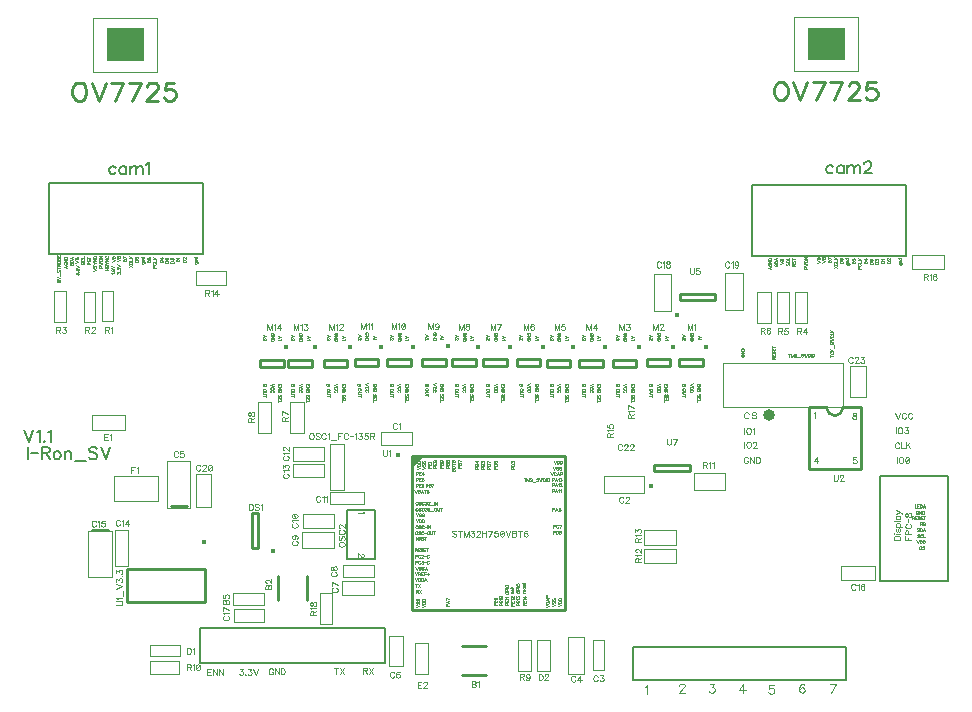
<source format=gbr>
G04 DipTrace 3.3.1.3*
G04 TopSilk.gbr*
%MOIN*%
G04 #@! TF.FileFunction,Legend,Top*
G04 #@! TF.Part,Single*
%ADD10C,0.009843*%
%ADD20C,0.007874*%
%ADD21C,0.004291*%
%ADD22C,0.016398*%
%ADD25C,0.015396*%
%ADD27C,0.015403*%
%ADD32O,0.039669X0.037143*%
%ADD37C,0.015404*%
%ADD40C,0.004449*%
%ADD41C,0.005118*%
%ADD47C,0.015422*%
%ADD121C,0.003088*%
%ADD122C,0.009264*%
%ADD123C,0.006176*%
%ADD124C,0.004632*%
%ADD125C,0.001544*%
%FSLAX26Y26*%
G04*
G70*
G90*
G75*
G01*
G04 TopSilk*
%LPD*%
X1749353Y1195807D2*
D10*
X2261227D1*
Y683933D1*
X1749353D1*
Y1195807D1*
G36*
D2*
Y1160335D1*
Y1195807D1*
G37*
G36*
D2*
Y1156386D1*
X1788774Y1195807D1*
X1749353D1*
G37*
D22*
X1701733Y1201262D3*
D25*
X2619395Y1560800D3*
X2610195Y1518522D2*
D10*
X2531467D1*
Y1494884D1*
X2610195D1*
Y1518522D1*
D25*
X2506930Y1559723D3*
X2497731Y1517444D2*
D10*
X2419002D1*
Y1493806D1*
X2497731D1*
Y1517444D1*
D25*
X2394435Y1559623D3*
X2385236Y1517345D2*
D10*
X2306507D1*
Y1493707D1*
X2385236D1*
Y1517345D1*
D25*
X2287139Y1559702D3*
X2277940Y1517423D2*
D10*
X2199211D1*
Y1493785D1*
X2277940D1*
Y1517423D1*
D25*
X2186538Y1561146D3*
X2177338Y1518867D2*
D10*
X2098610D1*
Y1495229D1*
X2177338D1*
Y1518867D1*
D25*
X2728841Y1561191D3*
X2719642Y1518913D2*
D10*
X2640913D1*
Y1495275D1*
X2719642D1*
Y1518913D1*
D25*
X2075669Y1560834D3*
X2066470Y1518556D2*
D10*
X1987741D1*
Y1494918D1*
X2066470D1*
Y1518556D1*
D25*
X1970766Y1560838D3*
X1961567Y1518560D2*
D10*
X1882838D1*
Y1494922D1*
X1961567D1*
Y1518560D1*
D25*
X1871238Y1561530D3*
X1862039Y1519251D2*
D10*
X1783310D1*
Y1495613D1*
X1862039D1*
Y1519251D1*
D25*
X1646777Y1561354D3*
X1637577Y1519076D2*
D10*
X1558848D1*
Y1495438D1*
X1637577D1*
Y1519076D1*
D25*
X1543477Y1560366D3*
X1534278Y1518087D2*
D10*
X1455549D1*
Y1494449D1*
X1534278D1*
Y1518087D1*
D25*
X1424983Y1559142D3*
X1415783Y1516863D2*
D10*
X1337054D1*
Y1493225D1*
X1415783D1*
Y1516863D1*
D25*
X1330879Y1559237D3*
X1321680Y1516959D2*
D10*
X1242951D1*
Y1493321D1*
X1321680D1*
Y1516959D1*
X683982Y949860D2*
X735123D1*
D27*
X1057768Y910484D3*
X1058807Y821235D2*
D10*
X798977D1*
X1058807Y710999D2*
X798977D1*
Y821235D2*
Y710999D1*
X1058807Y821235D2*
Y710999D1*
D25*
X1754151Y1560812D3*
X1744951Y1518534D2*
D10*
X1666222D1*
Y1494896D1*
X1744951D1*
Y1518534D1*
X3072534Y1358309D2*
Y1153585D1*
X3245695Y1358309D2*
Y1153585D1*
X3072534D2*
X3245695D1*
X3072534Y1358309D2*
X3131556D1*
X3186673D2*
X3245695D1*
X3131556D2*
G03X3186673Y1358309I27559J-17D01*
G01*
D32*
X2940880Y1332588D3*
D37*
X2633047Y1666892D3*
X2642248Y1717034D2*
D10*
X2760353D1*
Y1736719D1*
X2642248D1*
Y1717034D1*
D37*
X2547866Y1096309D3*
X2557067Y1146451D2*
D10*
X2675172D1*
Y1166137D1*
X2557067D1*
Y1146451D1*
X998256Y1029203D2*
X947114D1*
X1476178Y1237961D2*
D40*
X1524735D1*
Y1083761D1*
X1476178D1*
Y1237961D1*
X1626531Y1017308D2*
D41*
X1534537D1*
Y851560D1*
X1626531D1*
Y1017308D1*
X1996413Y465524D2*
D10*
X1917815D1*
X1996413Y563957D2*
X1917815D1*
D47*
X1287534Y879913D3*
X1237392Y889114D2*
D10*
Y1007219D1*
X1217707D1*
Y889114D1*
X1237392D1*
X1400776Y796688D2*
Y718089D1*
X1302343Y796688D2*
Y718089D1*
X2486130Y560811D2*
D20*
X3197416D1*
Y448738D1*
X2486130D1*
Y560811D1*
X1042298Y621966D2*
X1660539D1*
Y506874D1*
X1042298D1*
Y621966D1*
X685517Y2656634D2*
D21*
X899266D1*
Y2477232D1*
X685517D1*
Y2656634D1*
G36*
X732366Y2622492D2*
X855070D1*
Y2513568D1*
X732366D1*
Y2622492D1*
G37*
X3024100Y2658865D2*
D21*
X3237849D1*
Y2479463D1*
X3024100D1*
Y2658865D1*
G36*
X3070949Y2624723D2*
X3193652D1*
Y2515799D1*
X3070949D1*
Y2624723D1*
G37*
X540067Y2106218D2*
D20*
X1052665D1*
Y1869341D1*
X540067D1*
Y2106218D1*
X2884009Y2101362D2*
X3396608D1*
Y1864486D1*
X2884009D1*
Y2101362D1*
X2352702Y584433D2*
D21*
X2390434D1*
Y482333D1*
X2352702D1*
Y584433D1*
X2271316Y594407D2*
X2321584D1*
Y468423D1*
X2271316D1*
Y594407D1*
X2165867Y583514D2*
X2210718D1*
Y480627D1*
X2165867D1*
Y583514D1*
X2103001Y583121D2*
X2147852D1*
Y480234D1*
X2103001D1*
Y583121D1*
X1759127Y571835D2*
X1803978D1*
Y468948D1*
X1759127D1*
Y571835D1*
X1673458Y597950D2*
X1718308D1*
Y495063D1*
X1673458D1*
Y597950D1*
X2524671Y887058D2*
X2630686D1*
Y839289D1*
X2524671D1*
Y887058D1*
X2555537Y1803462D2*
X2614371D1*
Y1680496D1*
X2555537D1*
Y1803462D1*
X2792702Y1805168D2*
X2851537D1*
Y1682202D1*
X2792702D1*
Y1805168D1*
X683978Y1332990D2*
X792387D1*
Y1283121D1*
X683978D1*
Y1332990D1*
X755663Y1129052D2*
X903757D1*
Y1046507D1*
X755663D1*
Y1129052D1*
X932860Y1179446D2*
X1011285D1*
Y1024066D1*
X932860D1*
Y1179446D1*
X1029552Y1135483D2*
X1079379D1*
Y1026297D1*
X1029552D1*
Y1135483D1*
X670182Y948081D2*
X748923D1*
Y793488D1*
X670182D1*
Y948081D1*
X758119Y948738D2*
X804734D1*
Y828134D1*
X758119D1*
Y948738D1*
X1386970Y1004118D2*
X1488891D1*
Y955955D1*
X1386970D1*
Y1004118D1*
X1384450Y942832D2*
X1488261D1*
Y889420D1*
X1384450D1*
Y942832D1*
X1444671Y739157D2*
X1484671D1*
Y634827D1*
X1444671D1*
Y739157D1*
X1519505Y834564D2*
X1622812D1*
Y792701D1*
X1519505D1*
Y834564D1*
X1518056Y778134D2*
X1623568D1*
Y733383D1*
X1518056D1*
Y778134D1*
X2523663Y949131D2*
X2629678D1*
Y901362D1*
X2523663D1*
Y949131D1*
X2691222Y1139289D2*
X2792828D1*
Y1084433D1*
X2691222D1*
Y1139289D1*
X2391379Y1128396D2*
X2522907D1*
Y1071703D1*
X2391379D1*
Y1128396D1*
X3180419Y830496D2*
X3292986D1*
Y782596D1*
X3180419D1*
Y830496D1*
X1237112Y1376690D2*
X1278686D1*
Y1274459D1*
X1237112D1*
Y1376690D1*
X1344009Y1376559D2*
X1390245D1*
Y1271441D1*
X1344009D1*
Y1376559D1*
X1354655Y1226690D2*
X1455253D1*
Y1178134D1*
X1354655D1*
Y1226690D1*
X1353647Y1169079D2*
X1456765D1*
Y1124984D1*
X1353647D1*
Y1169079D1*
X1476608Y1077478D2*
X1589175D1*
Y1035483D1*
X1476608D1*
Y1077478D1*
X1154529Y739157D2*
X1257773D1*
Y699787D1*
X1154529D1*
Y739157D1*
X1157175Y685089D2*
X1257080D1*
Y642438D1*
X1157175D1*
Y685089D1*
X876041Y565404D2*
X977458D1*
Y530234D1*
X876041D1*
Y565404D1*
X877049Y514617D2*
X974560D1*
Y468816D1*
X877049D1*
Y514617D1*
X556041Y1748081D2*
X596671D1*
Y1644144D1*
X556041D1*
Y1748081D1*
X655316Y1744669D2*
X694623D1*
Y1643488D1*
X655316D1*
Y1744669D1*
X715222Y1746769D2*
X753269D1*
Y1644801D1*
X715222D1*
Y1746769D1*
X1028671Y1811598D2*
X1128702D1*
Y1765273D1*
X1028671D1*
Y1811598D1*
X2901238Y1743357D2*
X2947474D1*
Y1639420D1*
X2901238D1*
Y1743357D1*
X2967316Y1742438D2*
X3006434D1*
Y1639420D1*
X2967316D1*
Y1742438D1*
X3026214Y1744013D2*
X3066970D1*
Y1638895D1*
X3026214D1*
Y1744013D1*
X3416513Y1865535D2*
X3522781D1*
Y1819341D1*
X3416513D1*
Y1865535D1*
X1646245Y1276428D2*
X1750434D1*
Y1231677D1*
X1646245D1*
Y1276428D1*
X2787222Y1505430D2*
X3186907D1*
Y1358711D1*
X2787222D1*
Y1505430D1*
X3209143Y1496375D2*
X3264261D1*
Y1393357D1*
X3209143D1*
Y1496375D1*
X3308986Y1131283D2*
D20*
X3535568D1*
Y778396D1*
X3308986D1*
Y1131283D1*
X1653425Y1215906D2*
D121*
Y1201558D1*
X1654376Y1198684D1*
X1656299Y1196783D1*
X1659173Y1195810D1*
X1661074D1*
X1663948Y1196783D1*
X1665872Y1198684D1*
X1666822Y1201558D1*
Y1215906D1*
X1672998Y1212059D2*
X1674921Y1213032D1*
X1677795Y1215884D1*
Y1195810D1*
X2568881Y1616415D2*
Y1636511D1*
X2561232Y1616415D1*
X2553583Y1636511D1*
Y1616415D1*
X2576030Y1631714D2*
Y1632664D1*
X2576980Y1634588D1*
X2577931Y1635538D1*
X2579854Y1636489D1*
X2583679D1*
X2585580Y1635538D1*
X2586531Y1634588D1*
X2587504Y1632664D1*
Y1630763D1*
X2586531Y1628840D1*
X2584630Y1625988D1*
X2575057Y1616415D1*
X2588454D1*
X2456417Y1615338D2*
Y1635434D1*
X2448767Y1615338D1*
X2441118Y1635434D1*
Y1615338D1*
X2464516Y1635411D2*
X2475017D1*
X2469291Y1627762D1*
X2472165D1*
X2474066Y1626812D1*
X2475017Y1625861D1*
X2475990Y1622987D1*
Y1621086D1*
X2475017Y1618212D1*
X2473116Y1616288D1*
X2470242Y1615338D1*
X2467368D1*
X2464516Y1616288D1*
X2463565Y1617261D1*
X2462592Y1619162D1*
X2345807Y1616418D2*
Y1636514D1*
X2338158Y1616418D1*
X2330509Y1636514D1*
Y1616418D1*
X2361556D2*
Y1636492D1*
X2351983Y1623116D1*
X2366331D1*
X2240166Y1616496D2*
Y1636592D1*
X2232517Y1616496D1*
X2224867Y1636592D1*
Y1616496D1*
X2257816Y1636570D2*
X2248265D1*
X2247314Y1627970D1*
X2248265Y1628921D1*
X2251139Y1629894D1*
X2253991D1*
X2256865Y1628921D1*
X2258788Y1627020D1*
X2259739Y1624146D1*
Y1622244D1*
X2258788Y1619370D1*
X2256865Y1617447D1*
X2253991Y1616496D1*
X2251139D1*
X2248265Y1617447D1*
X2247314Y1618420D1*
X2246342Y1620321D1*
X2137690Y1616760D2*
Y1636856D1*
X2130041Y1616760D1*
X2122392Y1636856D1*
Y1616760D1*
X2155340Y1633982D2*
X2154389Y1635883D1*
X2151515Y1636834D1*
X2149614D1*
X2146740Y1635883D1*
X2144817Y1633009D1*
X2143866Y1628234D1*
Y1623459D1*
X2144817Y1619634D1*
X2146740Y1617711D1*
X2149614Y1616760D1*
X2150565D1*
X2153417Y1617711D1*
X2155340Y1619634D1*
X2156291Y1622508D1*
Y1623459D1*
X2155340Y1626333D1*
X2153417Y1628234D1*
X2150565Y1629185D1*
X2149614D1*
X2146740Y1628234D1*
X2144817Y1626333D1*
X2143866Y1623459D1*
X2683413Y1616281D2*
Y1636377D1*
X2675764Y1616281D1*
X2668115Y1636377D1*
Y1616281D1*
X2689589Y1632530D2*
X2691512Y1633503D1*
X2694387Y1636355D1*
Y1616281D1*
X2027516Y1617629D2*
Y1637725D1*
X2019867Y1617629D1*
X2012218Y1637725D1*
Y1617629D1*
X2037517D2*
X2047089Y1637703D1*
X2033692D1*
X1921443Y1617633D2*
Y1637729D1*
X1913794Y1617633D1*
X1906145Y1637729D1*
Y1617633D1*
X1932394Y1637707D2*
X1929542Y1636756D1*
X1928570Y1634855D1*
Y1632931D1*
X1929542Y1631030D1*
X1931444Y1630057D1*
X1935268Y1629107D1*
X1938142Y1628156D1*
X1940044Y1626233D1*
X1940994Y1624332D1*
Y1621458D1*
X1940044Y1619556D1*
X1939093Y1618583D1*
X1936219Y1617633D1*
X1932394D1*
X1929542Y1618583D1*
X1928570Y1619556D1*
X1927619Y1621458D1*
Y1624332D1*
X1928570Y1626233D1*
X1930493Y1628156D1*
X1933345Y1629107D1*
X1937170Y1630057D1*
X1939093Y1631030D1*
X1940044Y1632931D1*
Y1634855D1*
X1939093Y1636756D1*
X1936219Y1637707D1*
X1932394D1*
X1820021Y1618324D2*
Y1638420D1*
X1812371Y1618324D1*
X1804722Y1638420D1*
Y1618324D1*
X1838643Y1631722D2*
X1837670Y1628848D1*
X1835769Y1626924D1*
X1832895Y1625974D1*
X1831944D1*
X1829070Y1626924D1*
X1827169Y1628848D1*
X1826196Y1631722D1*
Y1632672D1*
X1827169Y1635546D1*
X1829070Y1637448D1*
X1831944Y1638398D1*
X1832895D1*
X1835769Y1637448D1*
X1837670Y1635546D1*
X1838643Y1631722D1*
Y1626924D1*
X1837670Y1622149D1*
X1835769Y1619275D1*
X1832895Y1618324D1*
X1830994D1*
X1828120Y1619275D1*
X1827169Y1621198D1*
X1595076Y1618149D2*
Y1638245D1*
X1587427Y1618149D1*
X1579778Y1638245D1*
Y1618149D1*
X1601252Y1634398D2*
X1603176Y1635371D1*
X1606050Y1638223D1*
Y1618149D1*
X1612225Y1634398D2*
X1614149Y1635371D1*
X1617023Y1638223D1*
Y1618149D1*
X1489838Y1617160D2*
Y1637256D1*
X1482189Y1617160D1*
X1474540Y1637256D1*
Y1617160D1*
X1496014Y1633410D2*
X1497937Y1634382D1*
X1500811Y1637234D1*
Y1617160D1*
X1507960Y1632459D2*
Y1633410D1*
X1508910Y1635333D1*
X1509861Y1636284D1*
X1511784Y1637234D1*
X1515609D1*
X1517510Y1636284D1*
X1518461Y1635333D1*
X1519434Y1633410D1*
Y1631508D1*
X1518461Y1629585D1*
X1516560Y1626733D1*
X1506987Y1617160D1*
X1520384D1*
X1371343Y1615936D2*
Y1636032D1*
X1363694Y1615936D1*
X1356045Y1636032D1*
Y1615936D1*
X1377519Y1632185D2*
X1379443Y1633158D1*
X1382317Y1636010D1*
Y1615936D1*
X1390416Y1636010D2*
X1400917D1*
X1395191Y1628361D1*
X1398065D1*
X1399966Y1627410D1*
X1400917Y1626459D1*
X1401890Y1623585D1*
Y1621684D1*
X1400917Y1618810D1*
X1399016Y1616887D1*
X1396142Y1615936D1*
X1393268D1*
X1390416Y1616887D1*
X1389465Y1617859D1*
X1388492Y1619761D1*
X1282665Y1616032D2*
Y1636128D1*
X1275015Y1616032D1*
X1267366Y1636128D1*
Y1616032D1*
X1288840Y1632281D2*
X1290764Y1633254D1*
X1293638Y1636106D1*
Y1616032D1*
X1309386D2*
Y1636106D1*
X1299813Y1622730D1*
X1314161D1*
X696148Y976456D2*
X695197Y978357D1*
X693274Y980281D1*
X691372Y981231D1*
X687548D1*
X685624Y980281D1*
X683723Y978357D1*
X682750Y976456D1*
X681800Y973582D1*
Y968785D1*
X682750Y965933D1*
X683723Y964010D1*
X685624Y962108D1*
X687548Y961135D1*
X691372D1*
X693274Y962108D1*
X695197Y964010D1*
X696148Y965933D1*
X702323Y977385D2*
X704247Y978357D1*
X707121Y981209D1*
Y961135D1*
X724770Y981209D2*
X715220D1*
X714269Y972609D1*
X715220Y973560D1*
X718094Y974533D1*
X720946D1*
X723820Y973560D1*
X725743Y971659D1*
X726694Y968785D1*
Y966884D1*
X725743Y964010D1*
X723820Y962086D1*
X720946Y961135D1*
X718094D1*
X715220Y962086D1*
X714269Y963059D1*
X713296Y964960D1*
X764627Y699197D2*
X778975D1*
X781849Y700148D1*
X783751Y702071D1*
X784724Y704945D1*
Y706846D1*
X783751Y709720D1*
X781849Y711644D1*
X778975Y712594D1*
X764627D1*
X768474Y718770D2*
X767502Y720693D1*
X764650Y723567D1*
X784723D1*
X788040Y729743D2*
Y747916D1*
X764627Y754091D2*
X784723Y761741D1*
X764627Y769390D1*
X764650Y777489D2*
Y787990D1*
X772299Y782264D1*
Y785138D1*
X773250Y787040D1*
X774200Y787990D1*
X777074Y788963D1*
X778975D1*
X781849Y787990D1*
X783773Y786089D1*
X784723Y783215D1*
Y780341D1*
X783773Y777489D1*
X782800Y776538D1*
X780899Y775566D1*
X782800Y796089D2*
X783773Y795139D1*
X784723Y796089D1*
X783773Y797062D1*
X782800Y796089D1*
X764650Y805161D2*
Y815662D1*
X772299Y809936D1*
Y812810D1*
X773250Y814712D1*
X774200Y815662D1*
X777074Y816635D1*
X778975D1*
X781849Y815662D1*
X783773Y813761D1*
X784723Y810887D1*
Y808013D1*
X783773Y805161D1*
X782800Y804211D1*
X780899Y803238D1*
X776108Y979225D2*
X775157Y981127D1*
X773234Y983050D1*
X771333Y984001D1*
X767508D1*
X765585Y983050D1*
X763683Y981127D1*
X762711Y979225D1*
X761760Y976351D1*
Y971554D1*
X762711Y968702D1*
X763683Y966779D1*
X765585Y964877D1*
X767508Y963905D1*
X771333D1*
X773234Y964877D1*
X775157Y966779D1*
X776108Y968702D1*
X782284Y980154D2*
X784207Y981127D1*
X787081Y983978D1*
Y963905D1*
X802829D2*
Y983978D1*
X793257Y970603D1*
X807605D1*
X999528Y492508D2*
X1008128D1*
X1011002Y493481D1*
X1011975Y494431D1*
X1012926Y496333D1*
Y498256D1*
X1011975Y500157D1*
X1011002Y501130D1*
X1008128Y502081D1*
X999528D1*
Y481985D1*
X1006227Y492508D2*
X1012926Y481985D1*
X1019101Y498234D2*
X1021025Y499207D1*
X1023899Y502058D1*
Y481985D1*
X1035822Y502058D2*
X1032948Y501108D1*
X1031025Y498234D1*
X1030074Y493459D1*
Y490585D1*
X1031025Y485809D1*
X1032948Y482935D1*
X1035822Y481985D1*
X1037724D1*
X1040598Y482935D1*
X1042499Y485809D1*
X1043472Y490585D1*
Y493459D1*
X1042499Y498234D1*
X1040598Y501108D1*
X1037724Y502058D1*
X1035822D1*
X1042499Y498234D2*
X1031025Y485809D1*
X999711Y557196D2*
Y537100D1*
X1006410D1*
X1009284Y538073D1*
X1011207Y539974D1*
X1012158Y541897D1*
X1013108Y544749D1*
Y549547D1*
X1012158Y552421D1*
X1011207Y554322D1*
X1009284Y556245D1*
X1006410Y557196D1*
X999711D1*
X1019284Y553349D2*
X1021208Y554322D1*
X1024082Y557174D1*
Y537100D1*
X1444246Y1058704D2*
X1443295Y1060606D1*
X1441371Y1062529D1*
X1439470Y1063480D1*
X1435646D1*
X1433722Y1062529D1*
X1431821Y1060606D1*
X1430848Y1058704D1*
X1429898Y1055830D1*
Y1051033D1*
X1430848Y1048181D1*
X1431821Y1046258D1*
X1433722Y1044356D1*
X1435646Y1043384D1*
X1439470D1*
X1441371Y1044356D1*
X1443295Y1046258D1*
X1444246Y1048181D1*
X1450421Y1059633D2*
X1452345Y1060606D1*
X1455219Y1063457D1*
Y1043384D1*
X1461394Y1059633D2*
X1463318Y1060606D1*
X1466192Y1063457D1*
Y1043384D1*
X1690823Y472872D2*
X1689872Y474773D1*
X1687949Y476697D1*
X1686047Y477647D1*
X1682223D1*
X1680299Y476697D1*
X1678398Y474773D1*
X1677425Y472872D1*
X1676475Y469998D1*
Y465201D1*
X1677425Y462349D1*
X1678398Y460426D1*
X1680299Y458524D1*
X1682223Y457551D1*
X1686047D1*
X1687949Y458524D1*
X1689872Y460426D1*
X1690823Y462349D1*
X1708472Y474773D2*
X1707522Y476675D1*
X1704648Y477625D1*
X1702746D1*
X1699872Y476675D1*
X1697949Y473801D1*
X1696998Y469025D1*
Y464250D1*
X1697949Y460426D1*
X1699872Y458502D1*
X1702746Y457551D1*
X1703697D1*
X1706549Y458502D1*
X1708472Y460426D1*
X1709423Y463300D1*
Y464250D1*
X1708472Y467124D1*
X1706549Y469025D1*
X1703697Y469976D1*
X1702746D1*
X1699872Y469025D1*
X1697949Y467124D1*
X1696998Y464250D1*
X1699701Y1301599D2*
X1698750Y1303501D1*
X1696827Y1305424D1*
X1694925Y1306375D1*
X1691101D1*
X1689177Y1305424D1*
X1687276Y1303501D1*
X1686303Y1301599D1*
X1685353Y1298725D1*
Y1293928D1*
X1686303Y1291076D1*
X1687276Y1289153D1*
X1689177Y1287251D1*
X1691101Y1286279D1*
X1694925D1*
X1696827Y1287251D1*
X1698750Y1289153D1*
X1699701Y1291076D1*
X1705876Y1302528D2*
X1707800Y1303501D1*
X1710674Y1306352D1*
Y1286279D1*
X2450024Y1231410D2*
X2449073Y1233312D1*
X2447150Y1235235D1*
X2445248Y1236186D1*
X2441424D1*
X2439500Y1235235D1*
X2437599Y1233312D1*
X2436626Y1231410D1*
X2435676Y1228536D1*
Y1223739D1*
X2436626Y1220887D1*
X2437599Y1218964D1*
X2439500Y1217062D1*
X2441424Y1216090D1*
X2445248D1*
X2447150Y1217062D1*
X2449073Y1218964D1*
X2450024Y1220887D1*
X2457172Y1231388D2*
Y1232339D1*
X2458123Y1234262D1*
X2459073Y1235213D1*
X2460997Y1236163D1*
X2464821D1*
X2466723Y1235213D1*
X2467673Y1234262D1*
X2468646Y1232339D1*
Y1230438D1*
X2467673Y1228514D1*
X2465772Y1225662D1*
X2456199Y1216090D1*
X2469597D1*
X2476745Y1231388D2*
Y1232339D1*
X2477696Y1234262D1*
X2478646Y1235213D1*
X2480570Y1236163D1*
X2484394D1*
X2486296Y1235213D1*
X2487246Y1234262D1*
X2488219Y1232339D1*
Y1230438D1*
X2487246Y1228514D1*
X2485345Y1225662D1*
X2475772Y1216090D1*
X2489170D1*
X3228134Y765343D2*
X3227183Y767245D1*
X3225260Y769168D1*
X3223359Y770119D1*
X3219534D1*
X3217611Y769168D1*
X3215709Y767245D1*
X3214737Y765343D1*
X3213786Y762469D1*
Y757672D1*
X3214737Y754820D1*
X3215709Y752897D1*
X3217611Y750995D1*
X3219534Y750023D1*
X3223359D1*
X3225260Y750995D1*
X3227183Y752897D1*
X3228134Y754820D1*
X3234310Y766272D2*
X3236233Y767245D1*
X3239107Y770097D1*
Y750023D1*
X3256757Y767245D2*
X3255806Y769146D1*
X3252932Y770097D1*
X3251031D1*
X3248157Y769146D1*
X3246233Y766272D1*
X3245283Y761497D1*
Y756721D1*
X3246233Y752897D1*
X3248157Y750973D1*
X3251031Y750023D1*
X3251981D1*
X3254833Y750973D1*
X3256757Y752897D1*
X3257707Y755771D1*
Y756721D1*
X3256757Y759595D1*
X3254833Y761497D1*
X3251981Y762447D1*
X3251031D1*
X3248157Y761497D1*
X3246233Y759595D1*
X3245283Y756721D1*
X1696971Y1618786D2*
Y1638882D1*
X1689321Y1618786D1*
X1681672Y1638882D1*
Y1618786D1*
X1703146Y1635036D2*
X1705070Y1636008D1*
X1707944Y1638860D1*
Y1618786D1*
X1719868Y1638860D2*
X1716994Y1637910D1*
X1715070Y1635036D1*
X1714120Y1630260D1*
Y1627386D1*
X1715070Y1622611D1*
X1716994Y1619737D1*
X1719868Y1618786D1*
X1721769D1*
X1724643Y1619737D1*
X1726544Y1622611D1*
X1727517Y1627386D1*
Y1630260D1*
X1726544Y1635036D1*
X1724643Y1637910D1*
X1721769Y1638860D1*
X1719868D1*
X1726544Y1635036D2*
X1715070Y1622611D1*
X3155195Y1132478D2*
Y1118130D1*
X3156145Y1115256D1*
X3158069Y1113354D1*
X3160943Y1112382D1*
X3162844D1*
X3165718Y1113354D1*
X3167641Y1115256D1*
X3168592Y1118130D1*
Y1132478D1*
X3175740Y1127680D2*
Y1128631D1*
X3176691Y1130554D1*
X3177642Y1131505D1*
X3179565Y1132455D1*
X3183390D1*
X3185291Y1131505D1*
X3186242Y1130554D1*
X3187214Y1128631D1*
Y1126730D1*
X3186242Y1124806D1*
X3184340Y1121954D1*
X3174768Y1112382D1*
X3188165D1*
X2409480Y1259269D2*
Y1267868D1*
X2408508Y1270742D1*
X2407557Y1271715D1*
X2405656Y1272666D1*
X2403732D1*
X2401831Y1271715D1*
X2400858Y1270742D1*
X2399908Y1267868D1*
Y1259269D1*
X2420004D1*
X2409480Y1265967D2*
X2420004Y1272666D1*
X2403754Y1278842D2*
X2402782Y1280765D1*
X2399930Y1283639D1*
X2420004D1*
X2399930Y1301289D2*
Y1291738D1*
X2408530Y1290787D1*
X2407579Y1291738D1*
X2406606Y1294612D1*
Y1297464D1*
X2407579Y1300338D1*
X2409480Y1302261D1*
X2412354Y1303212D1*
X2414256D1*
X2417130Y1302261D1*
X2419053Y1300338D1*
X2420004Y1297464D1*
Y1294612D1*
X2419053Y1291738D1*
X2418080Y1290787D1*
X2416179Y1289815D1*
X1124663Y662506D2*
X1122762Y661555D1*
X1120839Y659632D1*
X1119888Y657731D1*
Y653906D1*
X1120839Y651983D1*
X1122762Y650081D1*
X1124663Y649109D1*
X1127537Y648158D1*
X1132335D1*
X1135187Y649109D1*
X1137110Y650081D1*
X1139011Y651983D1*
X1139984Y653906D1*
Y657731D1*
X1139011Y659632D1*
X1137110Y661555D1*
X1135187Y662506D1*
X1123735Y668682D2*
X1122762Y670605D1*
X1119910Y673479D1*
X1139984D1*
Y683479D2*
X1119910Y693052D1*
Y679655D1*
X1119400Y702612D2*
X1139496D1*
Y711234D1*
X1138523Y714108D1*
X1137572Y715059D1*
X1135671Y716009D1*
X1132797D1*
X1130874Y715059D1*
X1129923Y714108D1*
X1128972Y711234D1*
X1128000Y714108D1*
X1127049Y715059D1*
X1125148Y716009D1*
X1123224D1*
X1121323Y715059D1*
X1120350Y714108D1*
X1119400Y711234D1*
Y702612D1*
X1128972D2*
Y711234D1*
X1119422Y733659D2*
Y724108D1*
X1128022Y723158D1*
X1127071Y724108D1*
X1126098Y726982D1*
Y729834D1*
X1127071Y732708D1*
X1128972Y734632D1*
X1131846Y735582D1*
X1133748D1*
X1136622Y734632D1*
X1138545Y732708D1*
X1139496Y729834D1*
Y726982D1*
X1138545Y724108D1*
X1137572Y723158D1*
X1135671Y722185D1*
X1486369Y756624D2*
X1484468Y755673D1*
X1482545Y753750D1*
X1481594Y751849D1*
Y748024D1*
X1482545Y746100D1*
X1484468Y744199D1*
X1486369Y743226D1*
X1489243Y742276D1*
X1494041D1*
X1496893Y743226D1*
X1498816Y744199D1*
X1500717Y746100D1*
X1501690Y748024D1*
Y751848D1*
X1500717Y753750D1*
X1498816Y755673D1*
X1496893Y756624D1*
X1501690Y766624D2*
X1481616Y776197D1*
Y762799D1*
X2294284Y459682D2*
X2293333Y461583D1*
X2291410Y463507D1*
X2289508Y464457D1*
X2285684D1*
X2283760Y463507D1*
X2281859Y461583D1*
X2280886Y459682D1*
X2279936Y456808D1*
Y452011D1*
X2280886Y449159D1*
X2281859Y447235D1*
X2283760Y445334D1*
X2285684Y444361D1*
X2289508D1*
X2291410Y445334D1*
X2293333Y447235D1*
X2294284Y449159D1*
X2310032Y444361D2*
Y464435D1*
X2300459Y451060D1*
X2314807D1*
X2454348Y1055822D2*
X2453397Y1057724D1*
X2451474Y1059647D1*
X2449573Y1060598D1*
X2445748D1*
X2443825Y1059647D1*
X2441924Y1057724D1*
X2440951Y1055822D1*
X2440000Y1052948D1*
Y1048151D1*
X2440951Y1045299D1*
X2441924Y1043376D1*
X2443825Y1041474D1*
X2445748Y1040502D1*
X2449573D1*
X2451474Y1041474D1*
X2453397Y1043376D1*
X2454348Y1045299D1*
X2461497Y1055800D2*
Y1056751D1*
X2462447Y1058674D1*
X2463398Y1059625D1*
X2465321Y1060576D1*
X2469146D1*
X2471047Y1059625D1*
X2471998Y1058674D1*
X2472970Y1056751D1*
Y1054850D1*
X2471998Y1052926D1*
X2470096Y1050074D1*
X2460524Y1040502D1*
X2473921D1*
X2171576Y469147D2*
Y449051D1*
X2178275D1*
X2181149Y450024D1*
X2183073Y451926D1*
X2184023Y453849D1*
X2184974Y456701D1*
Y461498D1*
X2184023Y464372D1*
X2183073Y466273D1*
X2181149Y468197D1*
X2178275Y469147D1*
X2171576D1*
X2192122Y464350D2*
Y465301D1*
X2193073Y467224D1*
X2194024Y468175D1*
X2195947Y469125D1*
X2199772D1*
X2201673Y468175D1*
X2202623Y467224D1*
X2203596Y465301D1*
Y463399D1*
X2202623Y461476D1*
X2200722Y458624D1*
X2191150Y449051D1*
X2204547D1*
X2503955Y843275D2*
Y851875D1*
X2502983Y854749D1*
X2502032Y855722D1*
X2500131Y856672D1*
X2498207D1*
X2496306Y855722D1*
X2495333Y854749D1*
X2494383Y851875D1*
Y843275D1*
X2514479D1*
X2503955Y849974D2*
X2514479Y856672D1*
X2498230Y862848D2*
X2497257Y864771D1*
X2494405Y867645D1*
X2514479D1*
X2499180Y874794D2*
X2498230D1*
X2496306Y875745D1*
X2495355Y876695D1*
X2494405Y878619D1*
Y882443D1*
X2495355Y884344D1*
X2496306Y885295D1*
X2498230Y886268D1*
X2500131D1*
X2502054Y885295D1*
X2504906Y883394D1*
X2514479Y873821D1*
Y887218D1*
X2502434Y909337D2*
Y917937D1*
X2501462Y920811D1*
X2500511Y921783D1*
X2498610Y922734D1*
X2496686D1*
X2494785Y921783D1*
X2493812Y920811D1*
X2492862Y917937D1*
Y909337D1*
X2512958D1*
X2502434Y916035D2*
X2512958Y922734D1*
X2496709Y928910D2*
X2495736Y930833D1*
X2492884Y933707D1*
X2512958D1*
X2492884Y941806D2*
Y952307D1*
X2500533Y946581D1*
Y949456D1*
X2501484Y951357D1*
X2502434Y952307D1*
X2505308Y953280D1*
X2507210D1*
X2510084Y952307D1*
X2512007Y950406D1*
X2512958Y947532D1*
Y944658D1*
X2512007Y941806D1*
X2511034Y940856D1*
X2509133Y939883D1*
X563346Y1617011D2*
X571945D1*
X574819Y1617983D1*
X575792Y1618934D1*
X576743Y1620835D1*
Y1622759D1*
X575792Y1624660D1*
X574819Y1625633D1*
X571945Y1626583D1*
X563346D1*
Y1606487D1*
X570044Y1617011D2*
X576743Y1606487D1*
X584842Y1626561D2*
X595343D1*
X589617Y1618912D1*
X592491D1*
X594393Y1617961D1*
X595343Y1617011D1*
X596316Y1614136D1*
Y1612235D1*
X595343Y1609361D1*
X593442Y1607438D1*
X590568Y1606487D1*
X587694D1*
X584842Y1607438D1*
X583891Y1608411D1*
X582919Y1610312D1*
X3455604Y1794185D2*
X3464204D1*
X3467078Y1795158D1*
X3468051Y1796108D1*
X3469001Y1798010D1*
Y1799933D1*
X3468051Y1801834D1*
X3467078Y1802807D1*
X3464204Y1803758D1*
X3455604D1*
Y1783662D1*
X3462303Y1794185D2*
X3469001Y1783662D1*
X3475177Y1799911D2*
X3477100Y1800884D1*
X3479974Y1803736D1*
Y1783662D1*
X3497624Y1800884D2*
X3496673Y1802785D1*
X3493799Y1803736D1*
X3491898D1*
X3489024Y1802785D1*
X3487101Y1799911D1*
X3486150Y1795136D1*
Y1790360D1*
X3487101Y1786536D1*
X3489024Y1784612D1*
X3491898Y1783662D1*
X3492849D1*
X3495701Y1784612D1*
X3497624Y1786536D1*
X3498575Y1789410D1*
Y1790360D1*
X3497624Y1793234D1*
X3495701Y1795136D1*
X3492849Y1796086D1*
X3491898D1*
X3489024Y1795136D1*
X3487101Y1793234D1*
X3486150Y1790360D1*
X2676364Y1822111D2*
Y1807763D1*
X2677315Y1804889D1*
X2679238Y1802987D1*
X2682112Y1802015D1*
X2684013D1*
X2686887Y1802987D1*
X2688811Y1804889D1*
X2689761Y1807763D1*
Y1822111D1*
X2707411Y1822089D2*
X2697860D1*
X2696910Y1813489D1*
X2697860Y1814439D1*
X2700734Y1815412D1*
X2703586D1*
X2706460Y1814439D1*
X2708384Y1812538D1*
X2709334Y1809664D1*
Y1807763D1*
X2708384Y1804889D1*
X2706460Y1802965D1*
X2703586Y1802015D1*
X2700734D1*
X2697860Y1802965D1*
X2696910Y1803938D1*
X2695937Y1805839D1*
X2579303Y1840026D2*
X2578352Y1841927D1*
X2576429Y1843850D1*
X2574528Y1844801D1*
X2570703D1*
X2568780Y1843850D1*
X2566878Y1841927D1*
X2565906Y1840026D1*
X2564955Y1837152D1*
Y1832354D1*
X2565906Y1829502D1*
X2566878Y1827579D1*
X2568780Y1825678D1*
X2570703Y1824705D1*
X2574528D1*
X2576429Y1825678D1*
X2578352Y1827579D1*
X2579303Y1829502D1*
X2585479Y1840954D2*
X2587402Y1841927D1*
X2590276Y1844779D1*
Y1824705D1*
X2601227Y1844779D2*
X2598375Y1843828D1*
X2597402Y1841927D1*
Y1840004D1*
X2598375Y1838102D1*
X2600276Y1837130D1*
X2604101Y1836179D1*
X2606975Y1835228D1*
X2608876Y1833305D1*
X2609827Y1831404D1*
Y1828530D1*
X2608876Y1826628D1*
X2607926Y1825656D1*
X2605052Y1824705D1*
X2601227D1*
X2598375Y1825656D1*
X2597402Y1826628D1*
X2596452Y1828530D1*
Y1831404D1*
X2597402Y1833305D1*
X2599326Y1835228D1*
X2602178Y1836179D1*
X2606002Y1837130D1*
X2607926Y1838102D1*
X2608876Y1840004D1*
Y1841927D1*
X2607926Y1843828D1*
X2605052Y1844779D1*
X2601227D1*
X2807606Y1840069D2*
X2806655Y1841970D1*
X2804732Y1843894D1*
X2802831Y1844844D1*
X2799006D1*
X2797083Y1843894D1*
X2795181Y1841970D1*
X2794209Y1840069D1*
X2793258Y1837195D1*
Y1832398D1*
X2794209Y1829546D1*
X2795181Y1827622D1*
X2797083Y1825721D1*
X2799006Y1824748D1*
X2802831D1*
X2804732Y1825721D1*
X2806655Y1827622D1*
X2807606Y1829546D1*
X2813782Y1840998D2*
X2815705Y1841970D1*
X2818579Y1844822D1*
Y1824748D1*
X2837201Y1838146D2*
X2836229Y1835272D1*
X2834327Y1833348D1*
X2831453Y1832398D1*
X2830503D1*
X2827629Y1833348D1*
X2825727Y1835272D1*
X2824755Y1838146D1*
Y1839096D1*
X2825727Y1841970D1*
X2827629Y1843872D1*
X2830503Y1844822D1*
X2831453D1*
X2834327Y1843872D1*
X2836229Y1841970D1*
X2837201Y1838146D1*
Y1833348D1*
X2836229Y1828573D1*
X2834327Y1825699D1*
X2831453Y1824748D1*
X2829552D1*
X2826678Y1825699D1*
X2825727Y1827622D1*
X661304Y1617535D2*
X669903D1*
X672777Y1618508D1*
X673750Y1619459D1*
X674701Y1621360D1*
Y1623283D1*
X673750Y1625185D1*
X672777Y1626157D1*
X669903Y1627108D1*
X661304D1*
Y1607012D1*
X668002Y1617535D2*
X674701Y1607012D1*
X681849Y1622311D2*
Y1623261D1*
X682800Y1625185D1*
X683751Y1626135D1*
X685674Y1627086D1*
X689499D1*
X691400Y1626135D1*
X692351Y1625185D1*
X693323Y1623261D1*
Y1621360D1*
X692351Y1619437D1*
X690449Y1616585D1*
X680877Y1607012D1*
X694274D1*
X2599444Y1253889D2*
Y1239541D1*
X2600395Y1236667D1*
X2602318Y1234766D1*
X2605192Y1233793D1*
X2607093D1*
X2609967Y1234766D1*
X2611891Y1236667D1*
X2612841Y1239541D1*
Y1253889D1*
X2622842Y1233793D2*
X2632414Y1253867D1*
X2619017D1*
X2719785Y1166396D2*
X2728385D1*
X2731259Y1167369D1*
X2732232Y1168320D1*
X2733182Y1170221D1*
Y1172144D1*
X2732232Y1174046D1*
X2731259Y1175018D1*
X2728385Y1175969D1*
X2719785D1*
Y1155873D1*
X2726484Y1166396D2*
X2733182Y1155873D1*
X2739358Y1172122D2*
X2741281Y1173095D1*
X2744155Y1175947D1*
Y1155873D1*
X2750331Y1172122D2*
X2752254Y1173095D1*
X2755128Y1175947D1*
Y1155873D1*
X1323607Y1196767D2*
X1321706Y1195817D1*
X1319782Y1193893D1*
X1318832Y1191992D1*
Y1188167D1*
X1319782Y1186244D1*
X1321706Y1184343D1*
X1323607Y1183370D1*
X1326481Y1182419D1*
X1331278D1*
X1334130Y1183370D1*
X1336054Y1184343D1*
X1337955Y1186244D1*
X1338928Y1188167D1*
Y1191992D1*
X1337955Y1193893D1*
X1336054Y1195816D1*
X1334130Y1196767D1*
X1322678Y1202943D2*
X1321706Y1204866D1*
X1318854Y1207740D1*
X1338928D1*
X1323629Y1214889D2*
X1322678D1*
X1320755Y1215839D1*
X1319804Y1216790D1*
X1318854Y1218713D1*
Y1222538D1*
X1319804Y1224439D1*
X1320755Y1225390D1*
X1322678Y1226363D1*
X1324580D1*
X1326503Y1225390D1*
X1329355Y1223489D1*
X1338928Y1213916D1*
Y1227313D1*
X1323363Y1137436D2*
X1321461Y1136486D1*
X1319538Y1134562D1*
X1318587Y1132661D1*
Y1128837D1*
X1319538Y1126913D1*
X1321461Y1125012D1*
X1323363Y1124039D1*
X1326237Y1123089D1*
X1331034D1*
X1333886Y1124039D1*
X1335809Y1125012D1*
X1337711Y1126913D1*
X1338683Y1128836D1*
Y1132661D1*
X1337711Y1134562D1*
X1335809Y1136486D1*
X1333886Y1137436D1*
X1322434Y1143612D2*
X1321461Y1145536D1*
X1318610Y1148410D1*
X1338683Y1148409D1*
X1318610Y1156509D2*
Y1167010D1*
X1326259Y1161284D1*
Y1164158D1*
X1327210Y1166059D1*
X1328160Y1167010D1*
X1331034Y1167982D1*
X1332935D1*
X1335809Y1167010D1*
X1337733Y1165108D1*
X1338683Y1162234D1*
Y1159360D1*
X1337733Y1156509D1*
X1336760Y1155558D1*
X1334859Y1154585D1*
X1043853Y1162887D2*
X1042902Y1164788D1*
X1040979Y1166711D1*
X1039078Y1167662D1*
X1035253D1*
X1033330Y1166711D1*
X1031428Y1164788D1*
X1030456Y1162887D1*
X1029505Y1160013D1*
Y1155215D1*
X1030456Y1152363D1*
X1031428Y1150440D1*
X1033330Y1148539D1*
X1035253Y1147566D1*
X1039078D1*
X1040979Y1148539D1*
X1042902Y1150440D1*
X1043853Y1152363D1*
X1051001Y1162865D2*
Y1163815D1*
X1051952Y1165739D1*
X1052903Y1166689D1*
X1054826Y1167640D1*
X1058651D1*
X1060552Y1166689D1*
X1061503Y1165739D1*
X1062475Y1163815D1*
Y1161914D1*
X1061503Y1159991D1*
X1059601Y1157139D1*
X1050029Y1147566D1*
X1063426D1*
X1075350Y1167640D2*
X1072476Y1166689D1*
X1070552Y1163815D1*
X1069602Y1159040D1*
Y1156166D1*
X1070552Y1151391D1*
X1072476Y1148517D1*
X1075350Y1147566D1*
X1077251D1*
X1080125Y1148517D1*
X1082026Y1151391D1*
X1082999Y1156166D1*
Y1159040D1*
X1082026Y1163815D1*
X1080125Y1166689D1*
X1077251Y1167640D1*
X1075350D1*
X1082026Y1163815D2*
X1070552Y1151391D1*
X969731Y1207778D2*
X968781Y1209679D1*
X966857Y1211602D1*
X964956Y1212553D1*
X961131D1*
X959208Y1211602D1*
X957307Y1209679D1*
X956334Y1207778D1*
X955383Y1204904D1*
Y1200106D1*
X956334Y1197254D1*
X957307Y1195331D1*
X959208Y1193430D1*
X961131Y1192457D1*
X964956D1*
X966857Y1193430D1*
X968781Y1195331D1*
X969731Y1197254D1*
X987381Y1212531D2*
X977830D1*
X976880Y1203931D1*
X977830Y1204882D1*
X980704Y1205854D1*
X983556D1*
X986430Y1204882D1*
X988354Y1202980D1*
X989304Y1200106D1*
Y1198205D1*
X988354Y1195331D1*
X986430Y1193408D1*
X983556Y1192457D1*
X980704D1*
X977830Y1193408D1*
X976880Y1194380D1*
X975907Y1196282D1*
X1412387Y1272427D2*
X1410464Y1271476D1*
X1408563Y1269553D1*
X1407590Y1267652D1*
X1406639Y1264778D1*
Y1259980D1*
X1407590Y1257128D1*
X1408563Y1255205D1*
X1410464Y1253304D1*
X1412387Y1252331D1*
X1416212D1*
X1418113Y1253304D1*
X1420037Y1255205D1*
X1420987Y1257128D1*
X1421938Y1259980D1*
Y1264778D1*
X1420987Y1267652D1*
X1420037Y1269553D1*
X1418113Y1271476D1*
X1416212Y1272427D1*
X1412387D1*
X1441511Y1269553D2*
X1439610Y1271476D1*
X1436736Y1272427D1*
X1432911D1*
X1430037Y1271476D1*
X1428114Y1269553D1*
Y1267652D1*
X1429086Y1265728D1*
X1430037Y1264778D1*
X1431938Y1263827D1*
X1437686Y1261904D1*
X1439610Y1260953D1*
X1440560Y1259980D1*
X1441511Y1258079D1*
Y1255205D1*
X1439610Y1253304D1*
X1436736Y1252331D1*
X1432911D1*
X1430037Y1253304D1*
X1428114Y1255205D1*
X1462035Y1267652D2*
X1461084Y1269553D1*
X1459160Y1271476D1*
X1457259Y1272427D1*
X1453435D1*
X1451511Y1271476D1*
X1449610Y1269553D1*
X1448637Y1267652D1*
X1447687Y1264778D1*
Y1259980D1*
X1448637Y1257128D1*
X1449610Y1255205D1*
X1451511Y1253304D1*
X1453435Y1252331D1*
X1457259D1*
X1459160Y1253304D1*
X1461084Y1255205D1*
X1462035Y1257128D1*
X1468210Y1268580D2*
X1470134Y1269553D1*
X1473008Y1272405D1*
Y1252331D1*
X1479183Y1249015D2*
X1497356D1*
X1515978Y1272427D2*
X1503532D1*
Y1252331D1*
Y1262854D2*
X1511181D1*
X1536502Y1267652D2*
X1535551Y1269553D1*
X1533628Y1271476D1*
X1531727Y1272427D1*
X1527902D1*
X1525979Y1271476D1*
X1524077Y1269553D1*
X1523105Y1267652D1*
X1522154Y1264778D1*
Y1259980D1*
X1523105Y1257128D1*
X1524077Y1255205D1*
X1525979Y1253304D1*
X1527902Y1252331D1*
X1531727D1*
X1533628Y1253304D1*
X1535551Y1255205D1*
X1536502Y1257128D1*
X1542678Y1262368D2*
X1553732D1*
X1559907Y1268580D2*
X1561831Y1269553D1*
X1564705Y1272405D1*
Y1252331D1*
X1572804Y1272405D2*
X1583305D1*
X1577579Y1264756D1*
X1580453D1*
X1582354Y1263805D1*
X1583305Y1262854D1*
X1584278Y1259980D1*
Y1258079D1*
X1583305Y1255205D1*
X1581404Y1253282D1*
X1578530Y1252331D1*
X1575656D1*
X1572804Y1253282D1*
X1571853Y1254254D1*
X1570880Y1256156D1*
X1601927Y1272405D2*
X1592377D1*
X1591426Y1263805D1*
X1592377Y1264756D1*
X1595251Y1265728D1*
X1598103D1*
X1600977Y1264756D1*
X1602900Y1262854D1*
X1603851Y1259980D1*
Y1258079D1*
X1602900Y1255205D1*
X1600977Y1253282D1*
X1598103Y1252331D1*
X1595251D1*
X1592377Y1253282D1*
X1591426Y1254254D1*
X1590453Y1256156D1*
X1610026Y1262854D2*
X1618626D1*
X1621500Y1263827D1*
X1622473Y1264778D1*
X1623424Y1266679D1*
Y1268602D1*
X1622473Y1270504D1*
X1621500Y1271476D1*
X1618626Y1272427D1*
X1610026D1*
Y1252331D1*
X1616725Y1262854D2*
X1623424Y1252331D1*
X1353027Y971900D2*
X1351126Y970949D1*
X1349202Y969026D1*
X1348251Y967124D1*
Y963300D1*
X1349202Y961376D1*
X1351125Y959475D1*
X1353027Y958502D1*
X1355901Y957552D1*
X1360698D1*
X1363550Y958502D1*
X1365473Y959475D1*
X1367375Y961376D1*
X1368348Y963300D1*
Y967124D1*
X1367375Y969026D1*
X1365474Y970949D1*
X1363550Y971900D1*
X1352098Y978075D2*
X1351126Y979999D1*
X1348274Y982873D1*
X1368347D1*
X1348274Y994796D2*
X1349224Y991922D1*
X1352098Y989999D1*
X1356874Y989048D1*
X1359748D1*
X1364523Y989999D1*
X1367397Y991922D1*
X1368347Y994796D1*
Y996698D1*
X1367397Y999572D1*
X1364523Y1001473D1*
X1359748Y1002446D1*
X1356874D1*
X1352098Y1001473D1*
X1349224Y999572D1*
X1348274Y996698D1*
Y994796D1*
X1352098Y1001473D2*
X1364523Y989999D1*
X1353595Y913431D2*
X1351694Y912480D1*
X1349770Y910557D1*
X1348820Y908656D1*
Y904831D1*
X1349770Y902908D1*
X1351694Y901007D1*
X1353595Y900034D1*
X1356469Y899083D1*
X1361266D1*
X1364118Y900034D1*
X1366042Y901007D1*
X1367943Y902908D1*
X1368916Y904831D1*
Y908656D1*
X1367943Y910557D1*
X1366042Y912480D1*
X1364118Y913431D1*
X1355518Y932053D2*
X1358392Y931081D1*
X1360316Y929179D1*
X1361266Y926305D1*
Y925355D1*
X1360316Y922481D1*
X1358392Y920580D1*
X1355518Y919607D1*
X1354568D1*
X1351694Y920580D1*
X1349793Y922481D1*
X1348842Y925355D1*
Y926305D1*
X1349793Y929179D1*
X1351694Y931081D1*
X1355518Y932053D1*
X1360316D1*
X1365091Y931081D1*
X1367965Y929179D1*
X1368916Y926305D1*
Y924404D1*
X1367965Y921530D1*
X1366042Y920579D1*
X1214133Y1310273D2*
Y1318873D1*
X1213160Y1321747D1*
X1212209Y1322719D1*
X1210308Y1323670D1*
X1208385D1*
X1206483Y1322719D1*
X1205511Y1321747D1*
X1204560Y1318873D1*
Y1310273D1*
X1224656D1*
X1214133Y1316971D2*
X1224656Y1323670D1*
X1204582Y1334621D2*
X1205533Y1331769D1*
X1207434Y1330796D1*
X1209357D1*
X1211259Y1331769D1*
X1212231Y1333670D1*
X1213182Y1337495D1*
X1214133Y1340369D1*
X1216056Y1342270D1*
X1217957Y1343221D1*
X1220831D1*
X1222733Y1342270D1*
X1223705Y1341320D1*
X1224656Y1338446D1*
Y1334621D1*
X1223705Y1331769D1*
X1222733Y1330796D1*
X1220831Y1329846D1*
X1217957D1*
X1216056Y1330796D1*
X1214133Y1332720D1*
X1213182Y1335572D1*
X1212231Y1339396D1*
X1211259Y1341320D1*
X1209357Y1342270D1*
X1207434D1*
X1205533Y1341320D1*
X1204582Y1338446D1*
Y1334621D1*
X1326353Y1312969D2*
Y1321569D1*
X1325380Y1324443D1*
X1324430Y1325416D1*
X1322528Y1326366D1*
X1320605D1*
X1318704Y1325416D1*
X1317731Y1324443D1*
X1316780Y1321569D1*
Y1312969D1*
X1336876D1*
X1326353Y1319668D2*
X1336876Y1326366D1*
Y1336367D2*
X1316802Y1345939D1*
Y1332542D1*
X726890Y1617667D2*
X735490D1*
X738364Y1618639D1*
X739336Y1619590D1*
X740287Y1621491D1*
Y1623415D1*
X739336Y1625316D1*
X738364Y1626289D1*
X735490Y1627239D1*
X726890D1*
Y1607143D1*
X733588Y1617667D2*
X740287Y1607143D1*
X746463Y1623393D2*
X748386Y1624365D1*
X751260Y1627217D1*
Y1607143D1*
X2911852Y1614533D2*
X2920452D1*
X2923326Y1615506D1*
X2924298Y1616456D1*
X2925249Y1618357D1*
Y1620281D1*
X2924298Y1622182D1*
X2923326Y1623155D1*
X2920452Y1624106D1*
X2911852D1*
Y1604010D1*
X2918550Y1614533D2*
X2925249Y1604010D1*
X2942899Y1621231D2*
X2941948Y1623133D1*
X2939074Y1624083D1*
X2937173D1*
X2934299Y1623133D1*
X2932375Y1620259D1*
X2931425Y1615483D1*
Y1610708D1*
X2932375Y1606884D1*
X2934299Y1604960D1*
X2937173Y1604010D1*
X2938123D1*
X2940975Y1604960D1*
X2942899Y1606884D1*
X2943849Y1609758D1*
Y1610708D1*
X2942899Y1613582D1*
X2940975Y1615483D1*
X2938123Y1616434D1*
X2937173D1*
X2934299Y1615483D1*
X2932375Y1613582D1*
X2931425Y1610708D1*
X2970409Y1612833D2*
X2979008D1*
X2981882Y1613806D1*
X2982855Y1614757D1*
X2983806Y1616658D1*
Y1618581D1*
X2982855Y1620483D1*
X2981882Y1621455D1*
X2979008Y1622406D1*
X2970409D1*
Y1602310D1*
X2977107Y1612833D2*
X2983806Y1602310D1*
X3001456Y1622384D2*
X2991905D1*
X2990954Y1613784D1*
X2991905Y1614735D1*
X2994779Y1615707D1*
X2997631D1*
X3000505Y1614735D1*
X3002428Y1612833D1*
X3003379Y1609959D1*
Y1608058D1*
X3002428Y1605184D1*
X3000505Y1603261D1*
X2997631Y1602310D1*
X2994779D1*
X2991905Y1603261D1*
X2990954Y1604233D1*
X2989982Y1606135D1*
X3033599Y1612982D2*
X3042198D1*
X3045073Y1613954D1*
X3046045Y1614905D1*
X3046996Y1616806D1*
Y1618730D1*
X3046045Y1620631D1*
X3045073Y1621604D1*
X3042198Y1622554D1*
X3033599D1*
Y1602458D1*
X3040297Y1612982D2*
X3046996Y1602458D1*
X3062744D2*
Y1622532D1*
X3053172Y1609157D1*
X3067520D1*
X1504788Y900009D2*
X1505739Y898086D1*
X1507662Y896185D1*
X1509563Y895212D1*
X1512438Y894261D1*
X1517235D1*
X1520087Y895212D1*
X1522010Y896185D1*
X1523912Y898086D1*
X1524884Y900009D1*
Y903834D1*
X1523912Y905735D1*
X1522010Y907659D1*
X1520087Y908609D1*
X1517235Y909560D1*
X1512438D1*
X1509564Y908609D1*
X1507662Y907659D1*
X1505739Y905735D1*
X1504788Y903834D1*
Y900009D1*
X1507662Y929133D2*
X1505739Y927232D1*
X1504788Y924358D1*
Y920533D1*
X1505739Y917659D1*
X1507662Y915736D1*
X1509564D1*
X1511487Y916708D1*
X1512438Y917659D1*
X1513388Y919560D1*
X1515312Y925308D1*
X1516262Y927232D1*
X1517235Y928182D1*
X1519136Y929133D1*
X1522010D1*
X1523911Y927232D1*
X1524884Y924358D1*
Y920533D1*
X1523911Y917659D1*
X1522010Y915736D1*
X1509564Y949657D2*
X1507662Y948706D1*
X1505739Y946783D1*
X1504788Y944881D1*
Y941057D1*
X1505739Y939133D1*
X1507662Y937232D1*
X1509564Y936259D1*
X1512438Y935309D1*
X1517235D1*
X1520087Y936259D1*
X1522010Y937232D1*
X1523911Y939133D1*
X1524884Y941057D1*
Y944881D1*
X1523911Y946783D1*
X1522010Y948706D1*
X1520087Y949657D1*
X1509586Y956805D2*
X1508635D1*
X1506712Y957756D1*
X1505761Y958706D1*
X1504810Y960630D1*
Y964454D1*
X1505761Y966356D1*
X1506712Y967306D1*
X1508635Y968279D1*
X1510536D1*
X1512460Y967306D1*
X1515312Y965405D1*
X1524884Y955832D1*
Y969230D1*
X1483671Y809476D2*
X1481770Y808525D1*
X1479846Y806602D1*
X1478896Y804701D1*
Y800876D1*
X1479846Y798953D1*
X1481770Y797051D1*
X1483671Y796079D1*
X1486545Y795128D1*
X1491343D1*
X1494194Y796079D1*
X1496118Y797051D1*
X1498019Y798953D1*
X1498992Y800876D1*
Y804701D1*
X1498019Y806602D1*
X1496118Y808525D1*
X1494194Y809476D1*
X1478918Y820427D2*
X1479869Y817575D1*
X1481770Y816602D1*
X1483693D1*
X1485595Y817575D1*
X1486567Y819476D1*
X1487518Y823301D1*
X1488469Y826175D1*
X1490392Y828076D1*
X1492293Y829027D1*
X1495167D1*
X1497068Y828076D1*
X1498041Y827126D1*
X1498992Y824252D1*
Y820427D1*
X1498041Y817575D1*
X1497068Y816602D1*
X1495167Y815652D1*
X1492293D1*
X1490392Y816602D1*
X1488469Y818526D1*
X1487518Y821378D1*
X1486567Y825202D1*
X1485595Y827126D1*
X1483693Y828076D1*
X1481770D1*
X1479869Y827126D1*
X1478918Y824252D1*
Y820427D1*
X1948111Y445907D2*
Y425811D1*
X1956733D1*
X1959607Y426784D1*
X1960558Y427735D1*
X1961509Y429636D1*
Y432510D1*
X1960558Y434433D1*
X1959607Y435384D1*
X1956733Y436335D1*
X1959607Y437307D1*
X1960558Y438258D1*
X1961509Y440159D1*
Y442083D1*
X1960558Y443984D1*
X1959607Y444957D1*
X1956733Y445907D1*
X1948111D1*
Y436335D2*
X1956733D1*
X1967684Y442061D2*
X1969608Y443033D1*
X1972482Y445885D1*
Y425811D1*
X2109394Y460896D2*
X2117994D1*
X2120868Y461869D1*
X2121841Y462820D1*
X2122792Y464721D1*
Y466644D1*
X2121841Y468546D1*
X2120868Y469518D1*
X2117994Y470469D1*
X2109394D1*
Y450373D1*
X2116093Y460896D2*
X2122792Y450373D1*
X2141414Y463770D2*
X2140441Y460896D1*
X2138540Y458973D1*
X2135666Y458022D1*
X2134715D1*
X2131841Y458973D1*
X2129940Y460896D1*
X2128967Y463770D1*
Y464721D1*
X2129940Y467595D1*
X2131841Y469496D1*
X2134715Y470447D1*
X2135666D1*
X2138540Y469496D1*
X2140441Y467595D1*
X2141414Y463770D1*
Y458973D1*
X2140441Y454198D1*
X2138540Y451324D1*
X2135666Y450373D1*
X2133765D1*
X2130891Y451324D1*
X2129940Y453247D1*
X736228Y1269823D2*
X723804D1*
Y1249727D1*
X736228D1*
X723804Y1260251D2*
X731453D1*
X742404Y1265977D2*
X744327Y1266949D1*
X747201Y1269801D1*
Y1249727D1*
X1780596Y443914D2*
X1768172D1*
Y423818D1*
X1780596D1*
X1768172Y434341D2*
X1775821D1*
X1787745Y439117D2*
Y440067D1*
X1788695Y441991D1*
X1789646Y442941D1*
X1791569Y443892D1*
X1795394D1*
X1797295Y442941D1*
X1798246Y441991D1*
X1799219Y440067D1*
Y438166D1*
X1798246Y436242D1*
X1796345Y433391D1*
X1786772Y423818D1*
X1800169D1*
X825592Y1159616D2*
X813146D1*
Y1139520D1*
Y1150043D2*
X820795D1*
X831768Y1155769D2*
X833692Y1156742D1*
X836566Y1159594D1*
Y1139520D1*
X2368575Y460683D2*
X2367624Y462585D1*
X2365701Y464508D1*
X2363800Y465459D1*
X2359975D1*
X2358052Y464508D1*
X2356151Y462585D1*
X2355178Y460683D1*
X2354227Y457809D1*
Y453012D1*
X2355178Y450160D1*
X2356151Y448237D1*
X2358052Y446335D1*
X2359975Y445363D1*
X2363800D1*
X2365701Y446335D1*
X2367624Y448237D1*
X2368575Y450160D1*
X2376674Y465436D2*
X2387175D1*
X2381449Y457787D1*
X2384324D1*
X2386225Y456836D1*
X2387175Y455886D1*
X2388148Y453012D1*
Y451111D1*
X2387175Y448237D1*
X2385274Y446313D1*
X2382400Y445363D1*
X2379526D1*
X2376674Y446313D1*
X2375724Y447286D1*
X2374751Y449187D1*
X1206453Y1036508D2*
Y1016412D1*
X1213152D1*
X1216026Y1017385D1*
X1217950Y1019286D1*
X1218900Y1021210D1*
X1219851Y1024062D1*
Y1028859D1*
X1218900Y1031733D1*
X1217950Y1033634D1*
X1216026Y1035558D1*
X1213152Y1036508D1*
X1206453D1*
X1239424Y1033634D2*
X1237523Y1035558D1*
X1234649Y1036508D1*
X1230824D1*
X1227950Y1035558D1*
X1226026Y1033634D1*
Y1031733D1*
X1226999Y1029810D1*
X1227950Y1028859D1*
X1229851Y1027908D1*
X1235599Y1025985D1*
X1237523Y1025034D1*
X1238473Y1024062D1*
X1239424Y1022160D1*
Y1019286D1*
X1237523Y1017385D1*
X1234649Y1016412D1*
X1230824D1*
X1227950Y1017385D1*
X1226026Y1019286D1*
X1245600Y1032662D2*
X1247523Y1033634D1*
X1250397Y1036486D1*
Y1016412D1*
X3218921Y1521725D2*
X3217971Y1523627D1*
X3216047Y1525550D1*
X3214146Y1526501D1*
X3210321D1*
X3208398Y1525550D1*
X3206497Y1523627D1*
X3205524Y1521725D1*
X3204573Y1518851D1*
Y1514054D1*
X3205524Y1511202D1*
X3206497Y1509279D1*
X3208398Y1507377D1*
X3210321Y1506405D1*
X3214146D1*
X3216047Y1507377D1*
X3217971Y1509279D1*
X3218921Y1511202D1*
X3226070Y1521703D2*
Y1522654D1*
X3227020Y1524577D1*
X3227971Y1525528D1*
X3229894Y1526478D1*
X3233719D1*
X3235620Y1525528D1*
X3236571Y1524577D1*
X3237544Y1522654D1*
Y1520752D1*
X3236571Y1518829D1*
X3234670Y1515977D1*
X3225097Y1506405D1*
X3238494D1*
X3246593Y1526478D2*
X3257094D1*
X3251369Y1518829D1*
X3254243D1*
X3256144Y1517878D1*
X3257094Y1516928D1*
X3258067Y1514054D1*
Y1512153D1*
X3257094Y1509279D1*
X3255193Y1507355D1*
X3252319Y1506405D1*
X3249445D1*
X3246593Y1507355D1*
X3245643Y1508328D1*
X3244670Y1510229D1*
X1060584Y1740331D2*
X1069184D1*
X1072058Y1741303D1*
X1073031Y1742254D1*
X1073982Y1744155D1*
Y1746079D1*
X1073031Y1747980D1*
X1072058Y1748953D1*
X1069184Y1749903D1*
X1060584D1*
Y1729807D1*
X1067283Y1740331D2*
X1073982Y1729807D1*
X1080157Y1746057D2*
X1082081Y1747029D1*
X1084955Y1749881D1*
Y1729807D1*
X1100703D2*
Y1749881D1*
X1091131Y1736506D1*
X1105479D1*
X2479018Y1321643D2*
Y1330242D1*
X2478046Y1333116D1*
X2477095Y1334089D1*
X2475194Y1335040D1*
X2473270D1*
X2471369Y1334089D1*
X2470396Y1333117D1*
X2469446Y1330243D1*
Y1321643D1*
X2489542D1*
X2479018Y1328341D2*
X2489542Y1335040D1*
X2473293Y1341216D2*
X2472320Y1343139D1*
X2469468Y1346013D1*
X2489542D1*
Y1356013D2*
X2469468Y1365586D1*
Y1352189D1*
X1260981Y752700D2*
X1281077D1*
Y761322D1*
X1280104Y764196D1*
X1279154Y765147D1*
X1277253Y766097D1*
X1274379D1*
X1272455Y765147D1*
X1271504Y764196D1*
X1270554Y761322D1*
X1269581Y764196D1*
X1268630Y765147D1*
X1266729Y766097D1*
X1264806D1*
X1262905Y765147D1*
X1261932Y764196D1*
X1260981Y761322D1*
Y752700D1*
X1270554D2*
Y761322D1*
X1265779Y773246D2*
X1264828D1*
X1262905Y774196D1*
X1261954Y775147D1*
X1261003Y777070D1*
Y780895D1*
X1261954Y782796D1*
X1262905Y783747D1*
X1264828Y784720D1*
X1266729D1*
X1268653Y783747D1*
X1271504Y781846D1*
X1281077Y772273D1*
Y785670D1*
X1420037Y665919D2*
Y674519D1*
X1419064Y677393D1*
X1418113Y678365D1*
X1416212Y679316D1*
X1414289D1*
X1412387Y678365D1*
X1411415Y677393D1*
X1410464Y674519D1*
Y665919D1*
X1430560D1*
X1420037Y672617D2*
X1430560Y679316D1*
X1414311Y685492D2*
X1413338Y687415D1*
X1410486Y690289D1*
X1430560D1*
X1410486Y701240D2*
X1411437Y698388D1*
X1413338Y697415D1*
X1415262D1*
X1417163Y698388D1*
X1418136Y700289D1*
X1419086Y704114D1*
X1420037Y706988D1*
X1421960Y708889D1*
X1423861Y709840D1*
X1426735D1*
X1428637Y708889D1*
X1429609Y707939D1*
X1430560Y705065D1*
Y701240D1*
X1429609Y698388D1*
X1428637Y697415D1*
X1426735Y696465D1*
X1423861D1*
X1421960Y697415D1*
X1420037Y699339D1*
X1419086Y702191D1*
X1418136Y706015D1*
X1417163Y707939D1*
X1415262Y708889D1*
X1413338D1*
X1411437Y707939D1*
X1410486Y705065D1*
Y701240D1*
X635141Y2441021D2*
D122*
X629371Y2438169D1*
X623667Y2432399D1*
X620749Y2426695D1*
X617897Y2418073D1*
Y2403681D1*
X620749Y2395125D1*
X623667Y2389355D1*
X629371Y2383651D1*
X635141Y2380733D1*
X646615D1*
X652319Y2383651D1*
X658089Y2389355D1*
X660941Y2395125D1*
X663793Y2403681D1*
Y2418073D1*
X660941Y2426695D1*
X658089Y2432399D1*
X652319Y2438169D1*
X646615Y2441021D1*
X635141D1*
X682320D2*
X705268Y2380733D1*
X728216Y2441021D1*
X758217Y2380733D2*
X786935Y2440955D1*
X746743D1*
X816936Y2380733D2*
X845654Y2440955D1*
X805462D1*
X867099Y2426629D2*
Y2429481D1*
X869951Y2435251D1*
X872803Y2438103D1*
X878573Y2440955D1*
X890047D1*
X895751Y2438103D1*
X898603Y2435251D1*
X901521Y2429481D1*
Y2423777D1*
X898603Y2418007D1*
X892899Y2409451D1*
X864181Y2380733D1*
X904373D1*
X957322Y2440955D2*
X928670D1*
X925818Y2415155D1*
X928670Y2418007D1*
X937292Y2420925D1*
X945848D1*
X954470Y2418007D1*
X960240Y2412303D1*
X963092Y2403681D1*
Y2397977D1*
X960240Y2389355D1*
X954470Y2383585D1*
X945848Y2380733D1*
X937292D1*
X928670Y2383585D1*
X925818Y2386503D1*
X922900Y2392207D1*
X762043Y2155695D2*
D123*
X760628Y2158215D1*
X757754Y2160780D1*
X754880Y2162062D1*
X749176D1*
X746302Y2160780D1*
X743428Y2158215D1*
X741969Y2155695D1*
X740554Y2151848D1*
Y2145481D1*
X741969Y2141679D1*
X743428Y2139114D1*
X746302Y2136550D1*
X749176Y2135267D1*
X754880D1*
X757754Y2136550D1*
X760628Y2139114D1*
X762043Y2141679D1*
X797342Y2162062D2*
Y2135267D1*
Y2156314D2*
X793539Y2160161D1*
X789693Y2162062D1*
X783989D1*
X780142Y2160161D1*
X776339Y2156314D1*
X774394Y2150566D1*
Y2146763D1*
X776339Y2141015D1*
X780142Y2137213D1*
X783989Y2135267D1*
X789693D1*
X793539Y2137213D1*
X797342Y2141015D1*
X809693Y2162062D2*
Y2135267D1*
Y2154413D2*
X815441Y2160161D1*
X819288Y2162062D1*
X824992D1*
X828839Y2160161D1*
X830740Y2154413D1*
Y2135267D1*
Y2154413D2*
X836488Y2160161D1*
X840335Y2162062D1*
X846038D1*
X849885Y2160161D1*
X851831Y2154413D1*
Y2135267D1*
X864182Y2167766D2*
X868029Y2169711D1*
X873777Y2175415D1*
Y2135267D1*
X2973724Y2443252D2*
D122*
X2967953Y2440400D1*
X2962250Y2434630D1*
X2959331Y2428926D1*
X2956480Y2420304D1*
Y2405912D1*
X2959331Y2397356D1*
X2962250Y2391586D1*
X2967953Y2385882D1*
X2973724Y2382964D1*
X2985198D1*
X2990901Y2385882D1*
X2996672Y2391586D1*
X2999523Y2397356D1*
X3002375Y2405912D1*
Y2420304D1*
X2999523Y2428926D1*
X2996672Y2434630D1*
X2990901Y2440400D1*
X2985198Y2443252D1*
X2973724D1*
X3020902D2*
X3043850Y2382964D1*
X3066798Y2443252D1*
X3096799Y2382964D2*
X3125517Y2443186D1*
X3085325D1*
X3155518Y2382964D2*
X3184236Y2443186D1*
X3144044D1*
X3205682Y2428860D2*
Y2431712D1*
X3208534Y2437482D1*
X3211386Y2440334D1*
X3217156Y2443186D1*
X3228630D1*
X3234334Y2440334D1*
X3237185Y2437482D1*
X3240104Y2431712D1*
Y2426008D1*
X3237185Y2420238D1*
X3231482Y2411682D1*
X3202764Y2382964D1*
X3242956D1*
X3295905Y2443186D2*
X3267253D1*
X3264401Y2417386D1*
X3267253Y2420238D1*
X3275875Y2423156D1*
X3284431D1*
X3293053Y2420238D1*
X3298823Y2414534D1*
X3301675Y2405912D1*
Y2400208D1*
X3298823Y2391586D1*
X3293053Y2385816D1*
X3284431Y2382964D1*
X3275875D1*
X3267253Y2385816D1*
X3264401Y2388734D1*
X3261483Y2394438D1*
X3153703Y2159988D2*
D123*
X3149857Y2163835D1*
X3146010Y2165736D1*
X3140306D1*
X3136459Y2163835D1*
X3132657Y2159988D1*
X3130711Y2154240D1*
Y2150438D1*
X3132657Y2144690D1*
X3136459Y2140887D1*
X3140306Y2138942D1*
X3146010D1*
X3149857Y2140887D1*
X3153703Y2144690D1*
X3189003Y2165736D2*
Y2138942D1*
Y2159988D2*
X3185200Y2163835D1*
X3181353Y2165736D1*
X3175650D1*
X3171803Y2163835D1*
X3168000Y2159988D1*
X3166055Y2154240D1*
Y2150438D1*
X3168000Y2144690D1*
X3171803Y2140887D1*
X3175650Y2138942D1*
X3181353D1*
X3185200Y2140887D1*
X3189003Y2144690D1*
X3201354Y2165736D2*
Y2138942D1*
Y2158087D2*
X3207102Y2163835D1*
X3210949Y2165736D1*
X3216653D1*
X3220499Y2163835D1*
X3222401Y2158087D1*
Y2138942D1*
Y2158087D2*
X3228149Y2163835D1*
X3231995Y2165736D1*
X3237699D1*
X3241546Y2163835D1*
X3243492Y2158087D1*
Y2138942D1*
X3257788Y2169539D2*
Y2171440D1*
X3259690Y2175287D1*
X3261591Y2177188D1*
X3265438Y2179090D1*
X3273087D1*
X3276890Y2177188D1*
X3278791Y2175287D1*
X3280736Y2171440D1*
Y2167638D1*
X3278791Y2163791D1*
X3274988Y2158087D1*
X3255843Y2138942D1*
X3282638D1*
X1286426Y483516D2*
D121*
X1285475Y485417D1*
X1283552Y487341D1*
X1281651Y488291D1*
X1277826D1*
X1275903Y487341D1*
X1274001Y485417D1*
X1273029Y483516D1*
X1272078Y480642D1*
Y475845D1*
X1273029Y472993D1*
X1274001Y471069D1*
X1275903Y469168D1*
X1277826Y468195D1*
X1281651D1*
X1283552Y469168D1*
X1285475Y471069D1*
X1286426Y472993D1*
Y475845D1*
X1281651D1*
X1305999Y488291D2*
Y468195D1*
X1292602Y488291D1*
Y468195D1*
X1312175Y488291D2*
Y468195D1*
X1318873D1*
X1321747Y469168D1*
X1323671Y471069D1*
X1324621Y472993D1*
X1325572Y475845D1*
Y480642D1*
X1324621Y483516D1*
X1323671Y485417D1*
X1321747Y487341D1*
X1318873Y488291D1*
X1312175D1*
X1496887Y490260D2*
Y470164D1*
X1490188Y490260D2*
X1503586D1*
X1509761D2*
X1523159Y470164D1*
Y490260D2*
X1509761Y470164D1*
X1175707Y486301D2*
X1186209D1*
X1180483Y478651D1*
X1183357D1*
X1185258Y477701D1*
X1186209Y476750D1*
X1187181Y473876D1*
Y471975D1*
X1186209Y469101D1*
X1184307Y467177D1*
X1181433Y466227D1*
X1178559D1*
X1175707Y467177D1*
X1174757Y468150D1*
X1173784Y470051D1*
X1194308Y468150D2*
X1193357Y467177D1*
X1194308Y466227D1*
X1195280Y467177D1*
X1194308Y468150D1*
X1203380Y486301D2*
X1213881D1*
X1208155Y478651D1*
X1211029D1*
X1212930Y477701D1*
X1213881Y476750D1*
X1214854Y473876D1*
Y471975D1*
X1213881Y469101D1*
X1211980Y467177D1*
X1209105Y466227D1*
X1206231D1*
X1203380Y467177D1*
X1202429Y468150D1*
X1201456Y470051D1*
X1221029Y486323D2*
X1228679Y466227D1*
X1236328Y486323D1*
X1080172Y486717D2*
X1067747D1*
Y466621D1*
X1080172D1*
X1067747Y477144D2*
X1075397D1*
X1099745Y486717D2*
Y466621D1*
X1086348Y486717D1*
Y466621D1*
X1119318Y486717D2*
Y466621D1*
X1105921Y486717D1*
Y466621D1*
X1585858Y481606D2*
X1594458D1*
X1597332Y482579D1*
X1598304Y483529D1*
X1599255Y485430D1*
Y487354D1*
X1598304Y489255D1*
X1597332Y490228D1*
X1594458Y491178D1*
X1585858D1*
Y471082D1*
X1592556Y481606D2*
X1599255Y471082D1*
X1605431Y491178D2*
X1618828Y471082D1*
Y491178D2*
X1605431Y471082D1*
X2527263Y426345D2*
D124*
X2530148Y427804D1*
X2534459Y432082D1*
Y401971D1*
X2641041Y430806D2*
Y432232D1*
X2642467Y435117D1*
X2643893Y436543D1*
X2646778Y437969D1*
X2652515D1*
X2655367Y436543D1*
X2656793Y435117D1*
X2658252Y432232D1*
Y429380D1*
X2656793Y426495D1*
X2653941Y422217D1*
X2639582Y407858D1*
X2659678D1*
X2741869Y436994D2*
X2757621D1*
X2749032Y425520D1*
X2753343D1*
X2756195Y424094D1*
X2757621Y422668D1*
X2759080Y418357D1*
Y415505D1*
X2757621Y411194D1*
X2754769Y408309D1*
X2750458Y406883D1*
X2746147D1*
X2741869Y408309D1*
X2740443Y409768D1*
X2738984Y412620D1*
X2854327Y405543D2*
Y435654D1*
X2839968Y415591D1*
X2861490D1*
X2955102Y433872D2*
X2940776D1*
X2939350Y420972D1*
X2940776Y422398D1*
X2945087Y423857D1*
X2949365D1*
X2953676Y422398D1*
X2956561Y419546D1*
X2957987Y415235D1*
Y412383D1*
X2956561Y408072D1*
X2953676Y405187D1*
X2949365Y403761D1*
X2945087D1*
X2940776Y405187D1*
X2939350Y406646D1*
X2937891Y409498D1*
X3057963Y432812D2*
X3056537Y435664D1*
X3052226Y437090D1*
X3049374D1*
X3045063Y435664D1*
X3042178Y431353D1*
X3040752Y424190D1*
Y417027D1*
X3042178Y411290D1*
X3045063Y408405D1*
X3049374Y406979D1*
X3050800D1*
X3055077Y408405D1*
X3057963Y411290D1*
X3059388Y415601D1*
Y417027D1*
X3057963Y421338D1*
X3055077Y424190D1*
X3050800Y425616D1*
X3049374D1*
X3045063Y424190D1*
X3042178Y421338D1*
X3040752Y417027D1*
X3147596Y406847D2*
X3161955Y436958D1*
X3141859D1*
X1897303Y944895D2*
D121*
X1895402Y946818D1*
X1892528Y947769D1*
X1888704D1*
X1885830Y946818D1*
X1883906Y944895D1*
Y942994D1*
X1884879Y941070D1*
X1885830Y940120D1*
X1887731Y939169D1*
X1893479Y937246D1*
X1895402Y936295D1*
X1896353Y935322D1*
X1897303Y933421D1*
Y930547D1*
X1895402Y928646D1*
X1892528Y927673D1*
X1888704D1*
X1885830Y928646D1*
X1883906Y930547D1*
X1910178Y947769D2*
Y927673D1*
X1903479Y947769D2*
X1916876D1*
X1938351Y927673D2*
Y947769D1*
X1930701Y927673D1*
X1923052Y947769D1*
Y927673D1*
X1946450Y947747D2*
X1956951D1*
X1951225Y940098D1*
X1954099D1*
X1956000Y939147D1*
X1956951Y938196D1*
X1957924Y935322D1*
Y933421D1*
X1956951Y930547D1*
X1955050Y928624D1*
X1952176Y927673D1*
X1949302D1*
X1946450Y928624D1*
X1945499Y929596D1*
X1944527Y931498D1*
X1965072Y942972D2*
Y943922D1*
X1966023Y945846D1*
X1966974Y946796D1*
X1968897Y947747D1*
X1972722D1*
X1974623Y946796D1*
X1975573Y945846D1*
X1976546Y943922D1*
Y942021D1*
X1975573Y940098D1*
X1973672Y937246D1*
X1964100Y927673D1*
X1977497D1*
X1983673Y947769D2*
Y927673D1*
X1997070Y947769D2*
Y927673D1*
X1983673Y938196D2*
X1997070D1*
X2007070Y927673D2*
X2016643Y947747D1*
X2003246D1*
X2034293D2*
X2024742D1*
X2023791Y939147D1*
X2024742Y940098D1*
X2027616Y941070D1*
X2030468D1*
X2033342Y940098D1*
X2035265Y938196D1*
X2036216Y935322D1*
Y933421D1*
X2035265Y930547D1*
X2033342Y928624D1*
X2030468Y927673D1*
X2027616D1*
X2024742Y928624D1*
X2023791Y929596D1*
X2022819Y931498D1*
X2048140Y947747D2*
X2045266Y946796D1*
X2043342Y943922D1*
X2042392Y939147D1*
Y936273D1*
X2043342Y931498D1*
X2045266Y928624D1*
X2048140Y927673D1*
X2050041D1*
X2052915Y928624D1*
X2054816Y931498D1*
X2055789Y936273D1*
Y939147D1*
X2054816Y943922D1*
X2052915Y946796D1*
X2050041Y947747D1*
X2048140D1*
X2054816Y943922D2*
X2043342Y931498D1*
X2061965Y947769D2*
X2069614Y927673D1*
X2077263Y947769D1*
X2083439D2*
Y927673D1*
X2092061D1*
X2094935Y928646D1*
X2095886Y929596D1*
X2096836Y931498D1*
Y934372D1*
X2095886Y936295D1*
X2094935Y937246D1*
X2092061Y938196D1*
X2094935Y939169D1*
X2095886Y940120D1*
X2096836Y942021D1*
Y943944D1*
X2095886Y945846D1*
X2094935Y946818D1*
X2092061Y947769D1*
X2083439D1*
Y938196D2*
X2092061D1*
X2109711Y947769D2*
Y927673D1*
X2103012Y947769D2*
X2116409D1*
X2134059Y944895D2*
X2133108Y946796D1*
X2130234Y947747D1*
X2128333D1*
X2125459Y946796D1*
X2123536Y943922D1*
X2122585Y939147D1*
Y934372D1*
X2123536Y930547D1*
X2125459Y928624D1*
X2128333Y927673D1*
X2129284D1*
X2132136Y928624D1*
X2134059Y930547D1*
X2135010Y933421D1*
Y934372D1*
X2134059Y937246D1*
X2132136Y939147D1*
X2129284Y940098D1*
X2128333D1*
X2125459Y939147D1*
X2123536Y937246D1*
X2122585Y934372D1*
X1868164Y1157239D2*
D125*
Y1161550D1*
X1867689Y1162976D1*
X1867202Y1163463D1*
X1866252Y1163938D1*
X1864815D1*
X1863864Y1163463D1*
X1863378Y1162976D1*
X1862902Y1161550D1*
Y1157239D1*
X1872950D1*
X1862902Y1167026D2*
X1872950D1*
Y1171337D1*
X1872464Y1172774D1*
X1871989Y1173249D1*
X1871038Y1173724D1*
X1869601D1*
X1868639Y1173249D1*
X1868164Y1172774D1*
X1867689Y1171337D1*
X1867202Y1172774D1*
X1866727Y1173249D1*
X1865776Y1173724D1*
X1864815D1*
X1863864Y1173249D1*
X1863378Y1172774D1*
X1862902Y1171337D1*
Y1167026D1*
X1867689D2*
Y1171337D1*
X1862913Y1179200D2*
X1863389Y1177774D1*
X1864339Y1177288D1*
X1865301D1*
X1866252Y1177774D1*
X1866738Y1178725D1*
X1867213Y1180637D1*
X1867689Y1182074D1*
X1868650Y1183024D1*
X1869601Y1183500D1*
X1871038D1*
X1871989Y1183024D1*
X1872475Y1182549D1*
X1872950Y1181112D1*
Y1179200D1*
X1872475Y1177774D1*
X1871989Y1177288D1*
X1871038Y1176812D1*
X1869601D1*
X1868650Y1177288D1*
X1867689Y1178249D1*
X1867213Y1179675D1*
X1866738Y1181587D1*
X1866252Y1182549D1*
X1865301Y1183025D1*
X1864339D1*
X1863389Y1182549D1*
X1862913Y1181112D1*
Y1179200D1*
X1848006Y1156683D2*
Y1160994D1*
X1847531Y1162420D1*
X1847045Y1162906D1*
X1846094Y1163381D1*
X1844657D1*
X1843706Y1162906D1*
X1843220Y1162420D1*
X1842745Y1160994D1*
Y1156683D1*
X1852793D1*
X1842745Y1166469D2*
X1852793D1*
Y1170780D1*
X1852306Y1172217D1*
X1851831Y1172693D1*
X1850880Y1173168D1*
X1849443D1*
X1848482Y1172693D1*
X1848006Y1172217D1*
X1847531Y1170780D1*
X1847045Y1172217D1*
X1846569Y1172693D1*
X1845619Y1173168D1*
X1844657D1*
X1843707Y1172693D1*
X1843220Y1172217D1*
X1842745Y1170780D1*
Y1166469D1*
X1847531D2*
Y1170780D1*
X1846094Y1182479D2*
X1847531Y1181993D1*
X1848493Y1181042D1*
X1848968Y1179605D1*
Y1179130D1*
X1848493Y1177693D1*
X1847531Y1176742D1*
X1846094Y1176256D1*
X1845619D1*
X1844182Y1176742D1*
X1843231Y1177693D1*
X1842756Y1179130D1*
Y1179605D1*
X1843231Y1181042D1*
X1844182Y1181993D1*
X1846094Y1182479D1*
X1848493D1*
X1850880Y1181993D1*
X1852317Y1181042D1*
X1852793Y1179605D1*
Y1178654D1*
X1852317Y1177217D1*
X1851356Y1176742D1*
X1907737Y1157587D2*
Y1161898D1*
X1907262Y1163324D1*
X1906776Y1163810D1*
X1905825Y1164286D1*
X1904388D1*
X1903437Y1163810D1*
X1902951Y1163324D1*
X1902476Y1161898D1*
Y1157587D1*
X1912524D1*
X1902476Y1167374D2*
X1912524Y1167373D1*
Y1171684D1*
X1912037Y1173121D1*
X1911562Y1173597D1*
X1910611Y1174072D1*
X1909174D1*
X1908213Y1173597D1*
X1907737Y1173122D1*
X1907262Y1171685D1*
X1906776Y1173122D1*
X1906300Y1173597D1*
X1905350Y1174072D1*
X1904388D1*
X1903437Y1173597D1*
X1902951Y1173122D1*
X1902476Y1171685D1*
Y1167374D1*
X1907262D2*
Y1171685D1*
X1912524Y1179072D2*
X1902487Y1183859D1*
Y1177160D1*
X1762508Y1097768D2*
X1766819D1*
X1768245Y1098243D1*
X1768732Y1098730D1*
X1769207Y1099680D1*
Y1101117D1*
X1768732Y1102068D1*
X1768245Y1102554D1*
X1766819Y1103030D1*
X1762508D1*
Y1092982D1*
X1778507Y1103030D2*
X1772295D1*
Y1092982D1*
X1778507D1*
X1772295Y1098243D2*
X1776119D1*
X1787332Y1101593D2*
X1786857Y1102543D1*
X1785419Y1103018D1*
X1784469D1*
X1783032Y1102543D1*
X1782070Y1101106D1*
X1781595Y1098718D1*
Y1096331D1*
X1782070Y1094419D1*
X1783032Y1093457D1*
X1784469Y1092982D1*
X1784944D1*
X1786370Y1093457D1*
X1787332Y1094419D1*
X1787807Y1095856D1*
Y1096331D1*
X1787332Y1097768D1*
X1786370Y1098718D1*
X1784944Y1099194D1*
X1784469D1*
X1783032Y1098718D1*
X1782070Y1097768D1*
X1781595Y1096331D1*
X1795030Y1096718D2*
X1799342D1*
X1800767Y1097193D1*
X1801254Y1097680D1*
X1801729Y1098630D1*
Y1100067D1*
X1801254Y1101018D1*
X1800767Y1101504D1*
X1799342Y1101980D1*
X1795030D1*
Y1091932D1*
X1804817Y1101980D2*
Y1091932D1*
X1808166D1*
X1809603Y1092418D1*
X1810565Y1093369D1*
X1811040Y1094330D1*
X1811516Y1095756D1*
Y1098155D1*
X1811040Y1099592D1*
X1810565Y1100543D1*
X1809603Y1101504D1*
X1808166Y1101980D1*
X1804817D1*
X1816516Y1091932D2*
X1821302Y1101969D1*
X1814604D1*
X1762485Y1117715D2*
X1766796D1*
X1768222Y1118191D1*
X1768708Y1118677D1*
X1769183Y1119628D1*
Y1121065D1*
X1768708Y1122015D1*
X1768222Y1122502D1*
X1766796Y1122977D1*
X1762485D1*
Y1112929D1*
X1778483Y1122977D2*
X1772271D1*
Y1112929D1*
X1778483D1*
X1772271Y1118191D2*
X1776096D1*
X1787308Y1122966D2*
X1782533D1*
X1782058Y1118666D1*
X1782533Y1119141D1*
X1783970Y1119628D1*
X1785396D1*
X1786833Y1119141D1*
X1787795Y1118191D1*
X1788270Y1116754D1*
Y1115803D1*
X1787795Y1114366D1*
X1786833Y1113404D1*
X1785396Y1112929D1*
X1783970D1*
X1782533Y1113404D1*
X1782058Y1113891D1*
X1781571Y1114841D1*
X2085559Y1153500D2*
Y1157811D1*
X2085084Y1159237D1*
X2084597Y1159724D1*
X2083647Y1160199D1*
X2082210D1*
X2081259Y1159724D1*
X2080773Y1159237D1*
X2080297Y1157811D1*
Y1153500D1*
X2090345D1*
X2080297Y1163287D2*
X2090345D1*
Y1166636D1*
X2089859Y1168073D1*
X2088908Y1169035D1*
X2087947Y1169510D1*
X2086521Y1169986D1*
X2084122D1*
X2082685Y1169510D1*
X2081734Y1169035D1*
X2080773Y1168073D1*
X2080297Y1166636D1*
Y1163287D1*
X2080308Y1174035D2*
Y1179286D1*
X2084133Y1176423D1*
Y1177860D1*
X2084608Y1178810D1*
X2085084Y1179286D1*
X2086521Y1179772D1*
X2087471D1*
X2088908Y1179286D1*
X2089870Y1178335D1*
X2090345Y1176898D1*
Y1175461D1*
X2089870Y1174035D1*
X2089384Y1173560D1*
X2088433Y1173073D1*
X2217758Y1018109D2*
X2222069D1*
X2223495Y1018584D1*
X2223981Y1019071D1*
X2224456Y1020021D1*
Y1021458D1*
X2223981Y1022409D1*
X2223495Y1022895D1*
X2222069Y1023371D1*
X2217758D1*
Y1013323D1*
X2235204D2*
X2231369Y1023371D1*
X2227544Y1013323D1*
X2228981Y1016672D2*
X2233767D1*
X2240680Y1023360D2*
X2239254Y1022884D1*
X2238768Y1021934D1*
Y1020972D1*
X2239254Y1020021D1*
X2240205Y1019535D1*
X2242117Y1019060D1*
X2243554Y1018584D1*
X2244505Y1017623D1*
X2244980Y1016672D1*
Y1015235D1*
X2244505Y1014284D1*
X2244029Y1013798D1*
X2242592Y1013323D1*
X2240680D1*
X2239254Y1013798D1*
X2238768Y1014284D1*
X2238292Y1015235D1*
Y1016672D1*
X2238768Y1017623D1*
X2239729Y1018584D1*
X2241155Y1019060D1*
X2243068Y1019535D1*
X2244029Y1020021D1*
X2244505Y1020972D1*
Y1021934D1*
X2244029Y1022884D1*
X2242592Y1023360D1*
X2240680D1*
X1763033Y1137663D2*
X1767344D1*
X1768770Y1138138D1*
X1769256Y1138625D1*
X1769732Y1139575D1*
Y1141012D1*
X1769256Y1141963D1*
X1768770Y1142449D1*
X1767344Y1142925D1*
X1763033D1*
Y1132877D1*
X1779032Y1142925D2*
X1772820D1*
Y1132877D1*
X1779032D1*
X1772820Y1138138D2*
X1776644D1*
X1786906Y1132877D2*
Y1142913D1*
X1782120Y1136226D1*
X1789294D1*
X2219070Y941862D2*
X2223381D1*
X2224807Y942338D1*
X2225293Y942824D1*
X2225769Y943775D1*
Y945212D1*
X2225293Y946162D1*
X2224807Y946649D1*
X2223381Y947124D1*
X2219070D1*
Y937076D1*
X2236030Y944736D2*
X2235555Y945687D1*
X2234593Y946649D1*
X2233643Y947124D1*
X2231730D1*
X2230769Y946649D1*
X2229818Y945687D1*
X2229332Y944736D1*
X2228856Y943299D1*
Y940901D1*
X2229332Y939475D1*
X2229818Y938513D1*
X2230769Y937562D1*
X2231730Y937076D1*
X2233643D1*
X2234593Y937562D1*
X2235555Y938513D1*
X2236030Y939475D1*
X2244855Y945687D2*
X2244380Y946638D1*
X2242943Y947113D1*
X2241992D1*
X2240555Y946638D1*
X2239594Y945201D1*
X2239118Y942813D1*
Y940425D1*
X2239594Y938513D1*
X2240555Y937551D1*
X2241992Y937076D1*
X2242468D1*
X2243894Y937551D1*
X2244855Y938513D1*
X2245331Y939950D1*
Y940425D1*
X2244855Y941862D1*
X2243894Y942813D1*
X2242468Y943288D1*
X2241992D1*
X2240555Y942813D1*
X2239594Y941862D1*
X2239118Y940425D1*
X1806903Y1156041D2*
Y1160352D1*
X1806427Y1161778D1*
X1805941Y1162264D1*
X1804990Y1162740D1*
X1803553D1*
X1802603Y1162264D1*
X1802116Y1161778D1*
X1801641Y1160352D1*
Y1156041D1*
X1811689D1*
X1801641Y1172040D2*
Y1165828D1*
X1811689D1*
Y1172040D1*
X1806427Y1165828D2*
Y1169652D1*
X1803565Y1175128D2*
X1803078Y1176089D1*
X1801652Y1177526D1*
X1811689D1*
X2219834Y962072D2*
X2224145D1*
X2225571Y962548D1*
X2226057Y963034D1*
X2226532Y963985D1*
Y965422D1*
X2226057Y966372D1*
X2225571Y966859D1*
X2224145Y967334D1*
X2219834D1*
Y957286D1*
X2236794Y964946D2*
X2236319Y965897D1*
X2235357Y966859D1*
X2234407Y967334D1*
X2232494D1*
X2231532Y966859D1*
X2230582Y965897D1*
X2230095Y964946D1*
X2229620Y963509D1*
Y961111D1*
X2230095Y959685D1*
X2230582Y958723D1*
X2231532Y957772D1*
X2232494Y957286D1*
X2234407D1*
X2235357Y957772D1*
X2236319Y958723D1*
X2236794Y959685D1*
X2241794Y957286D2*
X2246581Y967323D1*
X2239882D1*
X1825778Y1156195D2*
Y1160506D1*
X1825303Y1161932D1*
X1824816Y1162418D1*
X1823866Y1162893D1*
X1822429D1*
X1821478Y1162418D1*
X1820992Y1161932D1*
X1820516Y1160506D1*
Y1156195D1*
X1830564D1*
X1820516Y1172193D2*
Y1165981D1*
X1830564D1*
Y1172193D1*
X1825303Y1165981D2*
Y1169806D1*
X1820528Y1178155D2*
X1821003Y1176718D1*
X1822440Y1175757D1*
X1824827Y1175281D1*
X1826264D1*
X1828652Y1175757D1*
X1830089Y1176718D1*
X1830564Y1178155D1*
Y1179106D1*
X1830089Y1180543D1*
X1828652Y1181493D1*
X1826264Y1181980D1*
X1824827D1*
X1822440Y1181494D1*
X1821003Y1180543D1*
X1820528Y1179106D1*
Y1178155D1*
X1822440Y1181494D2*
X1828652Y1175757D1*
X1767188Y1152558D2*
X1777236Y1156383D1*
X1767188Y1160207D1*
Y1163295D2*
X1777236D1*
Y1166645D1*
X1776750Y1168082D1*
X1775799Y1169043D1*
X1774838Y1169519D1*
X1773412Y1169994D1*
X1771013D1*
X1769576Y1169519D1*
X1768625Y1169043D1*
X1767664Y1168082D1*
X1767188Y1166645D1*
Y1163295D1*
Y1173082D2*
X1777236D1*
Y1176431D1*
X1776750Y1177868D1*
X1775799Y1178830D1*
X1774838Y1179305D1*
X1773412Y1179780D1*
X1771013D1*
X1769576Y1179305D1*
X1768625Y1178830D1*
X1767664Y1177868D1*
X1767188Y1176431D1*
Y1173082D1*
X1783195Y1154002D2*
X1793243Y1157826D1*
X1783195Y1161651D1*
X1784632Y1171437D2*
X1783670Y1170487D1*
X1783195Y1169050D1*
Y1167138D1*
X1783670Y1165701D1*
X1784632Y1164739D1*
X1785583D1*
X1786544Y1165225D1*
X1787020Y1165701D1*
X1787495Y1166651D1*
X1788457Y1169525D1*
X1788932Y1170487D1*
X1789418Y1170962D1*
X1790369Y1171437D1*
X1791806D1*
X1792757Y1170487D1*
X1793243Y1169050D1*
Y1167137D1*
X1792757Y1165700D1*
X1791806Y1164739D1*
X1784632Y1181224D2*
X1783670Y1180273D1*
X1783195Y1178836D1*
Y1176924D1*
X1783670Y1175487D1*
X1784632Y1174525D1*
X1785583D1*
X1786544Y1175012D1*
X1787020Y1175487D1*
X1787495Y1176438D1*
X1788457Y1179312D1*
X1788932Y1180273D1*
X1789418Y1180749D1*
X1790369Y1181224D1*
X1791806D1*
X1792757Y1180273D1*
X1793243Y1178836D1*
Y1176924D1*
X1792757Y1175487D1*
X1791806Y1174525D1*
X1882056Y1145566D2*
X1892104D1*
Y1149877D1*
X1891617Y1151314D1*
X1891142Y1151789D1*
X1890192Y1152265D1*
X1888755D1*
X1887793Y1151789D1*
X1887318Y1151314D1*
X1886842Y1149877D1*
X1886356Y1151314D1*
X1885880Y1151789D1*
X1884930Y1152265D1*
X1883968D1*
X1883018Y1151789D1*
X1882531Y1151314D1*
X1882056Y1149877D1*
Y1145566D1*
X1886842D2*
Y1149877D1*
X1882056Y1158227D2*
X1882531Y1157265D1*
X1883493Y1156314D1*
X1884443Y1155828D1*
X1885880Y1155353D1*
X1888279Y1155352D1*
X1889705Y1155828D1*
X1890667Y1156314D1*
X1891617Y1157265D1*
X1892104Y1158226D1*
Y1160139D1*
X1891617Y1161089D1*
X1890667Y1162051D1*
X1889705Y1162526D1*
X1888279Y1163002D1*
X1885880D1*
X1884443Y1162526D1*
X1883493Y1162051D1*
X1882531Y1161089D1*
X1882056Y1160139D1*
Y1158227D1*
Y1169439D2*
X1892104D1*
X1882056Y1166090D2*
Y1172788D1*
X1882067Y1178750D2*
X1882542Y1177313D1*
X1883979Y1176351D1*
X1886367Y1175876D1*
X1887804D1*
X1890191Y1176351D1*
X1891628Y1177313D1*
X1892104Y1178750D1*
Y1179701D1*
X1891628Y1181138D1*
X1890191Y1182088D1*
X1887804Y1182575D1*
X1886367D1*
X1883979Y1182088D1*
X1882542Y1181138D1*
X1882067Y1179701D1*
Y1178750D1*
X1883979Y1182088D2*
X1890191Y1176351D1*
X2221540Y1180720D2*
X2225364Y1170672D1*
X2229189Y1180720D1*
X2232277D2*
Y1170672D1*
X2235626D1*
X2237063Y1171158D1*
X2238025Y1172109D1*
X2238500Y1173071D1*
X2238975Y1174496D1*
Y1176895D1*
X2238500Y1178332D1*
X2238025Y1179283D1*
X2237063Y1180244D1*
X2235626Y1180720D1*
X2232277D1*
X2242063D2*
Y1170672D1*
X2245413D1*
X2246850Y1171158D1*
X2247811Y1172109D1*
X2248287Y1173071D1*
X2248762Y1174496D1*
Y1176895D1*
X2248287Y1178332D1*
X2247811Y1179283D1*
X2246850Y1180244D1*
X2245413Y1180720D1*
X2242063D1*
X2220120Y1160772D2*
X2223944Y1150724D1*
X2227769Y1160772D1*
X2237556Y1159335D2*
X2236605Y1160297D1*
X2235168Y1160772D1*
X2233256D1*
X2231819Y1160297D1*
X2230857Y1159335D1*
Y1158385D1*
X2231343Y1157423D1*
X2231819Y1156948D1*
X2232769Y1156472D1*
X2235643Y1155511D1*
X2236605Y1155035D1*
X2237080Y1154549D1*
X2237556Y1153598D1*
Y1152161D1*
X2236605Y1151211D1*
X2235168Y1150724D1*
X2233256D1*
X2231819Y1151211D1*
X2230857Y1152161D1*
X2247342Y1159335D2*
X2246391Y1160297D1*
X2244954Y1160772D1*
X2243042D1*
X2241605Y1160297D1*
X2240643Y1159335D1*
Y1158385D1*
X2241130Y1157423D1*
X2241605Y1156948D1*
X2242556Y1156472D1*
X2245430Y1155511D1*
X2246391Y1155035D1*
X2246867Y1154549D1*
X2247342Y1153598D1*
Y1152161D1*
X2246391Y1151211D1*
X2244954Y1150724D1*
X2243042D1*
X2241605Y1151211D1*
X2240643Y1152161D1*
X2211196Y1142268D2*
X2215020Y1132220D1*
X2218845Y1142268D1*
X2229107Y1139881D2*
X2228632Y1140831D1*
X2227670Y1141793D1*
X2226719Y1142268D1*
X2224807D1*
X2223845Y1141793D1*
X2222895Y1140831D1*
X2222408Y1139881D1*
X2221933Y1138444D1*
Y1136045D1*
X2222408Y1134619D1*
X2222895Y1133657D1*
X2223845Y1132707D1*
X2224807Y1132220D1*
X2226719D1*
X2227670Y1132707D1*
X2228632Y1133657D1*
X2229107Y1134619D1*
X2239855Y1132220D2*
X2236019Y1142268D1*
X2232195Y1132220D1*
X2233632Y1135570D2*
X2238418D1*
X2242943Y1137007D2*
X2247254D1*
X2248680Y1137482D1*
X2249166Y1137968D1*
X2249642Y1138919D1*
Y1140356D1*
X2249166Y1141307D1*
X2248680Y1141793D1*
X2247254Y1142268D1*
X2242943D1*
Y1132220D1*
X2237398Y695865D2*
X2247446Y699690D1*
X2237398Y703515D1*
Y706602D2*
X2247446D1*
Y709952D1*
X2246960Y711389D1*
X2246009Y712350D1*
X2245048Y712826D1*
X2243622Y713301D1*
X2241223D1*
X2239786Y712826D1*
X2238835Y712350D1*
X2237874Y711389D1*
X2237398Y709952D1*
Y706602D1*
Y716389D2*
X2247446D1*
Y719738D1*
X2246960Y721175D1*
X2246009Y722137D1*
X2245048Y722612D1*
X2243622Y723087D1*
X2241223D1*
X2239786Y722612D1*
X2238835Y722137D1*
X2237874Y721175D1*
X2237398Y719738D1*
Y716389D1*
X2216949Y694947D2*
X2226998Y698771D1*
X2216950Y702596D1*
X2218387Y712382D2*
X2217425Y711432D1*
X2216950Y709995D1*
Y708082D1*
X2217425Y706645D1*
X2218387Y705684D1*
X2219337D1*
X2220299Y706170D1*
X2220774Y706645D1*
X2221250Y707596D1*
X2222211Y710470D1*
X2222687Y711432D1*
X2223173Y711907D1*
X2224124Y712382D1*
X2225561D1*
X2226511Y711432D1*
X2226998Y709995D1*
Y708082D1*
X2226511Y706645D1*
X2225561Y705684D1*
X2218387Y722169D2*
X2217425Y721218D1*
X2216950Y719781D1*
Y717869D1*
X2217425Y716432D1*
X2218387Y715470D1*
X2219337D1*
X2220299Y715957D1*
X2220774Y716432D1*
X2221249Y717383D1*
X2222211Y720257D1*
X2222686Y721218D1*
X2223173Y721694D1*
X2224123Y722169D1*
X2225560D1*
X2226511Y721218D1*
X2226998Y719781D1*
Y717869D1*
X2226511Y716432D1*
X2225561Y715470D1*
X2196052Y693010D2*
X2206100Y696834D1*
X2196052Y700659D1*
X2198440Y710921D2*
X2197489Y710445D1*
X2196527Y709484D1*
X2196052Y708533D1*
Y706621D1*
X2196527Y705659D1*
X2197489Y704708D1*
X2198440Y704222D1*
X2199877Y703747D1*
X2202275D1*
X2203701Y704222D1*
X2204663Y704708D1*
X2205614Y705659D1*
X2206100Y706621D1*
Y708533D1*
X2205614Y709484D1*
X2204663Y710445D1*
X2203701Y710921D1*
X2206100Y721669D2*
X2196052Y717833D1*
X2206100Y714008D1*
X2202751Y715446D2*
Y720232D1*
X2201314Y724757D2*
Y729068D1*
X2200838Y730494D1*
X2200352Y730980D1*
X2199401Y731455D1*
X2197964D1*
X2197014Y730980D1*
X2196527Y730494D1*
X2196052Y729068D1*
Y724757D1*
X2206100D1*
X1784117Y693634D2*
X1794166Y697459D1*
X1784118Y701284D1*
Y704371D2*
X1794166D1*
X1794165Y707721D1*
X1793679Y709158D1*
X1792728Y710119D1*
X1791767Y710595D1*
X1790341Y711070D1*
X1787942D1*
X1786505Y710595D1*
X1785555Y710119D1*
X1784593Y709158D1*
X1784118Y707721D1*
Y704371D1*
Y714158D2*
X1794165D1*
Y717507D1*
X1793679Y718944D1*
X1792728Y719906D1*
X1791767Y720381D1*
X1790341Y720857D1*
X1787942D1*
X1786505Y720381D1*
X1785555Y719906D1*
X1784593Y718944D1*
X1784118Y717507D1*
Y714158D1*
X1764587Y693634D2*
X1774635Y697459D1*
X1764587Y701284D1*
X1766024Y711070D2*
X1765063Y710119D1*
X1764587Y708682D1*
Y706770D1*
X1765063Y705333D1*
X1766024Y704371D1*
X1766975D1*
X1767937Y704858D1*
X1768412Y705333D1*
X1768887Y706284D1*
X1769849Y709158D1*
X1770324Y710119D1*
X1770811Y710595D1*
X1771761Y711070D1*
X1773198D1*
X1774149Y710119D1*
X1774635Y708682D1*
Y706770D1*
X1774149Y705333D1*
X1773198Y704371D1*
X1766024Y720857D2*
X1765063Y719906D1*
X1764587Y718469D1*
Y716557D1*
X1765063Y715120D1*
X1766024Y714158D1*
X1766975D1*
X1767937Y714644D1*
X1768412Y715120D1*
X1768887Y716070D1*
X1769849Y718944D1*
X1770324Y719906D1*
X1770811Y720381D1*
X1771761Y720857D1*
X1773198D1*
X1774149Y719906D1*
X1774635Y718469D1*
Y716557D1*
X1774149Y715120D1*
X1773198Y714158D1*
X1760385Y788856D2*
X1764209Y778808D1*
X1768034Y788856D1*
X1771122D2*
Y778808D1*
X1774471D1*
X1775908Y779295D1*
X1776870Y780245D1*
X1777345Y781207D1*
X1777821Y782633D1*
Y785032D1*
X1777345Y786469D1*
X1776870Y787419D1*
X1775908Y788381D1*
X1774471Y788856D1*
X1771122D1*
X1780908D2*
Y778808D1*
X1784258D1*
X1785695Y779295D1*
X1786657Y780245D1*
X1787132Y781207D1*
X1787607Y782633D1*
Y785032D1*
X1787132Y786469D1*
X1786657Y787419D1*
X1785695Y788381D1*
X1784258Y788856D1*
X1780908D1*
X1798355Y778808D2*
X1794520Y788856D1*
X1790695Y778808D1*
X1792132Y782158D2*
X1796918D1*
X1758810Y808541D2*
X1762635Y798493D1*
X1766459Y808541D1*
X1769547Y803755D2*
X1773847D1*
X1775284Y804241D1*
X1775771Y804717D1*
X1776246Y805667D1*
Y806629D1*
X1775771Y807580D1*
X1775284Y808066D1*
X1773847Y808541D1*
X1769547D1*
Y798493D1*
X1772897Y803755D2*
X1776246Y798493D1*
X1785546Y808541D2*
X1779334D1*
Y798493D1*
X1785546D1*
X1779334Y803755D2*
X1783158D1*
X1794857Y808541D2*
X1788634D1*
Y798493D1*
Y803755D2*
X1792458D1*
X1802245Y807817D2*
Y799206D1*
X1797945Y803506D2*
X1806556D1*
X1761172Y827833D2*
X1764997Y817785D1*
X1768822Y827833D1*
X1778608Y826396D2*
X1777657Y827357D1*
X1776220Y827833D1*
X1774308D1*
X1772871Y827357D1*
X1771909Y826396D1*
Y825445D1*
X1772396Y824483D1*
X1772871Y824008D1*
X1773822Y823533D1*
X1776696Y822571D1*
X1777657Y822096D1*
X1778133Y821609D1*
X1778608Y820659D1*
Y819222D1*
X1777657Y818271D1*
X1776220Y817785D1*
X1774308D1*
X1772871Y818271D1*
X1771909Y819222D1*
X1788395Y826396D2*
X1787444Y827357D1*
X1786007Y827833D1*
X1784095D1*
X1782658Y827357D1*
X1781696Y826396D1*
Y825445D1*
X1782182Y824483D1*
X1782658Y824008D1*
X1783608Y823533D1*
X1786482Y822571D1*
X1787444Y822096D1*
X1787919Y821609D1*
X1788395Y820659D1*
Y819222D1*
X1787444Y818271D1*
X1786007Y817785D1*
X1784095D1*
X1782658Y818271D1*
X1781696Y819222D1*
X1799143Y817785D2*
X1795307Y827833D1*
X1791482Y817785D1*
X1792919Y821134D2*
X1797706D1*
X1760516Y842256D2*
X1764827D1*
X1766253Y842731D1*
X1766739Y843218D1*
X1767215Y844168D1*
Y845605D1*
X1766739Y846556D1*
X1766253Y847042D1*
X1764827Y847518D1*
X1760516D1*
Y837470D1*
X1777477Y845130D2*
X1777001Y846081D1*
X1776040Y847042D1*
X1775089Y847518D1*
X1773177D1*
X1772215Y847042D1*
X1771264Y846081D1*
X1770778Y845130D1*
X1770303Y843693D1*
Y841294D1*
X1770778Y839868D1*
X1771264Y838907D1*
X1772215Y837956D1*
X1773177Y837470D1*
X1775089D1*
X1776040Y837956D1*
X1777001Y838907D1*
X1777477Y839868D1*
X1781526Y847507D2*
X1786777D1*
X1783914Y843682D1*
X1785351D1*
X1786301Y843207D1*
X1786777Y842731D1*
X1787263Y841294D1*
Y840344D1*
X1786777Y838907D1*
X1785826Y837945D1*
X1784389Y837470D1*
X1782952D1*
X1781526Y837945D1*
X1781051Y838431D1*
X1780564Y839382D1*
X1790351Y842488D2*
X1795878D1*
X1806140Y845130D2*
X1805664Y846081D1*
X1804703Y847042D1*
X1803752Y847518D1*
X1801840D1*
X1800878Y847042D1*
X1799927Y846081D1*
X1799441Y845130D1*
X1798966Y843693D1*
Y841294D1*
X1799441Y839868D1*
X1799927Y838907D1*
X1800878Y837956D1*
X1801840Y837470D1*
X1803752D1*
X1804703Y837956D1*
X1805664Y838907D1*
X1806140Y839868D1*
X1760254Y862072D2*
X1764565D1*
X1765991Y862548D1*
X1766477Y863034D1*
X1766952Y863985D1*
Y865422D1*
X1766477Y866372D1*
X1765991Y866859D1*
X1764565Y867334D1*
X1760254D1*
Y857286D1*
X1777214Y864946D2*
X1776739Y865897D1*
X1775777Y866859D1*
X1774826Y867334D1*
X1772914D1*
X1771952Y866859D1*
X1771002Y865897D1*
X1770515Y864946D1*
X1770040Y863509D1*
Y861111D1*
X1770515Y859685D1*
X1771002Y858723D1*
X1771952Y857772D1*
X1772914Y857286D1*
X1774826D1*
X1775777Y857772D1*
X1776739Y858723D1*
X1777214Y859685D1*
X1780788Y864935D2*
Y865411D1*
X1781264Y866372D1*
X1781739Y866848D1*
X1782701Y867323D1*
X1784613D1*
X1785564Y866848D1*
X1786039Y866372D1*
X1786525Y865411D1*
Y864460D1*
X1786039Y863498D1*
X1785088Y862072D1*
X1780302Y857286D1*
X1787001D1*
X1790088Y862304D2*
X1795615D1*
X1805877Y864946D2*
X1805402Y865897D1*
X1804440Y866859D1*
X1803490Y867334D1*
X1801577D1*
X1800616Y866859D1*
X1799665Y865897D1*
X1799179Y864946D1*
X1798703Y863509D1*
Y861111D1*
X1799179Y859685D1*
X1799665Y858723D1*
X1800616Y857772D1*
X1801577Y857286D1*
X1803490D1*
X1804440Y857772D1*
X1805402Y858723D1*
X1805877Y859685D1*
X1768527Y926914D2*
Y916866D1*
X1761828Y926914D1*
Y916866D1*
X1771615Y922128D2*
X1775915D1*
X1777352Y922614D1*
X1777838Y923089D1*
X1778314Y924040D1*
Y925002D1*
X1777838Y925952D1*
X1777352Y926439D1*
X1775915Y926914D1*
X1771615D1*
Y916866D1*
X1774964Y922128D2*
X1778314Y916866D1*
X1788100Y925477D2*
X1787149Y926439D1*
X1785712Y926914D1*
X1783800D1*
X1782363Y926439D1*
X1781401Y925477D1*
Y924526D1*
X1781888Y923565D1*
X1782363Y923089D1*
X1783314Y922614D1*
X1786188Y921652D1*
X1787149Y921177D1*
X1787625Y920691D1*
X1788100Y919740D1*
Y918303D1*
X1787149Y917352D1*
X1785712Y916866D1*
X1783800D1*
X1782363Y917352D1*
X1781401Y918303D1*
X1794537Y926914D2*
Y916866D1*
X1791188Y926914D2*
X1797887D1*
X1764046Y964841D2*
X1763085Y964365D1*
X1762134Y963404D1*
X1761648Y962453D1*
X1761172Y961016D1*
Y958617D1*
X1761648Y957191D1*
X1762134Y956230D1*
X1763085Y955279D1*
X1764046Y954793D1*
X1765959D1*
X1766909Y955279D1*
X1767871Y956230D1*
X1768346Y957191D1*
X1768822Y958617D1*
Y961016D1*
X1768346Y962453D1*
X1767871Y963404D1*
X1766909Y964365D1*
X1765959Y964841D1*
X1764046D1*
X1778608Y963404D2*
X1777657Y964365D1*
X1776220Y964841D1*
X1774308D1*
X1772871Y964365D1*
X1771909Y963404D1*
Y962453D1*
X1772396Y961491D1*
X1772871Y961016D1*
X1773822Y960541D1*
X1776696Y959579D1*
X1777657Y959104D1*
X1778133Y958617D1*
X1778608Y957667D1*
Y956230D1*
X1777657Y955279D1*
X1776220Y954793D1*
X1774308D1*
X1772871Y955279D1*
X1771909Y956230D1*
X1788870Y962453D2*
X1788395Y963404D1*
X1787433Y964365D1*
X1786482Y964841D1*
X1784570D1*
X1783608Y964365D1*
X1782658Y963404D1*
X1782171Y962453D1*
X1781696Y961016D1*
Y958617D1*
X1782171Y957191D1*
X1782658Y956230D1*
X1783608Y955279D1*
X1784570Y954793D1*
X1786482D1*
X1787433Y955279D1*
X1788395Y956230D1*
X1788870Y957191D1*
X1791958Y959811D2*
X1797485D1*
X1800573Y964841D2*
Y954793D1*
X1810359Y964841D2*
Y954793D1*
X1803660Y964841D1*
Y954793D1*
X1762996Y945680D2*
X1762035Y945205D1*
X1761084Y944243D1*
X1760598Y943293D1*
X1760122Y941856D1*
Y939457D1*
X1760598Y938031D1*
X1761084Y937069D1*
X1762035Y936119D1*
X1762996Y935632D1*
X1764909D1*
X1765859Y936119D1*
X1766821Y937069D1*
X1767296Y938031D1*
X1767772Y939457D1*
Y941856D1*
X1767296Y943293D1*
X1766821Y944243D1*
X1765859Y945205D1*
X1764909Y945680D1*
X1762996D1*
X1777558Y944243D2*
X1776608Y945205D1*
X1775171Y945680D1*
X1773258D1*
X1771821Y945205D1*
X1770860Y944243D1*
Y943293D1*
X1771346Y942331D1*
X1771821Y941856D1*
X1772772Y941380D1*
X1775646Y940419D1*
X1776608Y939943D1*
X1777083Y939457D1*
X1777558Y938506D1*
Y937069D1*
X1776608Y936119D1*
X1775171Y935632D1*
X1773258D1*
X1771821Y936119D1*
X1770860Y937069D1*
X1787820Y943293D2*
X1787345Y944243D1*
X1786383Y945205D1*
X1785432Y945680D1*
X1783520D1*
X1782558Y945205D1*
X1781608Y944243D1*
X1781121Y943293D1*
X1780646Y941856D1*
Y939457D1*
X1781121Y938031D1*
X1781608Y937069D1*
X1782558Y936119D1*
X1783520Y935632D1*
X1785432D1*
X1786383Y936119D1*
X1787345Y937069D1*
X1787820Y938031D1*
X1790908Y940651D2*
X1796435D1*
X1802397Y945680D2*
X1801435Y945205D1*
X1800484Y944243D1*
X1799998Y943293D1*
X1799523Y941856D1*
Y939457D1*
X1799998Y938031D1*
X1800484Y937069D1*
X1801435Y936119D1*
X1802397Y935632D1*
X1804309D1*
X1805260Y936119D1*
X1806221Y937069D1*
X1806697Y938031D1*
X1807172Y939457D1*
Y941856D1*
X1806697Y943293D1*
X1806221Y944243D1*
X1805260Y945205D1*
X1804309Y945680D1*
X1802397D1*
X1810260D2*
Y938506D1*
X1810735Y937069D1*
X1811697Y936119D1*
X1813134Y935632D1*
X1814084D1*
X1815521Y936119D1*
X1816483Y937069D1*
X1816958Y938506D1*
Y945680D1*
X1823396D2*
Y935632D1*
X1820046Y945680D2*
X1826745D1*
X1762353Y985444D2*
X1766178Y975396D1*
X1770003Y985444D1*
X1773090D2*
Y975396D1*
X1776440D1*
X1777877Y975883D1*
X1778839Y976833D1*
X1779314Y977795D1*
X1779789Y979221D1*
Y981620D1*
X1779314Y983057D1*
X1778839Y984007D1*
X1777877Y984969D1*
X1776440Y985444D1*
X1773090D1*
X1782877D2*
Y975396D1*
X1786226D1*
X1787663Y975883D1*
X1788625Y976833D1*
X1789100Y977795D1*
X1789576Y979221D1*
Y981620D1*
X1789100Y983057D1*
X1788625Y984007D1*
X1787663Y984969D1*
X1786226Y985444D1*
X1782877D1*
X1761982Y1005129D2*
X1765807Y995081D1*
X1769631Y1005129D1*
X1779418Y1003692D2*
X1778467Y1004654D1*
X1777030Y1005129D1*
X1775118D1*
X1773681Y1004654D1*
X1772719Y1003692D1*
Y1002742D1*
X1773205Y1001780D1*
X1773681Y1001305D1*
X1774631Y1000829D1*
X1777505Y999868D1*
X1778467Y999392D1*
X1778942Y998906D1*
X1779418Y997955D1*
Y996518D1*
X1778467Y995568D1*
X1777030Y995081D1*
X1775118D1*
X1773681Y995568D1*
X1772719Y996518D1*
X1789204Y1003692D2*
X1788254Y1004654D1*
X1786817Y1005129D1*
X1784904D1*
X1783467Y1004654D1*
X1782506Y1003692D1*
Y1002742D1*
X1782992Y1001780D1*
X1783467Y1001305D1*
X1784418Y1000829D1*
X1787292Y999868D1*
X1788254Y999392D1*
X1788729Y998906D1*
X1789204Y997955D1*
Y996518D1*
X1788254Y995568D1*
X1786817Y995081D1*
X1784904D1*
X1783467Y995568D1*
X1782506Y996518D1*
X1764046Y1023502D2*
X1763085Y1023027D1*
X1762134Y1022065D1*
X1761648Y1021114D1*
X1761172Y1019677D1*
Y1017279D1*
X1761648Y1015853D1*
X1762134Y1014891D1*
X1763085Y1013940D1*
X1764046Y1013454D1*
X1765959D1*
X1766909Y1013940D1*
X1767871Y1014891D1*
X1768346Y1015853D1*
X1768822Y1017279D1*
Y1019677D1*
X1768346Y1021114D1*
X1767871Y1022065D1*
X1766909Y1023027D1*
X1765959Y1023502D1*
X1764046D1*
X1778608Y1022065D2*
X1777657Y1023027D1*
X1776220Y1023502D1*
X1774308D1*
X1772871Y1023027D1*
X1771909Y1022065D1*
Y1021114D1*
X1772396Y1020153D1*
X1772871Y1019677D1*
X1773822Y1019202D1*
X1776696Y1018240D1*
X1777657Y1017765D1*
X1778133Y1017279D1*
X1778608Y1016328D1*
Y1014891D1*
X1777657Y1013940D1*
X1776220Y1013454D1*
X1774308D1*
X1772871Y1013940D1*
X1771909Y1014891D1*
X1788870Y1021114D2*
X1788395Y1022065D1*
X1787433Y1023027D1*
X1786482Y1023502D1*
X1784570D1*
X1783608Y1023027D1*
X1782658Y1022065D1*
X1782171Y1021114D1*
X1781696Y1019677D1*
Y1017279D1*
X1782171Y1015853D1*
X1782658Y1014891D1*
X1783608Y1013940D1*
X1784570Y1013454D1*
X1786482D1*
X1787433Y1013940D1*
X1788395Y1014891D1*
X1788870Y1015853D1*
X1792919Y1023491D2*
X1798170D1*
X1795307Y1019666D1*
X1796744D1*
X1797695Y1019191D1*
X1798170Y1018716D1*
X1798656Y1017279D1*
Y1016328D1*
X1798170Y1014891D1*
X1797219Y1013929D1*
X1795782Y1013454D1*
X1794345D1*
X1792919Y1013929D1*
X1792444Y1014416D1*
X1791958Y1015366D1*
X1802231Y1021103D2*
Y1021579D1*
X1802706Y1022540D1*
X1803181Y1023016D1*
X1804143Y1023491D1*
X1806055D1*
X1807006Y1023016D1*
X1807481Y1022540D1*
X1807968Y1021579D1*
Y1020628D1*
X1807481Y1019666D1*
X1806531Y1018240D1*
X1801744Y1013454D1*
X1808443D1*
X1811531Y1011796D2*
X1820617D1*
X1826579Y1023502D2*
X1825617Y1023027D1*
X1824667Y1022065D1*
X1824180Y1021114D1*
X1823705Y1019677D1*
Y1017279D1*
X1824180Y1015853D1*
X1824667Y1014891D1*
X1825617Y1013940D1*
X1826579Y1013454D1*
X1828491D1*
X1829442Y1013940D1*
X1830404Y1014891D1*
X1830879Y1015853D1*
X1831354Y1017279D1*
Y1019677D1*
X1830879Y1021114D1*
X1830404Y1022065D1*
X1829442Y1023027D1*
X1828491Y1023502D1*
X1826579D1*
X1834442D2*
Y1016328D1*
X1834917Y1014891D1*
X1835879Y1013940D1*
X1837316Y1013454D1*
X1838267D1*
X1839704Y1013940D1*
X1840665Y1014891D1*
X1841141Y1016328D1*
Y1023502D1*
X1847578D2*
Y1013454D1*
X1844229Y1023502D2*
X1850927D1*
X1764177Y1044762D2*
X1763216Y1044286D1*
X1762265Y1043325D1*
X1761779Y1042374D1*
X1761303Y1040937D1*
Y1038538D1*
X1761779Y1037113D1*
X1762265Y1036151D1*
X1763216Y1035200D1*
X1764177Y1034714D1*
X1766090D1*
X1767040Y1035200D1*
X1768002Y1036151D1*
X1768477Y1037113D1*
X1768953Y1038538D1*
Y1040937D1*
X1768477Y1042374D1*
X1768002Y1043325D1*
X1767040Y1044286D1*
X1766090Y1044762D1*
X1764177D1*
X1778739Y1043325D2*
X1777789Y1044286D1*
X1776352Y1044762D1*
X1774439D1*
X1773002Y1044286D1*
X1772041Y1043325D1*
Y1042374D1*
X1772527Y1041412D1*
X1773002Y1040937D1*
X1773953Y1040462D1*
X1776827Y1039500D1*
X1777789Y1039025D1*
X1778264Y1038538D1*
X1778739Y1037588D1*
Y1036151D1*
X1777789Y1035200D1*
X1776352Y1034714D1*
X1774439D1*
X1773002Y1035200D1*
X1772041Y1036151D1*
X1789001Y1042374D2*
X1788526Y1043325D1*
X1787564Y1044286D1*
X1786613Y1044762D1*
X1784701D1*
X1783739Y1044286D1*
X1782789Y1043325D1*
X1782302Y1042374D1*
X1781827Y1040937D1*
Y1038538D1*
X1782302Y1037113D1*
X1782789Y1036151D1*
X1783739Y1035200D1*
X1784701Y1034714D1*
X1786613D1*
X1787564Y1035200D1*
X1788526Y1036151D1*
X1789001Y1037113D1*
X1793051Y1044751D2*
X1798301D1*
X1795438Y1040926D1*
X1796875D1*
X1797826Y1040451D1*
X1798301Y1039975D1*
X1798788Y1038538D1*
Y1037588D1*
X1798301Y1036151D1*
X1797351Y1035189D1*
X1795914Y1034714D1*
X1794477D1*
X1793051Y1035189D1*
X1792575Y1035675D1*
X1792089Y1036626D1*
X1802362Y1042363D2*
Y1042838D1*
X1802837Y1043800D1*
X1803312Y1044275D1*
X1804274Y1044751D1*
X1806187D1*
X1807137Y1044275D1*
X1807612Y1043800D1*
X1808099Y1042838D1*
Y1041888D1*
X1807612Y1040926D1*
X1806662Y1039500D1*
X1801875Y1034714D1*
X1808574D1*
X1811662Y1033056D2*
X1820748D1*
X1823836Y1044762D2*
Y1034714D1*
X1833623Y1044762D2*
Y1034714D1*
X1826924Y1044762D1*
Y1034714D1*
X1757891Y1083869D2*
X1761716Y1073821D1*
X1765541Y1083869D1*
X1768629D2*
Y1073821D1*
X1772940D1*
X1774377Y1074308D1*
X1774852Y1074783D1*
X1775327Y1075734D1*
Y1077171D1*
X1774852Y1078132D1*
X1774377Y1078608D1*
X1772940Y1079083D1*
X1774377Y1079569D1*
X1774852Y1080045D1*
X1775327Y1080995D1*
Y1081957D1*
X1774852Y1082908D1*
X1774377Y1083394D1*
X1772940Y1083869D1*
X1768629D1*
Y1079083D2*
X1772940D1*
X1786075Y1073821D2*
X1782240Y1083869D1*
X1778415Y1073821D1*
X1779852Y1077171D2*
X1784638D1*
X1792513Y1083869D2*
Y1073821D1*
X1789163Y1083869D2*
X1795862D1*
X1804687Y1082432D2*
X1804211Y1083383D1*
X1802774Y1083858D1*
X1801824D1*
X1800387Y1083383D1*
X1799425Y1081946D1*
X1798950Y1079558D1*
Y1077171D1*
X1799425Y1075258D1*
X1800387Y1074297D1*
X1801824Y1073821D1*
X1802299D1*
X1803725Y1074297D1*
X1804687Y1075258D1*
X1805162Y1076695D1*
Y1077171D1*
X1804687Y1078608D1*
X1803725Y1079558D1*
X1802299Y1080034D1*
X1801824D1*
X1800387Y1079558D1*
X1799425Y1078608D1*
X1798950Y1077171D1*
X2102731Y698730D2*
Y703041D1*
X2102256Y704467D1*
X2101769Y704953D1*
X2100819Y705429D1*
X2099382D1*
X2098431Y704953D1*
X2097945Y704467D1*
X2097469Y703041D1*
Y698730D1*
X2107517D1*
X2097469Y714729D2*
Y708517D1*
X2107517D1*
Y714729D1*
X2102256Y708517D2*
Y712341D1*
X2099393Y717817D2*
X2098906Y718778D1*
X2097480Y720215D1*
X2107517D1*
X2097480Y724265D2*
Y729515D1*
X2101305Y726653D1*
Y728090D1*
X2101780Y729040D1*
X2102256Y729515D1*
X2103693Y730002D1*
X2104643D1*
X2106080Y729515D1*
X2107042Y728565D1*
X2107517Y727128D1*
Y725691D1*
X2107042Y724265D1*
X2106556Y723790D1*
X2105605Y723303D1*
X2123949Y698196D2*
Y702507D1*
X2123473Y703933D1*
X2122987Y704419D1*
X2122036Y704895D1*
X2120599D1*
X2119649Y704419D1*
X2119162Y703933D1*
X2118687Y702507D1*
Y698196D1*
X2128735D1*
X2118687Y714195D2*
Y707982D1*
X2128735D1*
Y714195D1*
X2123473Y707982D2*
Y711807D1*
X2120610Y717283D2*
X2120124Y718244D1*
X2118698Y719681D1*
X2128735D1*
Y727555D2*
X2118698D1*
X2125386Y722769D1*
Y729943D1*
X2084210Y697777D2*
Y702088D1*
X2083735Y703514D1*
X2083248Y704001D1*
X2082298Y704476D1*
X2080861D1*
X2079910Y704001D1*
X2079424Y703514D1*
X2078948Y702088D1*
Y697777D1*
X2088996D1*
X2078948Y713776D2*
Y707564D1*
X2088996D1*
Y713776D1*
X2083735Y707564D2*
Y711388D1*
X2080872Y716864D2*
X2080385Y717826D1*
X2078959Y719263D1*
X2088996D1*
X2081347Y722837D2*
X2080872D1*
X2079910Y723312D1*
X2079435Y723787D1*
X2078959Y724749D1*
Y726661D1*
X2079435Y727612D1*
X2079910Y728087D1*
X2080872Y728574D1*
X2081822D1*
X2082784Y728087D1*
X2084210Y727137D1*
X2088996Y722350D1*
Y729049D1*
X2065379Y699141D2*
Y703452D1*
X2064904Y704878D1*
X2064417Y705364D1*
X2063467Y705839D1*
X2062030D1*
X2061079Y705364D1*
X2060593Y704878D1*
X2060117Y703452D1*
Y699141D1*
X2070165D1*
X2060118Y715140D2*
Y708927D1*
X2070166D1*
X2070165Y715140D1*
X2064904Y708927D2*
Y712752D1*
X2062041Y718227D2*
X2061555Y719189D1*
X2060129Y720626D1*
X2070165D1*
X2062041Y723714D2*
X2061555Y724676D1*
X2060129Y726113D1*
X2070165D1*
X2119922Y740861D2*
X2126621D1*
X2121835D2*
X2120398Y742298D1*
X2119922Y743260D1*
Y744686D1*
X2120398Y745648D1*
X2121835Y746123D1*
X2126621D1*
X2121835D2*
X2120398Y747560D1*
X2119922Y748522D1*
Y749948D1*
X2120398Y750909D1*
X2121835Y751396D1*
X2126621D1*
X2119922Y756871D2*
X2120398Y755920D1*
X2121359Y754959D1*
X2122796Y754483D1*
X2123747D1*
X2125184Y754959D1*
X2126135Y755920D1*
X2126621Y756871D1*
Y758308D1*
X2126134Y759270D1*
X2125184Y760220D1*
X2123747Y760707D1*
X2122796D1*
X2121359Y760220D1*
X2120398Y759270D1*
X2119922Y758308D1*
Y756871D1*
X2121359Y769056D2*
X2120398Y768581D1*
X2119922Y767144D1*
Y765707D1*
X2120398Y764270D1*
X2121359Y763795D1*
X2122310Y764270D1*
X2122796Y765232D1*
X2123272Y767619D1*
X2123747Y768581D1*
X2124709Y769056D1*
X2125184D1*
X2126134Y768581D1*
X2126621Y767144D1*
Y765707D1*
X2126134Y764270D1*
X2125184Y763795D1*
X2116573Y772144D2*
X2117048Y772619D1*
X2116573Y773106D1*
X2116087Y772619D1*
X2116573Y772144D1*
X2119922Y772619D2*
X2126621D1*
X2099989Y748109D2*
X2099039Y747633D1*
X2098077Y746672D1*
X2097602Y745721D1*
Y743809D1*
X2098077Y742847D1*
X2099039Y741897D1*
X2099989Y741410D1*
X2101426Y740935D1*
X2103825D1*
X2105251Y741410D1*
X2106213Y741897D1*
X2107163Y742847D1*
X2107650Y743809D1*
Y745721D1*
X2107163Y746672D1*
X2106213Y747633D1*
X2105251Y748109D1*
X2103825D1*
Y745721D1*
X2102863Y751197D2*
Y755508D1*
X2102388Y756934D1*
X2101902Y757420D1*
X2100951Y757895D1*
X2099514D1*
X2098563Y757420D1*
X2098077Y756934D1*
X2097602Y755508D1*
Y751197D1*
X2107650D1*
X2097602Y760983D2*
X2107650D1*
X2097602Y766945D2*
X2098077Y765983D1*
X2099039Y765033D1*
X2099989Y764546D1*
X2101426Y764071D1*
X2103825D1*
X2105251Y764546D1*
X2106213Y765033D1*
X2107163Y765983D1*
X2107650Y766945D1*
Y768857D1*
X2107163Y769808D1*
X2106213Y770770D1*
X2105251Y771245D1*
X2103825Y771720D1*
X2101426D1*
X2099989Y771245D1*
X2099039Y770770D1*
X2098077Y769808D1*
X2097602Y768857D1*
Y766945D1*
X2082783Y743426D2*
X2081821Y742951D1*
X2081346Y741514D1*
Y740077D1*
X2081821Y738640D1*
X2082783Y738164D1*
X2083734Y738640D1*
X2084220Y739601D1*
X2084695Y741989D1*
X2085171Y742951D1*
X2086132Y743426D1*
X2086608D1*
X2087558Y742951D1*
X2088045Y741514D1*
Y740077D1*
X2087558Y738640D1*
X2086608Y738164D1*
X2082783Y752262D2*
X2081821Y751300D1*
X2081346Y750339D1*
Y748913D1*
X2081821Y747951D1*
X2082783Y747000D1*
X2084220Y746514D1*
X2085171D1*
X2086608Y747000D1*
X2087558Y747951D1*
X2088045Y748913D1*
Y750339D1*
X2087558Y751300D1*
X2086608Y752262D1*
X2077997Y755350D2*
X2088045D1*
X2081346Y760136D2*
X2086132Y755350D1*
X2084220Y757262D2*
X2088045Y760611D1*
X2062457Y744041D2*
X2061506Y743565D1*
X2060544Y742604D1*
X2060069Y741653D1*
Y739741D1*
X2060544Y738779D1*
X2061506Y737828D1*
X2062457Y737342D1*
X2063894Y736867D1*
X2066292D1*
X2067718Y737342D1*
X2068680Y737828D1*
X2069631Y738779D1*
X2070117Y739741D1*
Y741653D1*
X2069631Y742603D1*
X2068680Y743565D1*
X2067718Y744040D1*
X2066292Y744041D1*
Y741653D1*
X2065331Y747128D2*
Y751439D1*
X2064855Y752865D1*
X2064369Y753352D1*
X2063418Y753827D1*
X2061981D1*
X2061031Y753352D1*
X2060544Y752865D1*
X2060069Y751439D1*
Y747128D1*
X2070117D1*
X2060069Y756915D2*
X2070117D1*
X2060069Y762877D2*
X2060544Y761915D1*
X2061506Y760964D1*
X2062457Y760478D1*
X2063894Y760003D1*
X2066292D1*
X2067718Y760478D1*
X2068680Y760964D1*
X2069631Y761915D1*
X2070117Y762877D1*
Y764789D1*
X2069631Y765740D1*
X2068680Y766701D1*
X2067718Y767177D1*
X2066292Y767652D1*
X2063894D1*
X2062457Y767177D1*
X2061506Y766701D1*
X2060544Y765740D1*
X2060069Y764789D1*
Y762877D1*
X2045866Y698565D2*
Y702876D1*
X2045391Y704302D1*
X2044904Y704788D1*
X2043954Y705263D1*
X2042517D1*
X2041566Y704788D1*
X2041080Y704302D1*
X2040604Y702876D1*
Y698565D1*
X2050652D1*
X2040604Y714563D2*
Y708351D1*
X2050652D1*
Y714563D1*
X2045391Y708351D2*
Y712176D1*
X2042528Y717651D2*
X2042041Y718613D1*
X2040615Y720050D1*
X2050652D1*
X2040615Y726012D2*
X2041091Y724575D1*
X2042528Y723613D1*
X2044915Y723138D1*
X2046352D1*
X2048740Y723613D1*
X2050177Y724575D1*
X2050652Y726012D1*
Y726962D1*
X2050177Y728399D1*
X2048740Y729350D1*
X2046352Y729836D1*
X2044915Y729837D1*
X2042528Y729350D1*
X2041091Y728400D1*
X2040615Y726962D1*
Y726012D1*
X2042528Y729350D2*
X2048740Y723613D1*
X2027947Y698659D2*
Y702970D1*
X2027472Y704396D1*
X2026986Y704883D1*
X2026035Y705358D1*
X2024598D1*
X2023647Y704883D1*
X2023161Y704396D1*
X2022686Y702970D1*
Y698659D1*
X2032734D1*
X2022686Y714658D2*
Y708446D1*
X2032734D1*
Y714658D1*
X2027472Y708446D2*
Y712270D1*
X2026035Y723969D2*
X2027472Y723483D1*
X2028434Y722532D1*
X2028909Y721095D1*
Y720620D1*
X2028434Y719183D1*
X2027472Y718232D1*
X2026035Y717746D1*
X2025560D1*
X2024123Y718232D1*
X2023172Y719183D1*
X2022697Y720620D1*
Y721095D1*
X2023172Y722532D1*
X2024123Y723483D1*
X2026035Y723969D1*
X2028434D1*
X2030821Y723483D1*
X2032258Y722532D1*
X2032734Y721095D1*
Y720144D1*
X2032258Y718707D1*
X2031297Y718232D1*
X2215372Y1117429D2*
X2219683D1*
X2221109Y1117905D1*
X2221595Y1118391D1*
X2222070Y1119342D1*
Y1120779D1*
X2221595Y1121729D1*
X2221109Y1122216D1*
X2219683Y1122691D1*
X2215372D1*
Y1112643D1*
X2232819D2*
X2228983Y1122691D1*
X2225158Y1112643D1*
X2226595Y1115992D2*
X2231382D1*
X2235906Y1120768D2*
X2236868Y1121254D1*
X2238305Y1122680D1*
Y1112643D1*
X2242355Y1122680D2*
X2247605D1*
X2244742Y1118855D1*
X2246179D1*
X2247130Y1118380D1*
X2247605Y1117905D1*
X2248092Y1116468D1*
Y1115517D1*
X2247605Y1114080D1*
X2246655Y1113118D1*
X2245218Y1112643D1*
X2243781D1*
X2242355Y1113118D1*
X2241879Y1113605D1*
X2241393Y1114555D1*
X2215789Y1100369D2*
X2220100D1*
X2221526Y1100844D1*
X2222012Y1101331D1*
X2222488Y1102281D1*
Y1103718D1*
X2222012Y1104669D1*
X2221526Y1105155D1*
X2220100Y1105631D1*
X2215789D1*
Y1095583D1*
X2233236D2*
X2229400Y1105631D1*
X2225576Y1095583D1*
X2227013Y1098932D2*
X2231799D1*
X2236324Y1103707D2*
X2237285Y1104194D1*
X2238722Y1105620D1*
Y1095583D1*
X2242297Y1103232D2*
Y1103707D1*
X2242772Y1104669D1*
X2243247Y1105144D1*
X2244209Y1105620D1*
X2246121D1*
X2247072Y1105144D1*
X2247547Y1104669D1*
X2248034Y1103707D1*
Y1102757D1*
X2247547Y1101795D1*
X2246597Y1100369D1*
X2241810Y1095583D1*
X2248509D1*
X2124889Y1122846D2*
Y1112798D1*
X2121540Y1122846D2*
X2128238D1*
X2138975Y1112798D2*
Y1122846D1*
X2135151Y1112798D1*
X2131326Y1122846D1*
Y1112798D1*
X2148762Y1121409D2*
X2147811Y1122370D1*
X2146374Y1122846D1*
X2144462D1*
X2143025Y1122370D1*
X2142063Y1121409D1*
Y1120458D1*
X2142550Y1119496D1*
X2143025Y1119021D1*
X2143976Y1118546D1*
X2146850Y1117584D1*
X2147811Y1117109D1*
X2148287Y1116622D1*
X2148762Y1115672D1*
Y1114235D1*
X2147811Y1113284D1*
X2146374Y1112798D1*
X2144462D1*
X2143025Y1113284D1*
X2142063Y1114235D1*
X2151850Y1111140D2*
X2160936D1*
X2170723Y1121409D2*
X2169772Y1122370D1*
X2168335Y1122846D1*
X2166423D1*
X2164986Y1122370D1*
X2164024Y1121409D1*
Y1120458D1*
X2164510Y1119496D1*
X2164986Y1119021D1*
X2165936Y1118546D1*
X2168810Y1117584D1*
X2169772Y1117109D1*
X2170247Y1116622D1*
X2170723Y1115672D1*
Y1114235D1*
X2169772Y1113284D1*
X2168335Y1112798D1*
X2166423D1*
X2164986Y1113284D1*
X2164024Y1114235D1*
X2173811Y1122846D2*
X2176209Y1112798D1*
X2178597Y1122846D1*
X2180985Y1112798D1*
X2183383Y1122846D1*
X2186471D2*
Y1112798D1*
X2189820D1*
X2191257Y1113284D1*
X2192219Y1114235D1*
X2192694Y1115196D1*
X2193170Y1116622D1*
Y1119021D1*
X2192694Y1120458D1*
X2192219Y1121409D1*
X2191257Y1122370D1*
X2189820Y1122846D1*
X2186471D1*
X2196258D2*
Y1112798D1*
X2202219Y1122846D2*
X2201258Y1122370D1*
X2200307Y1121409D1*
X2199821Y1120458D1*
X2199345Y1119021D1*
Y1116622D1*
X2199821Y1115196D1*
X2200307Y1114235D1*
X2201258Y1113284D1*
X2202219Y1112798D1*
X2204132D1*
X2205082Y1113284D1*
X2206044Y1114235D1*
X2206519Y1115196D1*
X2206995Y1116622D1*
Y1119021D1*
X2206519Y1120458D1*
X2206044Y1121409D1*
X2205082Y1122370D1*
X2204132Y1122846D1*
X2202219D1*
X1867795Y696330D2*
Y700641D1*
X1867320Y702067D1*
X1866834Y702553D1*
X1865883Y703028D1*
X1864446D1*
X1863495Y702553D1*
X1863009Y702067D1*
X1862534Y700641D1*
X1862533Y696330D1*
X1872581D1*
Y713777D2*
X1862534Y709941D1*
X1872582Y706116D1*
X1869232Y707553D2*
Y712340D1*
X1872581Y718777D2*
X1862545Y723563D1*
Y716864D1*
X2027266Y1154697D2*
Y1159008D1*
X2026791Y1160434D1*
X2026305Y1160921D1*
X2025354Y1161396D1*
X2023917D1*
X2022966Y1160921D1*
X2022480Y1160434D1*
X2022005Y1159008D1*
Y1154697D1*
X2032053D1*
X2022005Y1164484D2*
X2032053D1*
Y1167833D1*
X2031566Y1169270D1*
X2030616Y1170232D1*
X2029654Y1170707D1*
X2028228Y1171182D1*
X2025829D1*
X2024392Y1170707D1*
X2023442Y1170232D1*
X2022480Y1169270D1*
X2022005Y1167833D1*
Y1164484D1*
X2023442Y1180007D2*
X2022491Y1179532D1*
X2022016Y1178095D1*
Y1177144D1*
X2022491Y1175707D1*
X2023928Y1174746D1*
X2026316Y1174270D1*
X2028703D1*
X2030616Y1174746D1*
X2031577Y1175707D1*
X2032053Y1177144D1*
Y1177620D1*
X2031577Y1179045D1*
X2030616Y1180007D1*
X2029179Y1180482D1*
X2028703D1*
X2027266Y1180007D1*
X2026316Y1179045D1*
X2025840Y1177620D1*
Y1177144D1*
X2026316Y1175707D1*
X2027266Y1174746D1*
X2028703Y1174270D1*
X1965913Y1153823D2*
Y1158134D1*
X1965438Y1159560D1*
X1964952Y1160047D1*
X1964001Y1160522D1*
X1962564D1*
X1961613Y1160047D1*
X1961127Y1159560D1*
X1960652Y1158134D1*
Y1153823D1*
X1970700D1*
X1960652Y1163610D2*
X1970700D1*
Y1167921D1*
X1970213Y1169358D1*
X1969738Y1169833D1*
X1968787Y1170308D1*
X1967350D1*
X1966389Y1169833D1*
X1965913Y1169358D1*
X1965438Y1167921D1*
X1964952Y1169358D1*
X1964476Y1169833D1*
X1963526Y1170308D1*
X1962564D1*
X1961613Y1169833D1*
X1961127Y1169358D1*
X1960652Y1167921D1*
Y1163610D1*
X1965438D2*
Y1167921D1*
X1970700Y1178183D2*
X1960663D1*
X1967350Y1173396D1*
Y1180570D1*
X2005069Y1153689D2*
Y1158000D1*
X2004594Y1159426D1*
X2004108Y1159913D1*
X2003157Y1160388D1*
X2001720D1*
X2000769Y1159913D1*
X2000283Y1159426D1*
X1999808Y1158000D1*
Y1153689D1*
X2009856D1*
X1999808Y1163476D2*
X2009856D1*
Y1166825D1*
X2009369Y1168262D1*
X2008419Y1169224D1*
X2007457Y1169699D1*
X2006031Y1170174D1*
X2003632Y1170175D1*
X2002195Y1169699D1*
X2001245Y1169224D1*
X2000283Y1168262D1*
X1999808Y1166825D1*
Y1163476D1*
X2009856Y1175175D2*
X1999819Y1179961D1*
Y1173262D1*
X1985647Y1153011D2*
Y1157322D1*
X1985172Y1158748D1*
X1984685Y1159234D1*
X1983735Y1159710D1*
X1982298D1*
X1981347Y1159234D1*
X1980861Y1158748D1*
X1980385Y1157322D1*
Y1153011D1*
X1990433D1*
X1980385Y1162797D2*
X1990433D1*
Y1167108D1*
X1989947Y1168545D1*
X1989472Y1169021D1*
X1988521Y1169496D1*
X1987084D1*
X1986122Y1169021D1*
X1985647Y1168545D1*
X1985172Y1167108D1*
X1984685Y1168545D1*
X1984210Y1169021D1*
X1983259Y1169496D1*
X1982298D1*
X1981347Y1169021D1*
X1980861Y1168545D1*
X1980385Y1167108D1*
Y1162797D1*
X1985172D2*
Y1167108D1*
X1980396Y1173546D2*
Y1178796D1*
X1984221Y1175933D1*
Y1177370D1*
X1984696Y1178321D1*
X1985172Y1178796D1*
X1986609Y1179283D1*
X1987559D1*
X1988996Y1178796D1*
X1989958Y1177846D1*
X1990433Y1176408D1*
Y1174971D1*
X1989958Y1173546D1*
X1989472Y1173070D1*
X1988521Y1172584D1*
X1763627Y769565D2*
Y759517D1*
X1760277Y769565D2*
X1766976D1*
X1770064D2*
X1776762Y759517D1*
Y769565D2*
X1770064Y759517D1*
X1761721Y746012D2*
X1766021D1*
X1767458Y746499D1*
X1767944Y746974D1*
X1768419Y747925D1*
Y748886D1*
X1767944Y749837D1*
X1767458Y750323D1*
X1766021Y750799D1*
X1761721D1*
Y740751D1*
X1765070Y746012D2*
X1768419Y740751D1*
X1771507Y750799D2*
X1778206Y740751D1*
Y750799D2*
X1771507Y740751D1*
X1758965Y883676D2*
X1763265D1*
X1764702Y884163D1*
X1765188Y884638D1*
X1765664Y885589D1*
Y886550D1*
X1765188Y887501D1*
X1764702Y887987D1*
X1763265Y888463D1*
X1758965D1*
Y878415D1*
X1762314Y883676D2*
X1765664Y878415D1*
X1774964Y888463D2*
X1768751D1*
Y878415D1*
X1774964D1*
X1768751Y883676D2*
X1772576D1*
X1784750Y887026D2*
X1783800Y887987D1*
X1782363Y888463D1*
X1780450D1*
X1779013Y887987D1*
X1778052Y887026D1*
Y886075D1*
X1778538Y885113D1*
X1779013Y884638D1*
X1779964Y884163D1*
X1782838Y883201D1*
X1783800Y882726D1*
X1784275Y882239D1*
X1784750Y881289D1*
Y879852D1*
X1783800Y878901D1*
X1782363Y878415D1*
X1780450D1*
X1779013Y878901D1*
X1778052Y879852D1*
X1794050Y888463D2*
X1787838D1*
Y878415D1*
X1794050D1*
X1787838Y883676D2*
X1791663D1*
X1800488Y888463D2*
Y878415D1*
X1797138Y888463D2*
X1803837D1*
X2216970Y1080183D2*
X2221281D1*
X2222707Y1080658D1*
X2223193Y1081144D1*
X2223669Y1082095D1*
Y1083532D1*
X2223193Y1084483D1*
X2222707Y1084969D1*
X2221281Y1085444D1*
X2216970D1*
Y1075396D1*
X2234417D2*
X2230581Y1085444D1*
X2226757Y1075396D1*
X2228194Y1078746D2*
X2232980D1*
X2237505Y1083521D2*
X2238467Y1084007D1*
X2239904Y1085433D1*
Y1075396D1*
X2242991Y1083521D2*
X2243953Y1084007D1*
X2245390Y1085433D1*
Y1075396D1*
X628256Y1801507D2*
Y1806757D1*
X632081Y1803894D1*
Y1805331D1*
X632556Y1806282D1*
X633031Y1806757D1*
X634468Y1807244D1*
X635419D1*
X636856Y1806757D1*
X637818Y1805807D1*
X638293Y1804370D1*
Y1802933D1*
X637817Y1801507D1*
X637331Y1801031D1*
X636380Y1800545D1*
X637331Y1810807D2*
X637817Y1810331D1*
X638293Y1810807D1*
X637817Y1811293D1*
X637331Y1810807D1*
X628256Y1815343D2*
Y1820593D1*
X632081Y1817730D1*
Y1819167D1*
X632556Y1820118D1*
X633031Y1820593D1*
X634468Y1821080D1*
X635419D1*
X636856Y1820593D1*
X637817Y1819643D1*
X638293Y1818206D1*
Y1816769D1*
X637817Y1815343D1*
X637331Y1814867D1*
X636380Y1814381D1*
X628245Y1824168D2*
X638293Y1827992D1*
X628245Y1831817D1*
X1025276Y1842995D2*
X1032936D1*
X1034362Y1842519D1*
X1034848Y1842044D1*
X1035323Y1841082D1*
Y1839645D1*
X1034848Y1838695D1*
X1026713Y1842995D2*
X1025762Y1842044D1*
X1025275Y1841082D1*
Y1839645D1*
X1025762Y1838695D1*
X1026712Y1837733D1*
X1028149Y1837258D1*
X1029111D1*
X1030537Y1837733D1*
X1031499Y1838695D1*
X1031974Y1839645D1*
Y1841082D1*
X1031499Y1842044D1*
X1030537Y1842995D1*
X1024800Y1846082D2*
X1031499D1*
X1026713D2*
X1025276Y1847519D1*
X1024800Y1848481D1*
Y1849907D1*
X1025276Y1850869D1*
X1026713Y1851344D1*
X1031499D1*
X1021451Y1860169D2*
X1031499D1*
X1026237D2*
X1025275Y1859218D1*
X1024800Y1858257D1*
Y1856820D1*
X1025275Y1855869D1*
X1026237Y1854907D1*
X1027674Y1854432D1*
X1028625D1*
X1030062Y1854907D1*
X1031012Y1855869D1*
X1031499Y1856820D1*
Y1858257D1*
X1031012Y1859218D1*
X1030062Y1860169D1*
X984914Y1843525D2*
X994962D1*
Y1846875D1*
X994476Y1848312D1*
X993525Y1849273D1*
X992563Y1849749D1*
X991137Y1850224D1*
X988739D1*
X987302Y1849749D1*
X986351Y1849273D1*
X985389Y1848312D1*
X984914Y1846875D1*
Y1843525D1*
X987313Y1853798D2*
X986837D1*
X985876Y1854274D1*
X985400Y1854749D1*
X984925Y1855711D1*
Y1857623D1*
X985400Y1858573D1*
X985876Y1859049D1*
X986837Y1859535D1*
X987788D1*
X988750Y1859049D1*
X990176Y1858098D1*
X994962Y1853312D1*
Y1860010D1*
X964201Y1845189D2*
X974249D1*
X974250Y1848539D1*
X973763Y1849976D1*
X972813Y1850937D1*
X971851Y1851413D1*
X970425Y1851888D1*
X968026D1*
X966589Y1851413D1*
X965639Y1850937D1*
X964677Y1849976D1*
X964201Y1848539D1*
Y1845189D1*
X966125Y1854976D2*
X965639Y1855938D1*
X964213Y1857375D1*
X974249D1*
X944701Y1841084D2*
X954749D1*
X954750Y1844434D1*
X954263Y1845871D1*
X953313Y1846832D1*
X952351Y1847308D1*
X950925Y1847783D1*
X948526D1*
X947089Y1847308D1*
X946139Y1846832D1*
X945177Y1845871D1*
X944701Y1844434D1*
Y1841084D1*
X944713Y1851833D2*
Y1857083D1*
X948537Y1854220D1*
Y1855657D1*
X949013Y1856608D1*
X949488Y1857083D1*
X950925Y1857570D1*
X951875D1*
X953312Y1857083D1*
X954274Y1856132D1*
X954749Y1854695D1*
Y1853258D1*
X954274Y1851833D1*
X953788Y1851357D1*
X952837Y1850871D1*
X925827Y1841399D2*
X935875D1*
X935876Y1844749D1*
X935389Y1846186D1*
X934438Y1847147D1*
X933477Y1847623D1*
X932051Y1848098D1*
X929652D1*
X928215Y1847623D1*
X927264Y1847147D1*
X926303Y1846186D1*
X925827Y1844749D1*
Y1841399D1*
X925839Y1854060D2*
X926314Y1852623D1*
X927751Y1851661D1*
X930139Y1851186D1*
X931576D1*
X933963Y1851661D1*
X935400Y1852623D1*
X935875Y1854060D1*
Y1855010D1*
X935400Y1856447D1*
X933963Y1857398D1*
X931576Y1857884D1*
X930139D1*
X927751Y1857398D1*
X926314Y1856447D1*
X925839Y1855010D1*
Y1854060D1*
X927751Y1857398D2*
X933963Y1851661D1*
X908141Y1842218D2*
X918189D1*
Y1845568D1*
X917703Y1847005D1*
X916752Y1847966D1*
X915790Y1848442D1*
X914364Y1848917D1*
X911966D1*
X910529Y1848442D1*
X909578Y1847966D1*
X908616Y1847005D1*
X908141Y1845568D1*
Y1842218D1*
X918189Y1856791D2*
X908152D1*
X914840Y1852005D1*
Y1859179D1*
X890835Y1823384D2*
Y1827695D1*
X890359Y1829121D1*
X889873Y1829607D1*
X888922Y1830082D1*
X887485D1*
X886535Y1829607D1*
X886048Y1829121D1*
X885573Y1827695D1*
Y1823384D1*
X895621D1*
X887961Y1840344D2*
X887010Y1839869D1*
X886048Y1838907D1*
X885573Y1837956D1*
Y1836044D1*
X886048Y1835082D1*
X887010Y1834132D1*
X887961Y1833645D1*
X889398Y1833170D1*
X891796D1*
X893222Y1833645D1*
X894184Y1834132D1*
X895135Y1835082D1*
X895621Y1836044D1*
Y1837956D1*
X895135Y1838907D1*
X894184Y1839869D1*
X893222Y1840344D1*
X885573Y1843432D2*
X895621D1*
Y1849169D1*
X885573Y1852257D2*
X895621D1*
X885573Y1858955D2*
X892272Y1852257D1*
X889873Y1854644D2*
X895621Y1858955D1*
X867889Y1842335D2*
X877937D1*
Y1845684D1*
X877451Y1847121D1*
X876500Y1848083D1*
X875538Y1848558D1*
X874113Y1849034D1*
X871714D1*
X870277Y1848558D1*
X869326Y1848083D1*
X868364Y1847121D1*
X867889Y1845684D1*
Y1842335D1*
X867900Y1857859D2*
Y1853083D1*
X872200Y1852608D1*
X871725Y1853083D1*
X871239Y1854520D1*
Y1855946D1*
X871725Y1857383D1*
X872676Y1858345D1*
X874113Y1858820D1*
X875063D1*
X876500Y1858345D1*
X877462Y1857383D1*
X877937Y1855946D1*
Y1854520D1*
X877462Y1853083D1*
X876975Y1852608D1*
X876025Y1852122D1*
X848845Y1842412D2*
X856505D1*
X857931Y1841937D1*
X858418Y1841461D1*
X858893Y1840500D1*
Y1839062D1*
X858418Y1838112D1*
X850282Y1842412D2*
X849331Y1841461D1*
X848845Y1840500D1*
Y1839063D1*
X849331Y1838112D1*
X850282Y1837150D1*
X851719Y1836675D1*
X852681D1*
X854107Y1837150D1*
X855068Y1838112D1*
X855544Y1839063D1*
Y1840500D1*
X855068Y1841461D1*
X854107Y1842412D1*
X848370Y1845500D2*
X855068D1*
X850282D2*
X848845Y1846937D1*
X848370Y1847898D1*
Y1849324D1*
X848845Y1850286D1*
X850282Y1850761D1*
X855068D1*
X845020Y1859586D2*
X855068D1*
X849807D2*
X848845Y1858636D1*
X848370Y1857674D1*
Y1856237D1*
X848845Y1855286D1*
X849807Y1854325D1*
X851244Y1853849D1*
X852194D1*
X853631Y1854325D1*
X854582Y1855286D1*
X855068Y1856237D1*
Y1857674D1*
X854582Y1858636D1*
X853631Y1859586D1*
X825901Y1844297D2*
X835949D1*
Y1847646D1*
X835463Y1849083D1*
X834512Y1850045D1*
X833550Y1850520D1*
X832124Y1850996D1*
X829726D1*
X828289Y1850520D1*
X827338Y1850045D1*
X826376Y1849083D1*
X825901Y1847646D1*
Y1844297D1*
X827338Y1859820D2*
X826387Y1859345D1*
X825912Y1857908D1*
Y1856958D1*
X826387Y1855520D1*
X827824Y1854559D1*
X830212Y1854083D1*
X832600D1*
X834512Y1854559D1*
X835474Y1855520D1*
X835949Y1856957D1*
Y1857433D1*
X835474Y1858859D1*
X834512Y1859820D1*
X833075Y1860296D1*
X832600D1*
X831163Y1859820D1*
X830212Y1858859D1*
X829737Y1857433D1*
Y1856957D1*
X830212Y1855520D1*
X831163Y1854559D1*
X832600Y1854083D1*
X806457Y1826524D2*
X816505Y1833223D1*
X806457D2*
X816505Y1826524D1*
X808845Y1843484D2*
X807894Y1843009D1*
X806933Y1842047D1*
X806457Y1841097D1*
Y1839185D1*
X806933Y1838223D1*
X807894Y1837272D1*
X808845Y1836786D1*
X810282Y1836311D1*
X812681Y1836310D1*
X814107Y1836786D1*
X815068Y1837272D1*
X816019Y1838223D1*
X816505Y1839184D1*
Y1841097D1*
X816019Y1842047D1*
X815068Y1843009D1*
X814107Y1843484D1*
X806457Y1846572D2*
X816505D1*
Y1852309D1*
X806457Y1855397D2*
X816505D1*
X806457Y1862096D2*
X813156Y1855397D1*
X810757Y1857785D2*
X816505Y1862096D1*
X787833Y1845935D2*
X797881D1*
Y1849284D1*
X797394Y1850721D1*
X796444Y1851683D1*
X795482Y1852158D1*
X794056Y1852633D1*
X791657D1*
X790220Y1852158D1*
X789270Y1851683D1*
X788308Y1850721D1*
X787833Y1849284D1*
Y1845935D1*
X797881Y1857634D2*
X787844Y1862420D1*
Y1855721D1*
X766583Y1845116D2*
X776631Y1848941D1*
X766583Y1852765D1*
X766594Y1858241D2*
X767070Y1856815D1*
X768020Y1856328D1*
X768982D1*
X769933Y1856815D1*
X770419Y1857765D1*
X770894Y1859678D1*
X771370Y1861115D1*
X772331Y1862065D1*
X773282Y1862541D1*
X774719D1*
X775670Y1862065D1*
X776156Y1861590D1*
X776631Y1860153D1*
Y1858241D1*
X776156Y1856815D1*
X775670Y1856328D1*
X774719Y1855853D1*
X773282D1*
X772331Y1856328D1*
X771370Y1857290D1*
X770894Y1858716D1*
X770419Y1860628D1*
X769933Y1861590D1*
X768982Y1862065D1*
X768020D1*
X767070Y1861590D1*
X766594Y1860153D1*
Y1858241D1*
X748896Y1844738D2*
X758944Y1848563D1*
X748896Y1852387D1*
X748907Y1861212D2*
Y1856437D1*
X753207Y1855961D1*
X752731Y1856437D1*
X752245Y1857874D1*
Y1859300D1*
X752731Y1860737D1*
X753682Y1861698D1*
X755119Y1862174D1*
X756070D1*
X757507Y1861698D1*
X758468Y1860737D1*
X758944Y1859300D1*
Y1857874D1*
X758468Y1856437D1*
X757982Y1855961D1*
X757031Y1855475D1*
X727583Y1816455D2*
X737631D1*
X727583Y1823153D2*
X737631D1*
X732370Y1816455D2*
Y1823153D1*
X729020Y1832940D2*
X728059Y1831989D1*
X727583Y1830552D1*
Y1828640D1*
X728059Y1827203D1*
X729020Y1826241D1*
X729971D1*
X730933Y1826727D1*
X731408Y1827203D1*
X731883Y1828153D1*
X732845Y1831027D1*
X733320Y1831989D1*
X733807Y1832464D1*
X734757Y1832940D1*
X736194D1*
X737145Y1831989D1*
X737631Y1830552D1*
Y1828640D1*
X737145Y1827203D1*
X736194Y1826241D1*
X727583Y1836027D2*
X732370Y1839852D1*
X737631D1*
X727583Y1843677D2*
X732370Y1839852D1*
X727583Y1853463D2*
X737631D1*
X727583Y1846765D1*
X737631D1*
X729971Y1863725D2*
X729020Y1863250D1*
X728059Y1862288D1*
X727583Y1861337D1*
Y1859425D1*
X728059Y1858463D1*
X729020Y1857513D1*
X729971Y1857026D1*
X731408Y1856551D1*
X733807D1*
X735233Y1857026D1*
X736194Y1857513D1*
X737145Y1858463D1*
X737631Y1859425D1*
Y1861337D1*
X737145Y1862288D1*
X736194Y1863250D1*
X735233Y1863725D1*
X712782Y1824210D2*
Y1828521D1*
X712307Y1829947D1*
X711820Y1830434D1*
X710870Y1830909D1*
X709433D1*
X708482Y1830434D1*
X707996Y1829947D1*
X707520Y1828521D1*
Y1824210D1*
X717568D1*
X707520Y1833997D2*
X717568Y1836396D1*
X707520Y1838783D1*
X717568Y1841171D1*
X707520Y1843570D1*
Y1846657D2*
X717568D1*
Y1850007D1*
X717082Y1851444D1*
X716131Y1852405D1*
X715170Y1852881D1*
X713744Y1853356D1*
X711345D1*
X709908Y1852881D1*
X708957Y1852405D1*
X707996Y1851444D1*
X707520Y1850007D1*
Y1846657D1*
Y1863143D2*
X717568D1*
X707520Y1856444D1*
X717568D1*
X686957Y1813985D2*
X697005Y1817809D1*
X686957Y1821634D1*
X688394Y1831420D2*
X687433Y1830470D1*
X686957Y1829033D1*
Y1827120D1*
X687433Y1825683D1*
X688394Y1824722D1*
X689345D1*
X690307Y1825208D1*
X690782Y1825683D1*
X691257Y1826634D1*
X692219Y1829508D1*
X692694Y1830470D1*
X693181Y1830945D1*
X694131Y1831420D1*
X695568D1*
X696519Y1830470D1*
X697005Y1829033D1*
Y1827120D1*
X696519Y1825683D1*
X695568Y1824722D1*
X686957Y1834508D2*
X691744Y1838333D1*
X697005D1*
X686957Y1842158D2*
X691744Y1838333D1*
X686957Y1851944D2*
X697005D1*
X686957Y1845245D1*
X697005D1*
X689345Y1862206D2*
X688394Y1861731D1*
X687433Y1860769D1*
X686957Y1859818D1*
Y1857906D1*
X687433Y1856944D1*
X688394Y1855994D1*
X689345Y1855507D1*
X690782Y1855032D1*
X693181D1*
X694607Y1855507D1*
X695568Y1855994D1*
X696519Y1856944D1*
X697005Y1857906D1*
Y1859818D1*
X696519Y1860769D1*
X695568Y1861731D1*
X694607Y1862206D1*
X672056Y1835040D2*
Y1839340D1*
X671570Y1840777D1*
X671094Y1841263D1*
X670144Y1841738D1*
X669182D1*
X668231Y1841263D1*
X667745Y1840777D1*
X667270Y1839340D1*
Y1835040D1*
X677318D1*
X672056Y1838389D2*
X677318Y1841738D1*
X668707Y1851525D2*
X667745Y1850574D1*
X667270Y1849137D1*
Y1847225D1*
X667745Y1845788D1*
X668707Y1844826D1*
X669657D1*
X670619Y1845313D1*
X671094Y1845788D1*
X671570Y1846739D1*
X672531Y1849613D1*
X673007Y1850574D1*
X673493Y1851050D1*
X674444Y1851525D1*
X675881D1*
X676831Y1850574D1*
X677318Y1849137D1*
Y1847225D1*
X676831Y1845788D1*
X675881Y1844826D1*
X667270Y1857962D2*
X677318D1*
X667270Y1854613D2*
Y1861311D1*
X648877Y1842759D2*
X647916Y1841809D1*
X647440Y1840372D1*
Y1838460D1*
X647916Y1837022D1*
X648877Y1836061D1*
X649828D1*
X650790Y1836547D1*
X651265Y1837022D1*
X651740Y1837973D1*
X652702Y1840847D1*
X653177Y1841809D1*
X653664Y1842284D1*
X654614Y1842759D1*
X656051D1*
X657002Y1841809D1*
X657488Y1840372D1*
Y1838459D1*
X657002Y1837022D1*
X656051Y1836061D1*
X649828Y1853021D2*
X648877Y1852546D1*
X647916Y1851584D1*
X647440Y1850634D1*
Y1848721D1*
X647916Y1847760D1*
X648877Y1846809D1*
X649828Y1846323D1*
X651265Y1845847D1*
X653664D1*
X655090Y1846323D1*
X656051Y1846809D1*
X657002Y1847760D1*
X657488Y1848721D1*
Y1850634D1*
X657002Y1851584D1*
X656051Y1852546D1*
X655090Y1853021D1*
X647440Y1856109D2*
X657488D1*
Y1861846D1*
X609963Y1840069D2*
X609001Y1839119D1*
X608526Y1837682D1*
Y1835769D1*
X609001Y1834332D1*
X609963Y1833371D1*
X610913D1*
X611875Y1833857D1*
X612350Y1834332D1*
X612826Y1835283D1*
X613787Y1838157D1*
X614263Y1839119D1*
X614749Y1839594D1*
X615700Y1840069D1*
X617137D1*
X618087Y1839118D1*
X618574Y1837681D1*
Y1835769D1*
X618087Y1834332D1*
X617137Y1833371D1*
X608526Y1843157D2*
X618574D1*
Y1846506D1*
X618087Y1847943D1*
X617137Y1848905D1*
X616175Y1849380D1*
X614749Y1849856D1*
X612350D1*
X610913Y1849380D1*
X609963Y1848905D1*
X609001Y1847943D1*
X608526Y1846506D1*
Y1843157D1*
X618574Y1860604D2*
X608526Y1856768D1*
X618574Y1852943D1*
X615224Y1854380D2*
Y1859167D1*
X627656Y1840932D2*
X637704Y1844757D1*
X627656Y1848581D1*
X627667Y1854057D2*
X628142Y1852631D1*
X629093Y1852145D1*
X630054D1*
X631005Y1852631D1*
X631491Y1853582D1*
X631967Y1855494D1*
X632442Y1856931D1*
X633404Y1857882D1*
X634354Y1858357D1*
X635791D1*
X636742Y1857882D1*
X637228Y1857406D1*
X637704Y1855969D1*
Y1854057D1*
X637228Y1852631D1*
X636742Y1852145D1*
X635791Y1851669D1*
X634354D1*
X633404Y1852145D1*
X632442Y1853106D1*
X631967Y1854532D1*
X631491Y1856445D1*
X631005Y1857406D1*
X630054Y1857882D1*
X629093D1*
X628142Y1857406D1*
X627667Y1855969D1*
Y1854057D1*
X598693Y1831359D2*
X588645Y1827523D1*
X598693Y1823699D1*
X595344Y1825136D2*
Y1829922D1*
X591033Y1841621D2*
X590082Y1841145D1*
X589120Y1840184D1*
X588645Y1839233D1*
Y1837321D1*
X589120Y1836359D1*
X590082Y1835408D1*
X591033Y1834922D1*
X592470Y1834447D1*
X594868D1*
X596294Y1834922D1*
X597256Y1835408D1*
X598207Y1836359D1*
X598693Y1837321D1*
Y1839233D1*
X598207Y1840184D1*
X597256Y1841145D1*
X596294Y1841621D1*
X594868D1*
Y1839233D1*
X588645Y1851407D2*
X598693D1*
X588645Y1844709D1*
X598693D1*
X588645Y1854495D2*
X598693D1*
Y1857844D1*
X598207Y1859281D1*
X597256Y1860243D1*
X596294Y1860718D1*
X594868Y1861194D1*
X592470D1*
X591033Y1860718D1*
X590082Y1860243D1*
X589120Y1859281D1*
X588645Y1857844D1*
Y1854495D1*
X766643Y1804656D2*
Y1809907D1*
X770468Y1807044D1*
Y1808481D1*
X770943Y1809432D1*
X771418Y1809907D1*
X772855Y1810393D1*
X773806D1*
X775243Y1809907D1*
X776205Y1808956D1*
X776680Y1807519D1*
Y1806082D1*
X776205Y1804656D1*
X775718Y1804181D1*
X774768Y1803695D1*
X775718Y1813956D2*
X776205Y1813481D1*
X776680Y1813956D1*
X776205Y1814443D1*
X775718Y1813956D1*
X766643Y1818492D2*
Y1823743D1*
X770468Y1820880D1*
Y1822317D1*
X770943Y1823268D1*
X771418Y1823743D1*
X772855Y1824229D1*
X773806D1*
X775243Y1823743D1*
X776205Y1822792D1*
X776680Y1821355D1*
Y1819918D1*
X776205Y1818492D1*
X775718Y1818017D1*
X774768Y1817531D1*
X766632Y1827317D2*
X776680Y1831142D1*
X766632Y1834966D1*
X749660Y1803086D2*
X749174Y1804047D1*
X747748Y1805484D1*
X757785D1*
X756823Y1809048D2*
X757310Y1808572D1*
X757785Y1809048D1*
X757310Y1809534D1*
X756823Y1809048D1*
X747748Y1815009D2*
X748223Y1813583D1*
X749174Y1813097D1*
X750136D1*
X751086Y1813583D1*
X751573Y1814534D1*
X752048Y1816446D1*
X752523Y1817883D1*
X753485Y1818834D1*
X754436Y1819309D1*
X755873D1*
X756823Y1818834D1*
X757310Y1818359D1*
X757785Y1816922D1*
Y1815009D1*
X757310Y1813583D1*
X756823Y1813097D1*
X755873Y1812622D1*
X754436D1*
X753485Y1813097D1*
X752523Y1814059D1*
X752048Y1815485D1*
X751573Y1817397D1*
X751086Y1818359D1*
X750136Y1818834D1*
X749174D1*
X748223Y1818359D1*
X747748Y1816922D1*
Y1815009D1*
X747737Y1822397D2*
X757785Y1826222D1*
X747737Y1830046D1*
X566265Y1779479D2*
X566740Y1778042D1*
X568177Y1777081D1*
X570565Y1776605D1*
X572002D1*
X574390Y1777081D1*
X575827Y1778042D1*
X576302Y1779479D1*
Y1780430D1*
X575827Y1781867D1*
X574390Y1782818D1*
X572002Y1783304D1*
X570565D1*
X568177Y1782818D1*
X566740Y1781867D1*
X566265Y1780430D1*
Y1779479D1*
X568177Y1782818D2*
X574390Y1777081D1*
X566254Y1786392D2*
X576302Y1790216D1*
X566254Y1794041D1*
X577960Y1797129D2*
Y1806215D1*
X567691Y1816002D2*
X566729Y1815051D1*
X566254Y1813614D1*
Y1811702D1*
X566729Y1810265D1*
X567691Y1809303D1*
X568642D1*
X569603Y1809790D1*
X570079Y1810265D1*
X570554Y1811215D1*
X571516Y1814089D1*
X571991Y1815051D1*
X572477Y1815526D1*
X573428Y1816002D1*
X574865D1*
X575816Y1815051D1*
X576302Y1813614D1*
Y1811702D1*
X575816Y1810265D1*
X574865Y1809303D1*
X566254Y1822439D2*
X576302D1*
X566254Y1819090D2*
Y1825788D1*
X571040Y1828876D2*
Y1833176D1*
X570554Y1834613D1*
X570079Y1835100D1*
X569128Y1835575D1*
X568166D1*
X567216Y1835100D1*
X566729Y1834613D1*
X566254Y1833176D1*
Y1828876D1*
X576302D1*
X571040Y1832225D2*
X576302Y1835575D1*
X566254Y1841537D2*
X566729Y1840575D1*
X567691Y1839624D1*
X568642Y1839138D1*
X570079Y1838663D1*
X572477D1*
X573903Y1839138D1*
X574865Y1839624D1*
X575816Y1840575D1*
X576302Y1841537D1*
Y1843449D1*
X575816Y1844400D1*
X574865Y1845361D1*
X573903Y1845837D1*
X572477Y1846312D1*
X570079D1*
X568642Y1845837D1*
X567691Y1845361D1*
X566729Y1844400D1*
X566254Y1843449D1*
Y1841537D1*
Y1849400D2*
X576302D1*
Y1853711D1*
X575816Y1855148D1*
X575340Y1855623D1*
X574390Y1856098D1*
X572953D1*
X571991Y1855623D1*
X571516Y1855148D1*
X571040Y1853711D1*
X570554Y1855148D1*
X570079Y1855623D1*
X569128Y1856098D1*
X568166D1*
X567216Y1855623D1*
X566729Y1855148D1*
X566254Y1853711D1*
Y1849400D1*
X571040D2*
Y1853711D1*
X566254Y1865399D2*
Y1859186D1*
X576302D1*
Y1865399D1*
X571040Y1859186D2*
Y1863011D1*
X3374479Y1839189D2*
X3382139D1*
X3383565Y1838713D1*
X3384052Y1838238D1*
X3384527Y1837276D1*
Y1835839D1*
X3384052Y1834889D1*
X3375916Y1839189D2*
X3374965Y1838238D1*
X3374479Y1837277D1*
Y1835840D1*
X3374965Y1834889D1*
X3375916Y1833927D1*
X3377353Y1833452D1*
X3378315D1*
X3379741Y1833927D1*
X3380702Y1834889D1*
X3381178Y1835839D1*
Y1837276D1*
X3380702Y1838238D1*
X3379741Y1839189D1*
X3374004Y1842277D2*
X3380702D1*
X3375916D2*
X3374479Y1843714D1*
X3374004Y1844675D1*
Y1846101D1*
X3374479Y1847063D1*
X3375916Y1847538D1*
X3380702D1*
X3370654Y1856363D2*
X3380702D1*
X3375441D2*
X3374479Y1855412D1*
X3374004Y1854451D1*
Y1853014D1*
X3374479Y1852063D1*
X3375441Y1851101D1*
X3376878Y1850626D1*
X3377828D1*
X3379265Y1851101D1*
X3380216Y1852063D1*
X3380702Y1853014D1*
Y1854451D1*
X3380216Y1855412D1*
X3379265Y1856363D1*
X3334117Y1839720D2*
X3344165D1*
X3344166Y1843069D1*
X3343679Y1844506D1*
X3342729Y1845468D1*
X3341767Y1845943D1*
X3340341Y1846418D1*
X3337942D1*
X3336505Y1845943D1*
X3335555Y1845468D1*
X3334593Y1844506D1*
X3334117Y1843069D1*
Y1839720D1*
X3336516Y1849992D2*
X3336041D1*
X3335079Y1850468D1*
X3334604Y1850943D1*
X3334129Y1851905D1*
Y1853817D1*
X3334604Y1854768D1*
X3335079Y1855243D1*
X3336041Y1855729D1*
X3336992D1*
X3337953Y1855243D1*
X3339379Y1854292D1*
X3344166Y1849506D1*
X3344165Y1856205D1*
X3313405Y1841384D2*
X3323453D1*
Y1844733D1*
X3322967Y1846170D1*
X3322016Y1847132D1*
X3321054Y1847607D1*
X3319628Y1848082D1*
X3317230D1*
X3315793Y1847607D1*
X3314842Y1847132D1*
X3313880Y1846170D1*
X3313405Y1844733D1*
Y1841384D1*
X3315328Y1851170D2*
X3314842Y1852132D1*
X3313416Y1853569D1*
X3323453D1*
X3293905Y1837279D2*
X3303953D1*
Y1840628D1*
X3303467Y1842065D1*
X3302516Y1843027D1*
X3301554Y1843502D1*
X3300128Y1843977D1*
X3297730D1*
X3296293Y1843502D1*
X3295342Y1843027D1*
X3294380Y1842065D1*
X3293905Y1840628D1*
Y1837279D1*
X3293916Y1848027D2*
Y1853277D1*
X3297741Y1850414D1*
Y1851851D1*
X3298216Y1852802D1*
X3298691Y1853277D1*
X3300128Y1853764D1*
X3301079D1*
X3302516Y1853277D1*
X3303478Y1852327D1*
X3303953Y1850890D1*
Y1849453D1*
X3303478Y1848027D1*
X3302991Y1847551D1*
X3302041Y1847065D1*
X3275031Y1837594D2*
X3285079D1*
Y1840943D1*
X3284593Y1842380D1*
X3283642Y1843342D1*
X3282680Y1843817D1*
X3281254Y1844292D1*
X3278856D1*
X3277419Y1843817D1*
X3276468Y1843342D1*
X3275506Y1842380D1*
X3275031Y1840943D1*
Y1837594D1*
X3275042Y1850254D2*
X3275517Y1848817D1*
X3276954Y1847855D1*
X3279342Y1847380D1*
X3280779D1*
X3283167Y1847855D1*
X3284604Y1848817D1*
X3285079Y1850254D1*
Y1851205D1*
X3284604Y1852642D1*
X3283167Y1853592D1*
X3280779Y1854079D1*
X3279342D1*
X3276954Y1853592D1*
X3275517Y1852642D1*
X3275042Y1851205D1*
Y1850254D1*
X3276954Y1853592D2*
X3283167Y1847855D1*
X3257344Y1838413D2*
X3267392D1*
X3267393Y1841762D1*
X3266906Y1843199D1*
X3265956Y1844160D1*
X3264994Y1844636D1*
X3263568Y1845111D1*
X3261169D1*
X3259732Y1844636D1*
X3258782Y1844161D1*
X3257820Y1843199D1*
X3257345Y1841762D1*
X3257344Y1838413D1*
X3267393Y1852985D2*
X3257356D1*
X3264043Y1848199D1*
Y1855373D1*
X3240038Y1819578D2*
Y1823889D1*
X3239563Y1825315D1*
X3239076Y1825801D1*
X3238126Y1826276D1*
X3236689Y1826277D1*
X3235738Y1825801D1*
X3235252Y1825315D1*
X3234776Y1823889D1*
Y1819578D1*
X3244824D1*
X3237164Y1836538D2*
X3236213Y1836063D1*
X3235252Y1835101D1*
X3234776Y1834151D1*
Y1832238D1*
X3235252Y1831277D1*
X3236213Y1830326D1*
X3237164Y1829840D1*
X3238601Y1829364D1*
X3241000D1*
X3242426Y1829840D1*
X3243387Y1830326D1*
X3244338Y1831277D1*
X3244824Y1832238D1*
Y1834151D1*
X3244338Y1835101D1*
X3243387Y1836063D1*
X3242426Y1836538D1*
X3234776Y1839626D2*
X3244824D1*
Y1845363D1*
X3234776Y1848451D2*
X3244824D1*
X3234776Y1855150D2*
X3241475Y1848451D1*
X3239076Y1850839D2*
X3244824Y1855150D1*
X3217093Y1838529D2*
X3227141D1*
Y1841879D1*
X3226654Y1843316D1*
X3225704Y1844277D1*
X3224742Y1844753D1*
X3223316Y1845228D1*
X3220917D1*
X3219480Y1844753D1*
X3218530Y1844277D1*
X3217568Y1843316D1*
X3217093Y1841879D1*
Y1838529D1*
X3217104Y1854053D2*
Y1849277D1*
X3221404Y1848802D1*
X3220928Y1849277D1*
X3220442Y1850714D1*
Y1852140D1*
X3220928Y1853577D1*
X3221879Y1854539D1*
X3223316Y1855014D1*
X3224267D1*
X3225704Y1854539D1*
X3226665Y1853577D1*
X3227141Y1852140D1*
Y1850714D1*
X3226665Y1849277D1*
X3226179Y1848802D1*
X3225228Y1848316D1*
X3198048Y1838606D2*
X3205709D1*
X3207135Y1838131D1*
X3207621Y1837655D1*
X3208096Y1836694D1*
Y1835257D1*
X3207621Y1834306D1*
X3199485Y1838606D2*
X3198535Y1837656D1*
X3198048Y1836694D1*
Y1835257D1*
X3198535Y1834306D1*
X3199485Y1833345D1*
X3200922Y1832869D1*
X3201884D1*
X3203310Y1833345D1*
X3204272Y1834306D1*
X3204747Y1835257D1*
Y1836694D1*
X3204272Y1837655D1*
X3203310Y1838606D1*
X3197573Y1841694D2*
X3204272D1*
X3199485D2*
X3198048Y1843131D1*
X3197573Y1844093D1*
Y1845519D1*
X3198048Y1846480D1*
X3199485Y1846956D1*
X3204272D1*
X3194224Y1855780D2*
X3204272D1*
X3199010D2*
X3198048Y1854830D1*
X3197573Y1853868D1*
Y1852431D1*
X3198048Y1851480D1*
X3199010Y1850519D1*
X3200447Y1850043D1*
X3201398D1*
X3202835Y1850519D1*
X3203785Y1851480D1*
X3204272Y1852431D1*
Y1853868D1*
X3203785Y1854830D1*
X3202835Y1855780D1*
X3175104Y1840491D2*
X3185152D1*
Y1843841D1*
X3184666Y1845278D1*
X3183715Y1846239D1*
X3182754Y1846715D1*
X3181328Y1847190D1*
X3178929D1*
X3177492Y1846715D1*
X3176541Y1846239D1*
X3175580Y1845278D1*
X3175104Y1843841D1*
Y1840491D1*
X3176541Y1856015D2*
X3175591Y1855539D1*
X3175115Y1854102D1*
Y1853152D1*
X3175591Y1851715D1*
X3177028Y1850753D1*
X3179415Y1850278D1*
X3181803D1*
X3183715Y1850753D1*
X3184677Y1851715D1*
X3185152Y1853152D1*
Y1853627D1*
X3184677Y1855053D1*
X3183715Y1856015D1*
X3182278Y1856490D1*
X3181803D1*
X3180366Y1856015D1*
X3179415Y1855053D1*
X3178940Y1853627D1*
Y1853152D1*
X3179415Y1851715D1*
X3180366Y1850753D1*
X3181803Y1850278D1*
X3155661Y1822718D2*
X3165709Y1829417D1*
X3155661D2*
X3165709Y1822718D1*
X3158048Y1839679D2*
X3157098Y1839203D1*
X3156136Y1838242D1*
X3155661Y1837291D1*
Y1835379D1*
X3156136Y1834417D1*
X3157098Y1833466D1*
X3158048Y1832980D1*
X3159485Y1832505D1*
X3161884D1*
X3163310Y1832980D1*
X3164272Y1833466D1*
X3165222Y1834417D1*
X3165709Y1835379D1*
Y1837291D1*
X3165222Y1838242D1*
X3164272Y1839203D1*
X3163310Y1839679D1*
X3155661Y1842767D2*
X3165709D1*
Y1848503D1*
X3155661Y1851591D2*
X3165709D1*
X3155661Y1858290D2*
X3162359Y1851591D1*
X3159961Y1853979D2*
X3165709Y1858290D1*
X3137036Y1842129D2*
X3147084D1*
Y1845478D1*
X3146598Y1846915D1*
X3145647Y1847877D1*
X3144685Y1848352D1*
X3143260Y1848828D1*
X3140861D1*
X3139424Y1848352D1*
X3138473Y1847877D1*
X3137511Y1846915D1*
X3137036Y1845478D1*
Y1842129D1*
X3147084Y1853828D2*
X3137047Y1858614D1*
Y1851916D1*
X3115787Y1841310D2*
X3125835Y1845135D1*
X3115787Y1848959D1*
X3115798Y1854435D2*
X3116273Y1853009D1*
X3117224Y1852523D1*
X3118186D1*
X3119136Y1853009D1*
X3119623Y1853960D1*
X3120098Y1855872D1*
X3120573Y1857309D1*
X3121535Y1858259D1*
X3122485Y1858735D1*
X3123922D1*
X3124873Y1858259D1*
X3125359Y1857784D1*
X3125835Y1856347D1*
Y1854435D1*
X3125359Y1853009D1*
X3124873Y1852523D1*
X3123922Y1852047D1*
X3122485D1*
X3121535Y1852523D1*
X3120573Y1853484D1*
X3120098Y1854910D1*
X3119623Y1856822D1*
X3119136Y1857784D1*
X3118186Y1858260D1*
X3117224D1*
X3116273Y1857784D1*
X3115798Y1856347D1*
Y1854435D1*
X3098099Y1840932D2*
X3108147Y1844757D1*
X3098099Y1848581D1*
X3098110Y1857406D2*
Y1852631D1*
X3102410Y1852156D1*
X3101935Y1852631D1*
X3101448Y1854068D1*
Y1855494D1*
X3101935Y1856931D1*
X3102885Y1857893D1*
X3104322Y1858368D1*
X3105273D1*
X3106710Y1857893D1*
X3107672Y1856931D1*
X3108147Y1855494D1*
Y1854068D1*
X3107672Y1852631D1*
X3107185Y1852156D1*
X3106235Y1851669D1*
X3061985Y1820405D2*
Y1824716D1*
X3061510Y1826142D1*
X3061024Y1826628D1*
X3060073Y1827103D1*
X3058636D1*
X3057686Y1826628D1*
X3057199Y1826142D1*
X3056724Y1824716D1*
Y1820405D1*
X3066772D1*
X3056724Y1830191D2*
X3066772Y1832590D1*
X3056724Y1834977D1*
X3066772Y1837365D1*
X3056724Y1839764D1*
Y1842852D2*
X3066772D1*
Y1846201D1*
X3066285Y1847638D1*
X3065335Y1848600D1*
X3064373Y1849075D1*
X3062947Y1849550D1*
X3060548D1*
X3059111Y1849075D1*
X3058161Y1848600D1*
X3057199Y1847638D1*
X3056724Y1846201D1*
Y1842852D1*
Y1859337D2*
X3066772D1*
X3056724Y1852638D1*
X3066772D1*
X3021259Y1831234D2*
Y1835534D1*
X3020773Y1836971D1*
X3020298Y1837457D1*
X3019347Y1837933D1*
X3018385D1*
X3017435Y1837457D1*
X3016948Y1836971D1*
X3016473Y1835534D1*
Y1831234D1*
X3026521D1*
X3021259Y1834583D2*
X3026521Y1837933D1*
X3017910Y1847719D2*
X3016948Y1846769D1*
X3016473Y1845332D1*
Y1843419D1*
X3016948Y1841982D1*
X3017910Y1841021D1*
X3018861Y1841020D1*
X3019823Y1841507D1*
X3020298Y1841982D1*
X3020773Y1842933D1*
X3021735Y1845807D1*
X3022210Y1846768D1*
X3022697Y1847244D1*
X3023647Y1847719D1*
X3025084D1*
X3026035Y1846768D1*
X3026521Y1845331D1*
Y1843419D1*
X3026035Y1841982D1*
X3025084Y1841020D1*
X3016473Y1854156D2*
X3026521D1*
X3016473Y1850807D2*
Y1857506D1*
X2998081Y1838954D2*
X2997119Y1838003D1*
X2996644Y1836566D1*
Y1834654D1*
X2997119Y1833217D1*
X2998081Y1832255D1*
X2999031D1*
X2999993Y1832741D1*
X3000468Y1833217D1*
X3000944Y1834167D1*
X3001905Y1837041D1*
X3002381Y1838003D1*
X3002867Y1838478D1*
X3003818Y1838954D1*
X3005255D1*
X3006205Y1838003D1*
X3006692Y1836566D1*
Y1834654D1*
X3006205Y1833217D1*
X3005255Y1832255D1*
X2999031Y1849215D2*
X2998081Y1848740D1*
X2997119Y1847778D1*
X2996644Y1846828D1*
Y1844916D1*
X2997119Y1843954D1*
X2998081Y1843003D1*
X2999031Y1842517D1*
X3000468Y1842041D1*
X3002867D1*
X3004293Y1842517D1*
X3005255Y1843003D1*
X3006205Y1843954D1*
X3006692Y1844915D1*
Y1846828D1*
X3006205Y1847778D1*
X3005255Y1848740D1*
X3004293Y1849215D1*
X2996644Y1852303D2*
X3006692D1*
Y1858040D1*
X2959166Y1836263D2*
X2958204Y1835313D1*
X2957729Y1833876D1*
Y1831963D1*
X2958204Y1830526D1*
X2959166Y1829565D1*
X2960117D1*
X2961078Y1830051D1*
X2961554Y1830526D1*
X2962029Y1831477D1*
X2962991Y1834351D1*
X2963466Y1835313D1*
X2963952Y1835788D1*
X2964903Y1836263D1*
X2966340D1*
X2967291Y1835313D1*
X2967777Y1833876D1*
Y1831963D1*
X2967291Y1830526D1*
X2966340Y1829565D1*
X2957729Y1839351D2*
X2967777D1*
Y1842700D1*
X2967291Y1844137D1*
X2966340Y1845099D1*
X2965378Y1845574D1*
X2963952Y1846050D1*
X2961554D1*
X2960117Y1845575D1*
X2959166Y1845099D1*
X2958204Y1844138D1*
X2957729Y1842701D1*
Y1839351D1*
X2967777Y1856798D2*
X2957729Y1852962D1*
X2967777Y1849138D1*
X2964428Y1850575D2*
Y1855361D1*
X2976859Y1837126D2*
X2986907Y1840951D1*
X2976859Y1844776D1*
X2976870Y1850251D2*
X2977345Y1848825D1*
X2978296Y1848339D1*
X2979258D1*
X2980208Y1848825D1*
X2980695Y1849776D1*
X2981170Y1851688D1*
X2981645Y1853125D1*
X2982607Y1854076D1*
X2983558Y1854551D1*
X2984995D1*
X2985945Y1854076D1*
X2986432Y1853600D1*
X2986907Y1852163D1*
Y1850251D1*
X2986432Y1848825D1*
X2985945Y1848339D1*
X2984995Y1847863D1*
X2983558D1*
X2982607Y1848339D1*
X2981645Y1849301D1*
X2981170Y1850726D1*
X2980695Y1852639D1*
X2980208Y1853600D1*
X2979258Y1854076D1*
X2978296D1*
X2977345Y1853600D1*
X2976870Y1852163D1*
Y1850251D1*
X2947896Y1827553D2*
X2937848Y1823717D1*
X2947896Y1819893D1*
X2944547Y1821330D2*
Y1826116D1*
X2940236Y1837815D2*
X2939286Y1837340D1*
X2938324Y1836378D1*
X2937848Y1835427D1*
Y1833515D1*
X2938324Y1832553D1*
X2939286Y1831603D1*
X2940236Y1831116D1*
X2941673Y1830641D1*
X2944072D1*
X2945498Y1831116D1*
X2946459Y1831603D1*
X2947410Y1832553D1*
X2947896Y1833515D1*
Y1835427D1*
X2947410Y1836378D1*
X2946459Y1837340D1*
X2945498Y1837815D1*
X2944072D1*
Y1835427D1*
X2937848Y1847601D2*
X2947896D1*
X2937848Y1840903D1*
X2947896D1*
X2937848Y1850689D2*
X2947896D1*
Y1854039D1*
X2947410Y1855476D1*
X2946459Y1856437D1*
X2945498Y1856913D1*
X2944072Y1857388D1*
X2941673D1*
X2940236Y1856913D1*
X2939285Y1856437D1*
X2938324Y1855476D1*
X2937848Y1854039D1*
Y1850689D1*
X3393934Y929429D2*
D121*
Y916982D1*
X3414030D1*
X3403507D2*
Y924632D1*
X3404458Y935605D2*
Y944227D1*
X3403507Y947079D1*
X3402534Y948051D1*
X3400633Y949002D1*
X3397759D1*
X3395858Y948051D1*
X3394885Y947079D1*
X3393934Y944227D1*
Y935605D1*
X3414030D1*
X3398710Y969526D2*
X3396808Y968575D1*
X3394885Y966652D1*
X3393934Y964750D1*
Y960926D1*
X3394885Y959002D1*
X3396808Y957101D1*
X3398710Y956128D1*
X3401584Y955178D1*
X3406381D1*
X3409233Y956128D1*
X3411156Y957101D1*
X3413058Y959002D1*
X3414030Y960926D1*
Y964750D1*
X3413058Y966652D1*
X3411156Y968575D1*
X3409233Y969526D1*
X3403993Y975701D2*
Y986755D1*
X3393957Y997706D2*
X3394907Y994854D1*
X3396808Y993882D1*
X3398732D1*
X3400633Y994854D1*
X3401606Y996756D1*
X3402556Y1000580D1*
X3403507Y1003454D1*
X3405430Y1005356D1*
X3407332Y1006306D1*
X3410206D1*
X3412107Y1005356D1*
X3413080Y1004405D1*
X3414030Y1001531D1*
Y997706D1*
X3413080Y994854D1*
X3412107Y993882D1*
X3410206Y992931D1*
X3407332D1*
X3405430Y993882D1*
X3403507Y995805D1*
X3402556Y998657D1*
X3401606Y1002482D1*
X3400633Y1004405D1*
X3398732Y1005356D1*
X3396808D1*
X3394907Y1004405D1*
X3393957Y1001531D1*
Y997706D1*
X3356824Y916931D2*
X3376920D1*
Y923630D1*
X3375947Y926504D1*
X3374046Y928427D1*
X3372123Y929378D1*
X3369271Y930328D1*
X3364474D1*
X3361600Y929378D1*
X3359698Y928427D1*
X3357775Y926504D1*
X3356824Y923630D1*
Y916931D1*
Y936504D2*
X3357775Y937455D1*
X3356824Y938428D1*
X3355851Y937455D1*
X3356824Y936504D1*
X3363523Y937455D2*
X3376920D1*
X3366397Y955127D2*
X3364474Y954176D1*
X3363523Y951302D1*
Y948428D1*
X3364474Y945554D1*
X3366397Y944603D1*
X3368298Y945554D1*
X3369271Y947477D1*
X3370222Y952252D1*
X3371172Y954176D1*
X3373096Y955127D1*
X3374046D1*
X3375947Y954176D1*
X3376920Y951302D1*
Y948428D1*
X3375947Y945554D1*
X3374046Y944603D1*
X3363523Y961302D2*
X3383619D1*
X3366397D2*
X3364496Y963226D1*
X3363523Y965127D1*
Y968001D1*
X3364496Y969924D1*
X3366397Y971826D1*
X3369271Y972798D1*
X3371194D1*
X3374046Y971826D1*
X3375970Y969924D1*
X3376920Y968001D1*
Y965127D1*
X3375970Y963226D1*
X3374046Y961302D1*
X3356824Y978974D2*
X3376920D1*
X3363523Y996624D2*
X3376920D1*
X3366397D2*
X3364473Y994722D1*
X3363523Y992799D1*
Y989947D1*
X3364473Y988024D1*
X3366397Y986122D1*
X3369271Y985150D1*
X3371172D1*
X3374046Y986122D1*
X3375947Y988024D1*
X3376920Y989947D1*
Y992799D1*
X3375947Y994722D1*
X3374046Y996624D1*
X3363523Y1003772D2*
X3376920Y1009498D1*
X3380745Y1007597D1*
X3382668Y1005673D1*
X3383619Y1003772D1*
Y1002799D1*
X3363523Y1015246D2*
X3376920Y1009498D1*
X3424949Y1034784D2*
D125*
Y1024736D1*
X3430686D1*
X3439986Y1034784D2*
X3433774D1*
Y1024736D1*
X3439986D1*
X3433774Y1029998D2*
X3437599D1*
X3443074Y1034784D2*
Y1024736D1*
X3446423D1*
X3447860Y1025222D1*
X3448822Y1026173D1*
X3449297Y1027135D1*
X3449773Y1028561D1*
Y1030959D1*
X3449297Y1032396D1*
X3448822Y1033347D1*
X3447860Y1034309D1*
X3446423Y1034784D1*
X3443074D1*
X3460521Y1024736D2*
X3456685Y1034784D1*
X3452861Y1024736D1*
X3454298Y1028085D2*
X3459084D1*
X3436239Y1010823D2*
X3435763Y1011774D1*
X3434802Y1012735D1*
X3433851Y1013211D1*
X3431939D1*
X3430977Y1012735D1*
X3430026Y1011774D1*
X3429540Y1010823D1*
X3429065Y1009386D1*
Y1006987D1*
X3429540Y1005561D1*
X3430026Y1004600D1*
X3430977Y1003649D1*
X3431939Y1003163D1*
X3433851D1*
X3434802Y1003649D1*
X3435763Y1004600D1*
X3436239Y1005561D1*
Y1006987D1*
X3433851D1*
X3446025Y1013211D2*
Y1003163D1*
X3439326Y1013211D1*
Y1003163D1*
X3449113Y1013211D2*
Y1003163D1*
X3452462D1*
X3453899Y1003649D1*
X3454861Y1004600D1*
X3455336Y1005561D1*
X3455812Y1006987D1*
Y1009386D1*
X3455336Y1010823D1*
X3454861Y1011774D1*
X3453899Y1012735D1*
X3452462Y1013211D1*
X3449113D1*
X3416397Y990315D2*
X3420697D1*
X3422134Y990802D1*
X3422620Y991277D1*
X3423095Y992228D1*
Y993189D1*
X3422620Y994140D1*
X3422134Y994626D1*
X3420697Y995102D1*
X3416397D1*
Y985054D1*
X3419746Y990315D2*
X3423095Y985054D1*
X3432395Y995102D2*
X3426183D1*
Y985054D1*
X3432395D1*
X3426183Y990315D2*
X3430008D1*
X3442182Y993665D2*
X3441231Y994626D1*
X3439794Y995102D1*
X3437882D1*
X3436445Y994626D1*
X3435483Y993665D1*
Y992714D1*
X3435970Y991752D1*
X3436445Y991277D1*
X3437396Y990802D1*
X3440270Y989840D1*
X3441231Y989365D1*
X3441707Y988878D1*
X3442182Y987928D1*
Y986491D1*
X3441231Y985540D1*
X3439794Y985054D1*
X3437882D1*
X3436445Y985540D1*
X3435483Y986491D1*
X3451482Y995102D2*
X3445270D1*
Y985054D1*
X3451482D1*
X3445270Y990315D2*
X3449094D1*
X3457919Y995102D2*
Y985054D1*
X3454570Y995102D2*
X3461269D1*
X3442532Y970912D2*
X3446832D1*
X3448269Y971399D1*
X3448755Y971874D1*
X3449230Y972825D1*
Y973786D1*
X3448755Y974737D1*
X3448269Y975223D1*
X3446832Y975699D1*
X3442532D1*
Y965651D1*
X3445881Y970912D2*
X3449230Y965651D1*
X3459017Y974262D2*
X3458066Y975223D1*
X3456629Y975699D1*
X3454717D1*
X3453280Y975223D1*
X3452318Y974262D1*
Y973311D1*
X3452805Y972349D1*
X3453280Y971874D1*
X3454231Y971399D1*
X3457105Y970437D1*
X3458066Y969962D1*
X3458542Y969475D1*
X3459017Y968525D1*
Y967088D1*
X3458066Y966137D1*
X3456629Y965651D1*
X3454717D1*
X3453280Y966137D1*
X3452318Y967088D1*
X3439913Y954182D2*
X3438962Y955143D1*
X3437525Y955619D1*
X3435613D1*
X3434176Y955143D1*
X3433214Y954182D1*
Y953231D1*
X3433701Y952269D1*
X3434176Y951794D1*
X3435127Y951319D1*
X3438001Y950357D1*
X3438962Y949882D1*
X3439438Y949395D1*
X3439913Y948445D1*
Y947008D1*
X3438962Y946057D1*
X3437525Y945571D1*
X3435613D1*
X3434176Y946057D1*
X3433214Y947008D1*
X3443001Y955619D2*
Y945571D1*
X3446350D1*
X3447787Y946057D1*
X3448749Y947008D1*
X3449224Y947969D1*
X3449699Y949395D1*
Y951794D1*
X3449224Y953231D1*
X3448749Y954182D1*
X3447787Y955143D1*
X3446350Y955619D1*
X3443001D1*
X3460448Y945571D2*
X3456612Y955619D1*
X3452787Y945571D1*
X3454224Y948920D2*
X3459011D1*
X3440908Y934186D2*
X3439957Y935147D1*
X3438520Y935623D1*
X3436608D1*
X3435171Y935147D1*
X3434209Y934186D1*
Y933235D1*
X3434695Y932273D1*
X3435171Y931798D1*
X3436121Y931323D1*
X3438995Y930361D1*
X3439957Y929886D1*
X3440432Y929399D1*
X3440908Y928449D1*
Y927012D1*
X3439957Y926061D1*
X3438520Y925575D1*
X3436608D1*
X3435171Y926061D1*
X3434209Y927012D1*
X3451169Y933235D2*
X3450694Y934186D1*
X3449732Y935147D1*
X3448782Y935623D1*
X3446870D1*
X3445908Y935147D1*
X3444957Y934186D1*
X3444471Y933235D1*
X3443995Y931798D1*
Y929399D1*
X3444471Y927973D1*
X3444957Y927012D1*
X3445908Y926061D1*
X3446870Y925575D1*
X3448782D1*
X3449732Y926061D1*
X3450694Y927012D1*
X3451169Y927973D1*
X3454257Y935623D2*
Y925575D1*
X3459994D1*
X3430992Y915599D2*
X3434817Y905551D1*
X3438642Y915599D1*
X3441730D2*
Y905551D1*
X3445079D1*
X3446516Y906037D1*
X3447478Y906988D1*
X3447953Y907950D1*
X3448428Y909376D1*
Y911774D1*
X3447953Y913211D1*
X3447478Y914162D1*
X3446516Y915124D1*
X3445079Y915599D1*
X3441730D1*
X3451516D2*
Y905551D1*
X3454865D1*
X3456302Y906037D1*
X3457264Y906988D1*
X3457739Y907950D1*
X3458215Y909376D1*
Y911774D1*
X3457739Y913211D1*
X3457264Y914162D1*
X3456302Y915124D1*
X3454865Y915599D1*
X3451516D1*
X3447383Y893807D2*
X3446908Y894758D1*
X3445946Y895720D1*
X3444995Y896195D1*
X3443083D1*
X3442121Y895720D1*
X3441171Y894758D1*
X3440684Y893807D1*
X3440209Y892370D1*
Y889972D1*
X3440684Y888546D1*
X3441171Y887584D1*
X3442121Y886633D1*
X3443083Y886147D1*
X3444995D1*
X3445946Y886633D1*
X3446908Y887584D1*
X3447383Y888546D1*
X3457169Y894758D2*
X3456219Y895720D1*
X3454782Y896195D1*
X3452870D1*
X3451432Y895720D1*
X3450471Y894758D1*
Y893807D1*
X3450957Y892846D1*
X3451432Y892370D1*
X3452383Y891895D1*
X3455257Y890933D1*
X3456219Y890458D1*
X3456694Y889972D1*
X3457169Y889021D1*
Y887584D1*
X3456219Y886633D1*
X3454782Y886147D1*
X3452870D1*
X3451432Y886633D1*
X3450471Y887584D1*
X2953488Y1519339D2*
Y1523639D1*
X2953001Y1525076D1*
X2952526Y1525562D1*
X2951576Y1526038D1*
X2950614D1*
X2949663Y1525562D1*
X2949177Y1525076D1*
X2948701Y1523639D1*
Y1519339D1*
X2958749D1*
X2953488Y1522688D2*
X2958750Y1526038D1*
X2948702Y1535338D2*
Y1529125D1*
X2958749D1*
Y1535338D1*
X2953488Y1529125D2*
Y1532950D1*
X2950139Y1545124D2*
X2949177Y1544174D1*
X2948702Y1542737D1*
Y1540824D1*
X2949177Y1539387D1*
X2950139Y1538426D1*
X2951089D1*
X2952051Y1538912D1*
X2952526Y1539387D1*
X2953001Y1540338D1*
X2953963Y1543212D1*
X2954438Y1544174D1*
X2954925Y1544649D1*
X2955875Y1545124D1*
X2957312D1*
X2958263Y1544174D1*
X2958749Y1542737D1*
Y1540824D1*
X2958263Y1539387D1*
X2957312Y1538426D1*
X2948701Y1554424D2*
X2948702Y1548212D1*
X2958749D1*
Y1554424D1*
X2953488Y1548212D2*
Y1552037D1*
X2948701Y1560862D2*
X2958749D1*
X2948701Y1557512D2*
Y1564211D1*
X2849359Y1535216D2*
X2848409Y1534741D1*
X2847447Y1533779D1*
X2846972Y1532829D1*
Y1530916D1*
X2847447Y1529955D1*
X2848409Y1529004D1*
X2849359Y1528518D1*
X2850796Y1528042D1*
X2853195D1*
X2854621Y1528518D1*
X2855583Y1529004D1*
X2856533Y1529955D1*
X2857020Y1530916D1*
Y1532829D1*
X2856533Y1533779D1*
X2855583Y1534741D1*
X2854621Y1535216D1*
X2853195D1*
Y1532829D1*
X2846972Y1545003D2*
X2857020D1*
X2846972Y1538304D1*
X2857020D1*
X2846972Y1548091D2*
X2857020D1*
Y1551440D1*
X2856533Y1552877D1*
X2855583Y1553839D1*
X2854621Y1554314D1*
X2853195Y1554789D1*
X2850796D1*
X2849359Y1554314D1*
X2848409Y1553839D1*
X2847447Y1552877D1*
X2846972Y1551440D1*
Y1548091D1*
X3007377Y1537709D2*
Y1527661D1*
X3004028Y1537709D2*
X3010727D1*
X3021464Y1527661D2*
Y1537709D1*
X3017639Y1527661D1*
X3013814Y1537709D1*
Y1527661D1*
X3031250Y1536272D2*
X3030300Y1537234D1*
X3028863Y1537709D1*
X3026950D1*
X3025513Y1537234D1*
X3024552Y1536272D1*
Y1535322D1*
X3025038Y1534360D1*
X3025513Y1533885D1*
X3026464Y1533409D1*
X3029338Y1532448D1*
X3030300Y1531972D1*
X3030775Y1531486D1*
X3031250Y1530535D1*
Y1529098D1*
X3030300Y1528148D1*
X3028863Y1527661D1*
X3026950D1*
X3025513Y1528148D1*
X3024552Y1529098D1*
X3034338Y1526003D2*
X3043424D1*
X3053211Y1536272D2*
X3052260Y1537234D1*
X3050823Y1537709D1*
X3048911D1*
X3047474Y1537234D1*
X3046512Y1536272D1*
Y1535322D1*
X3046999Y1534360D1*
X3047474Y1533885D1*
X3048425Y1533409D1*
X3051299Y1532448D1*
X3052260Y1531972D1*
X3052736Y1531486D1*
X3053211Y1530535D1*
Y1529098D1*
X3052260Y1528148D1*
X3050823Y1527661D1*
X3048911D1*
X3047474Y1528148D1*
X3046512Y1529098D1*
X3056299Y1537709D2*
X3058697Y1527661D1*
X3061085Y1537709D1*
X3063473Y1527661D1*
X3065871Y1537709D1*
X3068959D2*
Y1527661D1*
X3072309D1*
X3073746Y1528148D1*
X3074707Y1529098D1*
X3075183Y1530060D1*
X3075658Y1531486D1*
Y1533885D1*
X3075183Y1535322D1*
X3074707Y1536272D1*
X3073746Y1537234D1*
X3072309Y1537709D1*
X3068959D1*
X3078746D2*
Y1527661D1*
X3084708Y1537709D2*
X3083746Y1537234D1*
X3082795Y1536272D1*
X3082309Y1535322D1*
X3081834Y1533885D1*
Y1531486D1*
X3082309Y1530060D1*
X3082795Y1529098D1*
X3083746Y1528148D1*
X3084708Y1527661D1*
X3086620D1*
X3087571Y1528148D1*
X3088532Y1529098D1*
X3089008Y1530060D1*
X3089483Y1531486D1*
Y1533885D1*
X3089008Y1535322D1*
X3088532Y1536272D1*
X3087571Y1537234D1*
X3086620Y1537709D1*
X3084708D1*
X3144013Y1530640D2*
X3154061D1*
X3144012Y1527290D2*
X3144013Y1533989D1*
X3146400Y1544251D2*
X3145450Y1543776D1*
X3144488Y1542814D1*
X3144013Y1541863D1*
Y1539951D1*
X3144488Y1538989D1*
X3145450Y1538039D1*
X3146400Y1537552D1*
X3147837Y1537077D1*
X3150236D1*
X3151662Y1537552D1*
X3152624Y1538039D1*
X3153574Y1538989D1*
X3154061Y1539951D1*
Y1541863D1*
X3153574Y1542814D1*
X3152624Y1543776D1*
X3151662Y1544251D1*
X3144013Y1547339D2*
X3154060D1*
X3144013Y1554037D2*
X3150711Y1547339D1*
X3148312Y1549726D2*
X3154060Y1554037D1*
X3155719Y1557125D2*
Y1566212D1*
X3145450Y1575998D2*
X3144488Y1575047D1*
X3144013Y1573610D1*
Y1571698D1*
X3144488Y1570261D1*
X3145450Y1569299D1*
X3146400D1*
X3147362Y1569786D1*
X3147837Y1570261D1*
X3148312Y1571212D1*
X3149274Y1574086D1*
X3149749Y1575047D1*
X3150236Y1575523D1*
X3151186Y1575998D1*
X3152623D1*
X3153574Y1575047D1*
X3154060Y1573610D1*
Y1571698D1*
X3153574Y1570261D1*
X3152623Y1569299D1*
X3144013Y1579086D2*
X3154060Y1581485D1*
X3144013Y1583872D1*
X3154060Y1586260D1*
X3144013Y1588659D1*
X3146400Y1598920D2*
X3145450Y1598445D1*
X3144488Y1597483D1*
X3144012Y1596533D1*
Y1594620D1*
X3144488Y1593659D1*
X3145450Y1592708D1*
X3146400Y1592222D1*
X3147837Y1591746D1*
X3150236D1*
X3151662Y1592222D1*
X3152623Y1592708D1*
X3153574Y1593659D1*
X3154060Y1594620D1*
Y1596533D1*
X3153574Y1597483D1*
X3152623Y1598445D1*
X3151662Y1598920D1*
X3144012Y1602008D2*
X3154060D1*
Y1607745D1*
X3144012Y1610833D2*
X3154060D1*
X3144012Y1617532D2*
X3150711Y1610833D1*
X3148312Y1613221D2*
X3154060Y1617532D1*
X468884Y1226102D2*
D123*
Y1185910D1*
X481236Y1205984D2*
X503344D1*
X515695Y1206957D2*
X532895D1*
X538643Y1208902D1*
X540588Y1210804D1*
X542490Y1214606D1*
Y1218453D1*
X540588Y1222256D1*
X538643Y1224201D1*
X532895Y1226102D1*
X515695D1*
Y1185910D1*
X529092Y1206957D2*
X542490Y1185910D1*
X564392Y1212705D2*
X560589Y1210804D1*
X556742Y1206957D1*
X554841Y1201209D1*
Y1197406D1*
X556742Y1191658D1*
X560589Y1187856D1*
X564392Y1185910D1*
X570140D1*
X573986Y1187856D1*
X577789Y1191658D1*
X579735Y1197406D1*
Y1201209D1*
X577789Y1206957D1*
X573986Y1210804D1*
X570140Y1212705D1*
X564392D1*
X592086D2*
Y1185910D1*
Y1205056D2*
X597834Y1210804D1*
X601681Y1212705D1*
X607385D1*
X611231Y1210804D1*
X613133Y1205056D1*
Y1185910D1*
X625484Y1179278D2*
X661829D1*
X700975Y1220354D2*
X697173Y1224201D1*
X691425Y1226102D1*
X683775D1*
X678027Y1224201D1*
X674181Y1220354D1*
Y1216552D1*
X676126Y1212705D1*
X678027Y1210804D1*
X681830Y1208902D1*
X693326Y1205056D1*
X697173Y1203154D1*
X699074Y1201209D1*
X700975Y1197406D1*
Y1191658D1*
X697173Y1187856D1*
X691425Y1185910D1*
X683775D1*
X678027Y1187856D1*
X674181Y1191658D1*
X713327Y1226102D2*
X728625Y1185910D1*
X743924Y1226102D1*
X456667Y1283381D2*
X471965Y1243189D1*
X487264Y1283381D1*
X499615Y1275687D2*
X503462Y1277633D1*
X509210Y1283336D1*
Y1243189D1*
X523463Y1247035D2*
X521561Y1245090D1*
X523463Y1243189D1*
X525408Y1245090D1*
X523463Y1247035D1*
X537760Y1275687D2*
X541606Y1277633D1*
X547354Y1283336D1*
Y1243189D1*
X2592558Y1589859D2*
D125*
X2602606Y1593694D1*
X2592558Y1597519D1*
X2595907Y1596082D2*
Y1591296D1*
X2600682Y1586771D2*
X2601169Y1585809D1*
X2602595Y1584372D1*
X2592558D1*
X2574504Y1600456D2*
X2575455Y1600931D1*
X2576416Y1601893D1*
X2576892Y1602843D1*
Y1604755D1*
X2576417Y1605717D1*
X2575455Y1606668D1*
X2574504Y1607154D1*
X2573067Y1607629D1*
X2570669D1*
X2569243Y1607154D1*
X2568281Y1606668D1*
X2567330Y1605717D1*
X2566844Y1604756D1*
Y1602843D1*
X2567330Y1601893D1*
X2568281Y1600931D1*
X2569242Y1600456D1*
X2570668D1*
Y1602843D1*
X2576892Y1590669D2*
X2566844D1*
X2576892Y1597368D1*
X2566844D1*
X2576892Y1587581D2*
X2566844D1*
Y1584232D1*
X2567330Y1582795D1*
X2568281Y1581833D1*
X2569243Y1581358D1*
X2570668Y1580883D1*
X2573067D1*
X2574504Y1581358D1*
X2575455Y1581833D1*
X2576416Y1582795D1*
X2576892Y1584232D1*
Y1587581D1*
X2540853Y1593415D2*
X2550901Y1597250D1*
X2540853Y1601075D1*
X2544202Y1599638D2*
Y1594852D1*
X2548502Y1589841D2*
X2548977Y1589840D1*
X2549939Y1589365D1*
X2550414Y1588890D1*
X2550890Y1587928D1*
Y1586016D1*
X2550414Y1585065D1*
X2549939Y1584590D1*
X2548977Y1584104D1*
X2548027D1*
X2547065Y1584590D1*
X2545639Y1585541D1*
X2540853Y1590327D1*
Y1583628D1*
X2601037Y1430931D2*
Y1437144D1*
X2590989D1*
Y1430931D1*
X2596251Y1437144D2*
Y1433319D1*
X2601037Y1421145D2*
X2590989D1*
X2601037Y1427844D1*
X2590989D1*
X2601037Y1418057D2*
X2590989D1*
Y1413746D1*
X2591476Y1412309D1*
X2591951Y1411834D1*
X2592902Y1411358D1*
X2594339D1*
X2595300Y1411834D1*
X2595776Y1412309D1*
X2596251Y1413746D1*
X2596737Y1412309D1*
X2597213Y1411834D1*
X2598163Y1411358D1*
X2599125D1*
X2600076Y1411834D1*
X2600562Y1412309D1*
X2601037Y1413746D1*
Y1418057D1*
X2596251D2*
Y1413746D1*
X2576624Y1438050D2*
X2566576Y1434226D1*
X2576624Y1430401D1*
X2574236Y1420139D2*
X2575187Y1420614D1*
X2576149Y1421576D1*
X2576624Y1422527D1*
Y1424439D1*
X2576149Y1425401D1*
X2575187Y1426351D1*
X2574236Y1426838D1*
X2572799Y1427313D1*
X2570401D1*
X2568975Y1426838D1*
X2568013Y1426351D1*
X2567062Y1425401D1*
X2566576Y1424439D1*
Y1422527D1*
X2567062Y1421576D1*
X2568013Y1420614D1*
X2568975Y1420139D1*
X2574236Y1409877D2*
X2575187Y1410353D1*
X2576149Y1411314D1*
X2576624Y1412265D1*
Y1414177D1*
X2576149Y1415139D1*
X2575187Y1416090D1*
X2574236Y1416576D1*
X2572799Y1417051D1*
X2570401D1*
X2568975Y1416576D1*
X2568013Y1416090D1*
X2567062Y1415139D1*
X2566576Y1414177D1*
Y1412265D1*
X2567062Y1411314D1*
X2568013Y1410353D1*
X2568975Y1409877D1*
X2550643Y1436493D2*
X2540595D1*
X2540594Y1432182D1*
X2541081Y1430745D1*
X2541556Y1430270D1*
X2542507Y1429794D1*
X2543944D1*
X2544905Y1430270D1*
X2545381Y1430745D1*
X2545856Y1432182D1*
X2546343Y1430745D1*
X2546818Y1430270D1*
X2547768Y1429794D1*
X2548730D1*
X2549681Y1430270D1*
X2550167Y1430745D1*
X2550642Y1432182D1*
X2550643Y1436493D1*
X2545856D2*
Y1432182D1*
X2599992Y1394860D2*
X2600954Y1395811D1*
X2601429Y1397248D1*
Y1399160D1*
X2600954Y1400597D1*
X2599992Y1401559D1*
X2599042D1*
X2598080Y1401073D1*
X2597605Y1400597D1*
X2597129Y1399647D1*
X2596168Y1396773D1*
X2595692Y1395811D1*
X2595206Y1395336D1*
X2594255Y1394860D1*
X2592818D1*
X2591868Y1395811D1*
X2591381Y1397248D1*
Y1399160D1*
X2591868Y1400597D1*
X2592818Y1401559D1*
X2601429Y1385560D2*
Y1391773D1*
X2591381D1*
Y1385560D1*
X2596643Y1391773D2*
Y1387948D1*
X2601429Y1382472D2*
X2591381D1*
Y1376735D1*
X2551035Y1418511D2*
X2550559Y1419473D1*
X2549598Y1420423D1*
X2548647Y1420910D1*
X2547210Y1421385D1*
X2544811D1*
X2543385Y1420910D1*
X2542424Y1420423D1*
X2541473Y1419473D1*
X2540987Y1418511D1*
Y1416599D1*
X2541473Y1415648D1*
X2542424Y1414686D1*
X2543385Y1414211D1*
X2544811Y1413736D1*
X2547210D1*
X2548647Y1414211D1*
X2549598Y1414686D1*
X2550559Y1415648D1*
X2551035Y1416599D1*
Y1418511D1*
Y1410648D2*
X2543861D1*
X2542424Y1410173D1*
X2541473Y1409211D1*
X2540987Y1407774D1*
Y1406823D1*
X2541473Y1405386D1*
X2542424Y1404425D1*
X2543861Y1403949D1*
X2551035D1*
Y1397512D2*
X2540987D1*
X2551035Y1400861D2*
Y1394163D1*
X2480093Y1588781D2*
X2490141Y1592617D1*
X2480093Y1596441D1*
X2483442Y1595004D2*
Y1590218D1*
X2488218Y1585693D2*
X2488704Y1584732D1*
X2490130Y1583295D1*
X2480093D1*
X2462040Y1599378D2*
X2462990Y1599853D1*
X2463952Y1600815D1*
X2464427Y1601766D1*
Y1603678D1*
X2463952Y1604640D1*
X2462990Y1605590D1*
X2462040Y1606077D1*
X2460603Y1606552D1*
X2458204D1*
X2456778Y1606077D1*
X2455816Y1605590D1*
X2454866Y1604640D1*
X2454379Y1603678D1*
Y1601766D1*
X2454866Y1600815D1*
X2455816Y1599853D1*
X2456778Y1599378D1*
X2458204D1*
Y1601766D1*
X2464427Y1589592D2*
X2454379D1*
X2464427Y1596290D1*
X2454379D1*
X2464427Y1586504D2*
X2454379D1*
Y1583154D1*
X2454866Y1581717D1*
X2455816Y1580756D1*
X2456778Y1580280D1*
X2458204Y1579805D1*
X2460603D1*
X2462040Y1580280D1*
X2462990Y1580756D1*
X2463952Y1581717D1*
X2464427Y1583154D1*
Y1586504D1*
X2428388Y1592337D2*
X2438436Y1596173D1*
X2428388Y1599998D1*
X2431737Y1598561D2*
Y1593774D1*
X2436037Y1588763D2*
X2436513D1*
X2437474Y1588288D1*
X2437950Y1587812D1*
X2438425Y1586851D1*
Y1584938D1*
X2437950Y1583988D1*
X2437474Y1583512D1*
X2436513Y1583026D1*
X2435562D1*
X2434600Y1583513D1*
X2433174Y1584463D1*
X2428388Y1589249D1*
Y1582551D1*
X2488573Y1429854D2*
Y1436066D1*
X2478525D1*
Y1429854D1*
X2483787Y1436066D2*
X2483786Y1432242D1*
X2488573Y1420068D2*
X2478525D1*
X2488573Y1426766D1*
X2478525D1*
X2488573Y1416980D2*
X2478525D1*
Y1412669D1*
X2479011Y1411232D1*
X2479487Y1410756D1*
X2480437Y1410281D1*
X2481874D1*
X2482836Y1410756D1*
X2483311Y1411232D1*
X2483786Y1412669D1*
X2484273Y1411232D1*
X2484748Y1410756D1*
X2485699Y1410281D1*
X2486660D1*
X2487611Y1410756D1*
X2488097Y1411232D1*
X2488573Y1412669D1*
Y1416980D1*
X2483786D2*
Y1412669D1*
X2464160Y1436973D2*
X2454111Y1433148D1*
X2464159Y1429323D1*
X2461772Y1419062D2*
X2462722Y1419537D1*
X2463684Y1420499D1*
X2464159Y1421449D1*
Y1423362D1*
X2463684Y1424323D1*
X2462722Y1425274D1*
X2461772Y1425760D1*
X2460335Y1426236D1*
X2457936D1*
X2456510Y1425760D1*
X2455549Y1425274D1*
X2454598Y1424323D1*
X2454112Y1423362D1*
Y1421449D1*
X2454598Y1420499D1*
X2455549Y1419537D1*
X2456510Y1419062D1*
X2461772Y1408800D2*
X2462722Y1409275D1*
X2463684Y1410237D1*
X2464159Y1411187D1*
Y1413100D1*
X2463684Y1414061D1*
X2462722Y1415012D1*
X2461772Y1415499D1*
X2460335Y1415974D1*
X2457936D1*
X2456510Y1415499D1*
X2455549Y1415012D1*
X2454598Y1414062D1*
X2454112Y1413100D1*
Y1411188D1*
X2454598Y1410237D1*
X2455549Y1409275D1*
X2456510Y1408800D1*
X2438178Y1435415D2*
X2428130D1*
Y1431104D1*
X2428616Y1429668D1*
X2429092Y1429192D1*
X2430042Y1428717D1*
X2431479D1*
X2432441Y1429192D1*
X2432916Y1429667D1*
X2433392Y1431104D1*
X2433878Y1429667D1*
X2434353Y1429192D1*
X2435304Y1428717D1*
X2436266D1*
X2437216Y1429192D1*
X2437703Y1429667D1*
X2438178Y1431104D1*
Y1435415D1*
X2433392D2*
Y1431104D1*
X2487528Y1393783D2*
X2488490Y1394734D1*
X2488965Y1396171D1*
Y1398083D1*
X2488490Y1399520D1*
X2487528Y1400482D1*
X2486577D1*
X2485616Y1399995D1*
X2485140Y1399520D1*
X2484665Y1398569D1*
X2483703Y1395695D1*
X2483228Y1394734D1*
X2482742Y1394258D1*
X2481791Y1393783D1*
X2480354D1*
X2479403Y1394734D1*
X2478917Y1396171D1*
Y1398083D1*
X2479403Y1399520D1*
X2480354Y1400482D1*
X2488965Y1384483D2*
Y1390695D1*
X2478917D1*
Y1384483D1*
X2484179Y1390695D2*
Y1386870D1*
X2488965Y1381395D2*
X2478917D1*
Y1375658D1*
X2438570Y1417434D2*
X2438095Y1418395D1*
X2437133Y1419346D1*
X2436182Y1419832D1*
X2434745Y1420308D1*
X2432347D1*
X2430921Y1419832D1*
X2429959Y1419346D1*
X2429008Y1418395D1*
X2428522Y1417434D1*
Y1415521D1*
X2429008Y1414571D1*
X2429959Y1413609D1*
X2430921Y1413134D1*
X2432347Y1412658D1*
X2434745D1*
X2436182Y1413134D1*
X2437133Y1413609D1*
X2438095Y1414571D1*
X2438570Y1415521D1*
Y1417434D1*
Y1409571D2*
X2431396D1*
X2429959Y1409095D1*
X2429008Y1408134D1*
X2428522Y1406697D1*
Y1405746D1*
X2429008Y1404309D1*
X2429959Y1403347D1*
X2431396Y1402872D1*
X2438570D1*
Y1396435D2*
X2428522D1*
X2438570Y1399784D2*
Y1393085D1*
X2367598Y1588681D2*
X2377646Y1592517D1*
X2367598Y1596342D1*
X2370948Y1594905D2*
Y1590118D1*
X2375723Y1585594D2*
X2376209Y1584632D1*
X2377635Y1583195D1*
X2367598D1*
X2349545Y1599278D2*
X2350495Y1599754D1*
X2351457Y1600715D1*
X2351933Y1601666D1*
Y1603578D1*
X2351457Y1604540D1*
X2350496Y1605491D1*
X2349545Y1605977D1*
X2348108Y1606452D1*
X2345709D1*
X2344283Y1605977D1*
X2343322Y1605491D1*
X2342371Y1604540D1*
X2341884Y1603578D1*
Y1601666D1*
X2342371Y1600715D1*
X2343321Y1599754D1*
X2344283Y1599278D1*
X2345709D1*
Y1601666D1*
X2351932Y1589492D2*
X2341885D1*
X2351932Y1596191D1*
X2341885D1*
X2351932Y1586404D2*
X2341885D1*
Y1583055D1*
X2342371Y1581618D1*
X2343322Y1580656D1*
X2344283Y1580181D1*
X2345709Y1579705D1*
X2348108D1*
X2349545Y1580181D1*
X2350495Y1580656D1*
X2351457Y1581618D1*
X2351932Y1583055D1*
Y1586404D1*
X2315893Y1592238D2*
X2325941Y1596073D1*
X2315893Y1599898D1*
X2319243Y1598461D2*
Y1593675D1*
X2323543Y1588663D2*
X2324018D1*
X2324980Y1588188D1*
X2325455Y1587713D1*
X2325930Y1586751D1*
Y1584839D1*
X2325455Y1583888D1*
X2324980Y1583413D1*
X2324018Y1582926D1*
X2323067D1*
X2322106Y1583413D1*
X2320680Y1584363D1*
X2315893Y1589150D1*
Y1582451D1*
X2376078Y1429754D2*
Y1435967D1*
X2366030D1*
Y1429754D1*
X2371292Y1435967D2*
Y1432142D1*
X2376078Y1419968D2*
X2366030D1*
X2376078Y1426666D1*
X2366030D1*
X2376078Y1416880D2*
X2366030D1*
Y1412569D1*
X2366516Y1411132D1*
X2366992Y1410657D1*
X2367942Y1410181D1*
X2369379D1*
X2370341Y1410657D1*
X2370816Y1411132D1*
X2371292Y1412569D1*
X2371778Y1411132D1*
X2372253Y1410657D1*
X2373204Y1410181D1*
X2374166D1*
X2375116Y1410657D1*
X2375603Y1411132D1*
X2376078Y1412569D1*
Y1416880D1*
X2371292D2*
Y1412569D1*
X2351665Y1436873D2*
X2341617Y1433048D1*
X2351665Y1429224D1*
X2349277Y1418962D2*
X2350228Y1419437D1*
X2351189Y1420399D1*
X2351665Y1421350D1*
Y1423262D1*
X2351189Y1424224D1*
X2350228Y1425174D1*
X2349277Y1425661D1*
X2347840Y1426136D1*
X2345441D1*
X2344015Y1425661D1*
X2343054Y1425174D1*
X2342103Y1424224D1*
X2341617Y1423262D1*
Y1421350D1*
X2342103Y1420399D1*
X2343054Y1419437D1*
X2344015Y1418962D1*
X2349277Y1408700D2*
X2350228Y1409175D1*
X2351189Y1410137D1*
X2351665Y1411088D1*
Y1413000D1*
X2351189Y1413962D1*
X2350228Y1414912D1*
X2349277Y1415399D1*
X2347840Y1415874D1*
X2345441D1*
X2344015Y1415399D1*
X2343054Y1414912D1*
X2342103Y1413962D1*
X2341617Y1413000D1*
Y1411088D1*
X2342103Y1410137D1*
X2343054Y1409175D1*
X2344015Y1408700D1*
X2325683Y1435316D2*
X2315635D1*
Y1431005D1*
X2316122Y1429568D1*
X2316597Y1429092D1*
X2317547Y1428617D1*
X2318984D1*
X2319946Y1429092D1*
X2320421Y1429568D1*
X2320897Y1431005D1*
X2321383Y1429568D1*
X2321859Y1429092D1*
X2322809Y1428617D1*
X2323771D1*
X2324721Y1429092D1*
X2325208Y1429568D1*
X2325683Y1431005D1*
Y1435316D1*
X2320897D2*
Y1431005D1*
X2375033Y1393683D2*
X2375995Y1394634D1*
X2376470Y1396071D1*
Y1397983D1*
X2375995Y1399420D1*
X2375033Y1400382D1*
X2374083D1*
X2373121Y1399895D1*
X2372646Y1399420D1*
X2372170Y1398469D1*
X2371208Y1395595D1*
X2370733Y1394634D1*
X2370247Y1394159D1*
X2369296Y1393683D1*
X2367859D1*
X2366908Y1394634D1*
X2366422Y1396071D1*
Y1397983D1*
X2366909Y1399420D1*
X2367859Y1400382D1*
X2376470Y1384383D2*
Y1390595D1*
X2366422D1*
Y1384383D1*
X2371684Y1390595D2*
Y1386771D1*
X2376470Y1381295D2*
X2366422D1*
Y1375558D1*
X2326075Y1417334D2*
X2325600Y1418296D1*
X2324638Y1419246D1*
X2323688Y1419733D1*
X2322251Y1420208D1*
X2319852D1*
X2318426Y1419733D1*
X2317464Y1419246D1*
X2316514Y1418296D1*
X2316027Y1417334D1*
Y1415422D1*
X2316514Y1414471D1*
X2317464Y1413509D1*
X2318426Y1413034D1*
X2319852Y1412559D1*
X2322251D1*
X2323688Y1413034D1*
X2324638Y1413509D1*
X2325600Y1414471D1*
X2326075Y1415422D1*
Y1417334D1*
Y1409471D2*
X2318901D1*
X2317464Y1408996D1*
X2316514Y1408034D1*
X2316027Y1406597D1*
Y1405646D1*
X2316514Y1404209D1*
X2317464Y1403248D1*
X2318901Y1402772D1*
X2326075D1*
Y1396335D2*
X2316027D1*
X2326075Y1399684D2*
Y1392986D1*
X2260302Y1588760D2*
X2270350Y1592596D1*
X2260302Y1596420D1*
X2263651Y1594983D2*
Y1590197D1*
X2268426Y1585672D2*
X2268913Y1584711D1*
X2270339Y1583274D1*
X2260302D1*
X2242248Y1599357D2*
X2243199Y1599832D1*
X2244161Y1600794D1*
X2244636Y1601745D1*
Y1603657D1*
X2244161Y1604619D1*
X2243199Y1605569D1*
X2242248Y1606056D1*
X2240811Y1606531D1*
X2238413D1*
X2236987Y1606056D1*
X2236025Y1605569D1*
X2235074Y1604619D1*
X2234588Y1603657D1*
Y1601745D1*
X2235074Y1600794D1*
X2236025Y1599832D1*
X2236987Y1599357D1*
X2238413D1*
Y1601745D1*
X2244636Y1589571D2*
X2234588D1*
X2244636Y1596269D1*
X2234588D1*
X2244636Y1586483D2*
X2234588D1*
Y1583133D1*
X2235074Y1581696D1*
X2236025Y1580735D1*
X2236987Y1580259D1*
X2238413Y1579784D1*
X2240811D1*
X2242248Y1580259D1*
X2243199Y1580735D1*
X2244161Y1581696D1*
X2244636Y1583133D1*
Y1586483D1*
X2208597Y1592316D2*
X2218645Y1596152D1*
X2208597Y1599977D1*
X2211946Y1598540D2*
Y1593753D1*
X2216246Y1588742D2*
X2216721D1*
X2217683Y1588267D1*
X2218158Y1587791D1*
X2218634Y1586830D1*
Y1584917D1*
X2218158Y1583967D1*
X2217683Y1583491D1*
X2216721Y1583005D1*
X2215771D1*
X2214809Y1583492D1*
X2213383Y1584442D1*
X2208597Y1589229D1*
Y1582530D1*
X2268781Y1429833D2*
X2268782Y1436045D1*
X2258734D1*
X2258733Y1429833D1*
X2263995Y1436045D2*
Y1432221D1*
X2268781Y1420047D2*
X2258733D1*
X2268781Y1426745D1*
X2258733D1*
X2268781Y1416959D2*
X2258733D1*
Y1412648D1*
X2259220Y1411211D1*
X2259695Y1410735D1*
X2260646Y1410260D1*
X2262083D1*
X2263045Y1410735D1*
X2263520Y1411211D1*
X2263995Y1412648D1*
X2264482Y1411211D1*
X2264957Y1410735D1*
X2265907Y1410260D1*
X2266869D1*
X2267820Y1410735D1*
X2268306Y1411211D1*
X2268781Y1412648D1*
Y1416959D1*
X2263995D2*
Y1412648D1*
X2244368Y1436952D2*
X2234320Y1433127D1*
X2244368Y1429302D1*
X2241981Y1419041D2*
X2242931Y1419516D1*
X2243893Y1420478D1*
X2244368Y1421428D1*
Y1423341D1*
X2243893Y1424302D1*
X2242931Y1425253D1*
X2241980Y1425739D1*
X2240543Y1426215D1*
X2238145D1*
X2236719Y1425739D1*
X2235757Y1425253D1*
X2234807Y1424302D1*
X2234320Y1423341D1*
Y1421428D1*
X2234807Y1420478D1*
X2235757Y1419516D1*
X2236719Y1419041D1*
X2241981Y1408779D2*
X2242931Y1409254D1*
X2243893Y1410216D1*
X2244368Y1411166D1*
Y1413079D1*
X2243893Y1414041D1*
X2242931Y1414991D1*
X2241981Y1415478D1*
X2240544Y1415953D1*
X2238145D1*
X2236719Y1415478D1*
X2235757Y1414991D1*
X2234807Y1414041D1*
X2234320Y1413079D1*
Y1411167D1*
X2234807Y1410216D1*
X2235757Y1409254D1*
X2236719Y1408779D1*
X2218387Y1435394D2*
X2208339D1*
Y1431084D1*
X2208825Y1429647D1*
X2209300Y1429171D1*
X2210251Y1428696D1*
X2211688D1*
X2212650Y1429171D1*
X2213125Y1429646D1*
X2213600Y1431083D1*
X2214087Y1429646D1*
X2214562Y1429171D1*
X2215513Y1428696D1*
X2216474D1*
X2217425Y1429171D1*
X2217911Y1429646D1*
X2218387Y1431083D1*
Y1435394D1*
X2213600D2*
Y1431083D1*
X2267737Y1393762D2*
X2268698Y1394713D1*
X2269174Y1396150D1*
Y1398062D1*
X2268698Y1399499D1*
X2267737Y1400461D1*
X2266786D1*
X2265824Y1399974D1*
X2265349Y1399499D1*
X2264874Y1398548D1*
X2263912Y1395674D1*
X2263437Y1394713D1*
X2262950Y1394237D1*
X2262000Y1393762D1*
X2260563D1*
X2259612Y1394713D1*
X2259126Y1396150D1*
Y1398062D1*
X2259612Y1399499D1*
X2260563Y1400461D1*
X2269174Y1384462D2*
Y1390674D1*
X2259126D1*
Y1384462D1*
X2264387Y1390674D2*
Y1386849D1*
X2269174Y1381374D2*
X2259126D1*
Y1375637D1*
X2218779Y1417413D2*
X2218303Y1418374D1*
X2217342Y1419325D1*
X2216391Y1419811D1*
X2214954Y1420287D1*
X2212555D1*
X2211129Y1419811D1*
X2210168Y1419325D1*
X2209217Y1418374D1*
X2208731Y1417413D1*
Y1415500D1*
X2209217Y1414550D1*
X2210168Y1413588D1*
X2211129Y1413113D1*
X2212555Y1412637D1*
X2214954D1*
X2216391Y1413113D1*
X2217342Y1413588D1*
X2218303Y1414550D1*
X2218779Y1415500D1*
Y1417413D1*
Y1409550D2*
X2211605D1*
X2210168Y1409074D1*
X2209217Y1408113D1*
X2208731Y1406676D1*
Y1405725D1*
X2209217Y1404288D1*
X2210168Y1403326D1*
X2211605Y1402851D1*
X2218779D1*
Y1396414D2*
X2208731D1*
X2218779Y1399763D2*
Y1393064D1*
X2159701Y1590204D2*
X2169749Y1594039D1*
X2159701Y1597864D1*
X2163050Y1596427D2*
Y1591641D1*
X2167825Y1587116D2*
X2168312Y1586154D1*
X2169738Y1584717D1*
X2159701D1*
X2141647Y1600801D2*
X2142598Y1601276D1*
X2143560Y1602238D1*
X2144035Y1603188D1*
Y1605101D1*
X2143560Y1606062D1*
X2142598Y1607013D1*
X2141647Y1607499D1*
X2140210Y1607975D1*
X2137812D1*
X2136386Y1607499D1*
X2135424Y1607013D1*
X2134473Y1606062D1*
X2133987Y1605101D1*
Y1603188D1*
X2134473Y1602238D1*
X2135424Y1601276D1*
X2136386Y1600801D1*
X2137811D1*
Y1603188D1*
X2144035Y1591014D2*
X2133987D1*
X2144035Y1597713D1*
X2133987D1*
X2144035Y1587926D2*
X2133987D1*
Y1584577D1*
X2134473Y1583140D1*
X2135424Y1582178D1*
X2136386Y1581703D1*
X2137812Y1581228D1*
X2140210D1*
X2141647Y1581703D1*
X2142598Y1582178D1*
X2143560Y1583140D1*
X2144035Y1584577D1*
Y1587926D1*
X2107996Y1593760D2*
X2118044Y1597596D1*
X2107996Y1601420D1*
X2111345Y1599983D2*
Y1595197D1*
X2115645Y1590186D2*
X2116120D1*
X2117082Y1589710D1*
X2117557Y1589235D1*
X2118033Y1588273D1*
Y1586361D1*
X2117557Y1585410D1*
X2117082Y1584935D1*
X2116120Y1584449D1*
X2115170D1*
X2114208Y1584935D1*
X2112782Y1585886D1*
X2107996Y1590672D1*
Y1583973D1*
X2168180Y1431277D2*
Y1437489D1*
X2158132D1*
Y1431277D1*
X2163394Y1437489D2*
Y1433664D1*
X2168180Y1421490D2*
X2158132D1*
X2168180Y1428189D1*
X2158132D1*
X2168180Y1418402D2*
X2158132D1*
Y1414091D1*
X2158619Y1412654D1*
X2159094Y1412179D1*
X2160045Y1411704D1*
X2161482D1*
X2162443Y1412179D1*
X2162919Y1412654D1*
X2163394Y1414091D1*
X2163880Y1412654D1*
X2164356Y1412179D1*
X2165306Y1411704D1*
X2166268D1*
X2167219Y1412179D1*
X2167705Y1412654D1*
X2168180Y1414091D1*
Y1418402D1*
X2163394D2*
Y1414091D1*
X2143767Y1438395D2*
X2133719Y1434571D1*
X2143767Y1430746D1*
X2141379Y1420484D2*
X2142330Y1420960D1*
X2143292Y1421921D1*
X2143767Y1422872D1*
Y1424784D1*
X2143292Y1425746D1*
X2142330Y1426697D1*
X2141379Y1427183D1*
X2139942Y1427658D1*
X2137544D1*
X2136118Y1427183D1*
X2135156Y1426697D1*
X2134205Y1425746D1*
X2133719Y1424784D1*
Y1422872D1*
X2134205Y1421921D1*
X2135156Y1420960D1*
X2136118Y1420484D1*
X2141379Y1410222D2*
X2142330Y1410698D1*
X2143292Y1411659D1*
X2143767Y1412610D1*
Y1414522D1*
X2143292Y1415484D1*
X2142330Y1416435D1*
X2141379Y1416921D1*
X2139942Y1417396D1*
X2137544D1*
X2136118Y1416921D1*
X2135156Y1416435D1*
X2134206Y1415484D1*
X2133719Y1414522D1*
Y1412610D1*
X2134206Y1411659D1*
X2135156Y1410698D1*
X2136118Y1410222D1*
X2117786Y1436838D2*
X2107738D1*
Y1432527D1*
X2108224Y1431090D1*
X2108699Y1430615D1*
X2109650Y1430139D1*
X2111087D1*
X2112049Y1430615D1*
X2112524Y1431090D1*
X2112999Y1432527D1*
X2113486Y1431090D1*
X2113961Y1430615D1*
X2114912Y1430139D1*
X2115873D1*
X2116824Y1430615D1*
X2117310Y1431090D1*
X2117786Y1432527D1*
Y1436838D1*
X2112999D2*
Y1432527D1*
X2167135Y1395205D2*
X2168097Y1396156D1*
X2168572Y1397593D1*
X2168573Y1399505D1*
X2168097Y1400942D1*
X2167136Y1401904D1*
X2166185D1*
X2165223Y1401418D1*
X2164748Y1400942D1*
X2164273Y1399992D1*
X2163311Y1397118D1*
X2162835Y1396156D1*
X2162349Y1395681D1*
X2161398Y1395206D1*
X2159961D1*
X2159011Y1396156D1*
X2158524Y1397593D1*
Y1399505D1*
X2159011Y1400942D1*
X2159962Y1401904D1*
X2168572Y1385905D2*
Y1392118D1*
X2158524D1*
X2158525Y1385905D1*
X2163786Y1392118D2*
Y1388293D1*
X2168572Y1382818D2*
X2158525D1*
Y1377081D1*
X2118178Y1418856D2*
X2117702Y1419818D1*
X2116741Y1420769D1*
X2115790Y1421255D1*
X2114353Y1421730D1*
X2111954D1*
X2110528Y1421255D1*
X2109567Y1420769D1*
X2108616Y1419818D1*
X2108130Y1418856D1*
Y1416944D1*
X2108616Y1415993D1*
X2109567Y1415032D1*
X2110528Y1414556D1*
X2111954Y1414081D1*
X2114353D1*
X2115790Y1414556D1*
X2116741Y1415032D1*
X2117702Y1415993D1*
X2118178Y1416944D1*
Y1418856D1*
Y1410993D2*
X2111004D1*
X2109567Y1410518D1*
X2108616Y1409556D1*
X2108130Y1408119D1*
Y1407169D1*
X2108616Y1405732D1*
X2109567Y1404770D1*
X2111004Y1404295D1*
X2118178Y1404294D1*
Y1397857D2*
X2108130D1*
X2118178Y1401207D2*
Y1394508D1*
X2702004Y1590250D2*
X2712052Y1594085D1*
X2702004Y1597910D1*
X2705353Y1596473D2*
Y1591687D1*
X2710128Y1587162D2*
X2710615Y1586200D1*
X2712041Y1584763D1*
X2702004D1*
X2683950Y1600847D2*
X2684901Y1601322D1*
X2685863Y1602284D1*
X2686338Y1603234D1*
Y1605147D1*
X2685863Y1606108D1*
X2684901Y1607059D1*
X2683950Y1607545D1*
X2682513Y1608021D1*
X2680115D1*
X2678689Y1607545D1*
X2677727Y1607059D1*
X2676776Y1606108D1*
X2676290Y1605147D1*
Y1603234D1*
X2676776Y1602284D1*
X2677727Y1601322D1*
X2678689Y1600847D1*
X2680115D1*
Y1603234D1*
X2686338Y1591060D2*
X2676290D1*
X2686338Y1597759D1*
X2676290D1*
X2686338Y1587972D2*
X2676290D1*
Y1584623D1*
X2676776Y1583186D1*
X2677727Y1582224D1*
X2678689Y1581749D1*
X2680115Y1581274D1*
X2682513D1*
X2683950Y1581749D1*
X2684901Y1582224D1*
X2685863Y1583186D1*
X2686338Y1584623D1*
Y1587972D1*
X2650299Y1593806D2*
X2660347Y1597641D1*
X2650299Y1601466D1*
X2653648Y1600029D2*
Y1595243D1*
X2657948Y1590232D2*
X2658423D1*
X2659385Y1589756D1*
X2659860Y1589281D1*
X2660336Y1588319D1*
Y1586407D1*
X2659860Y1585456D1*
X2659385Y1584981D1*
X2658423Y1584495D1*
X2657473D1*
X2656511Y1584981D1*
X2655085Y1585932D1*
X2650299Y1590718D1*
Y1584019D1*
X2710484Y1431322D2*
Y1437535D1*
X2700436D1*
Y1431323D1*
X2705697Y1437535D2*
Y1433710D1*
X2710484Y1421536D2*
X2700436D1*
X2710484Y1428235D1*
X2700436D1*
X2710484Y1418448D2*
X2700436D1*
Y1414137D1*
X2700922Y1412700D1*
X2701397Y1412225D1*
X2702348Y1411750D1*
X2703785D1*
X2704747Y1412225D1*
X2705222Y1412700D1*
X2705697Y1414137D1*
X2706184Y1412700D1*
X2706659Y1412225D1*
X2707610Y1411750D1*
X2708571D1*
X2709522Y1412225D1*
X2710008Y1412700D1*
X2710484Y1414137D1*
Y1418448D1*
X2705697D2*
Y1414137D1*
X2686070Y1438441D2*
X2676022Y1434617D1*
X2686070Y1430792D1*
X2683683Y1420530D2*
X2684633Y1421005D1*
X2685595Y1421967D1*
X2686070Y1422918D1*
Y1424830D1*
X2685595Y1425792D1*
X2684633Y1426742D1*
X2683683Y1427229D1*
X2682246Y1427704D1*
X2679847D1*
X2678421Y1427229D1*
X2677459Y1426742D1*
X2676509Y1425792D1*
X2676022Y1424830D1*
Y1422918D1*
X2676509Y1421967D1*
X2677459Y1421006D1*
X2678421Y1420530D1*
X2683683Y1410268D2*
X2684633Y1410744D1*
X2685595Y1411705D1*
X2686070Y1412656D1*
Y1414568D1*
X2685595Y1415530D1*
X2684633Y1416481D1*
X2683683Y1416967D1*
X2682246Y1417442D1*
X2679847D1*
X2678421Y1416967D1*
X2677459Y1416481D1*
X2676509Y1415530D1*
X2676022Y1414568D1*
Y1412656D1*
X2676509Y1411705D1*
X2677459Y1410744D1*
X2678421Y1410268D1*
X2660089Y1436884D2*
X2650041D1*
Y1432573D1*
X2650527Y1431136D1*
X2651002Y1430661D1*
X2651953Y1430185D1*
X2653390D1*
X2654352Y1430661D1*
X2654827Y1431136D1*
X2655302Y1432573D1*
X2655789Y1431136D1*
X2656264Y1430661D1*
X2657215Y1430185D1*
X2658176D1*
X2659127Y1430661D1*
X2659613Y1431136D1*
X2660089Y1432573D1*
Y1436884D1*
X2655302D2*
Y1432573D1*
X2709439Y1395251D2*
X2710400Y1396202D1*
X2710876Y1397639D1*
Y1399551D1*
X2710400Y1400988D1*
X2709439Y1401950D1*
X2708488D1*
X2707526Y1401464D1*
X2707051Y1400988D1*
X2706576Y1400038D1*
X2705614Y1397164D1*
X2705139Y1396202D1*
X2704652Y1395727D1*
X2703702Y1395251D1*
X2702265D1*
X2701314Y1396202D1*
X2700828Y1397639D1*
Y1399551D1*
X2701314Y1400988D1*
X2702265Y1401950D1*
X2710876Y1385951D2*
Y1392164D1*
X2700828D1*
Y1385951D1*
X2706089Y1392164D2*
Y1388339D1*
X2710876Y1382863D2*
X2700828Y1382864D1*
Y1377127D1*
X2660481Y1418902D2*
X2660005Y1419864D1*
X2659044Y1420814D1*
X2658093Y1421301D1*
X2656656Y1421776D1*
X2654257D1*
X2652831Y1421301D1*
X2651870Y1420814D1*
X2650919Y1419864D1*
X2650433Y1418902D1*
Y1416990D1*
X2650919Y1416039D1*
X2651870Y1415078D1*
X2652831Y1414602D1*
X2654257Y1414127D1*
X2656656D1*
X2658093Y1414602D1*
X2659044Y1415078D1*
X2660005Y1416039D1*
X2660481Y1416990D1*
Y1418902D1*
Y1411039D2*
X2653307D1*
X2651870Y1410564D1*
X2650919Y1409602D1*
X2650433Y1408165D1*
Y1407214D1*
X2650919Y1405777D1*
X2651870Y1404816D1*
X2653307Y1404340D1*
X2660481D1*
Y1397903D2*
X2650433D1*
X2660481Y1401253D2*
Y1394554D1*
X2048832Y1589893D2*
X2058880Y1593728D1*
X2048832Y1597553D1*
X2052181Y1596116D2*
Y1591330D1*
X2056957Y1586805D2*
X2057443Y1585843D1*
X2058869Y1584406D1*
X2048832D1*
X2030778Y1600490D2*
X2031729Y1600965D1*
X2032691Y1601927D1*
X2033166Y1602877D1*
Y1604790D1*
X2032691Y1605751D1*
X2031729Y1606702D1*
X2030778Y1607188D1*
X2029341Y1607664D1*
X2026943D1*
X2025517Y1607188D1*
X2024555Y1606702D1*
X2023604Y1605751D1*
X2023118Y1604790D1*
Y1602877D1*
X2023604Y1601927D1*
X2024555Y1600965D1*
X2025517Y1600490D1*
X2026943D1*
Y1602877D1*
X2033166Y1590703D2*
X2023118D1*
X2033166Y1597402D1*
X2023118D1*
X2033166Y1587615D2*
X2023118D1*
Y1584266D1*
X2023604Y1582829D1*
X2024555Y1581867D1*
X2025517Y1581392D1*
X2026943Y1580917D1*
X2029341D1*
X2030778Y1581392D1*
X2031729Y1581867D1*
X2032691Y1582829D1*
X2033166Y1584266D1*
Y1587615D1*
X1997127Y1593449D2*
X2007175Y1597284D1*
X1997127Y1601109D1*
X2000476Y1599672D2*
Y1594886D1*
X2004776Y1589875D2*
X2005252D1*
X2006213Y1589399D1*
X2006689Y1588924D1*
X2007164Y1587962D1*
Y1586050D1*
X2006689Y1585099D1*
X2006213Y1584624D1*
X2005252Y1584138D1*
X2004301D1*
X2003339Y1584624D1*
X2001913Y1585575D1*
X1997127Y1590361D1*
Y1583662D1*
X2057312Y1430966D2*
Y1437178D1*
X2047264D1*
Y1430966D1*
X2052525Y1437178D2*
Y1433353D1*
X2057312Y1421179D2*
X2047264D1*
X2057312Y1427878D1*
X2047264D1*
X2057312Y1418091D2*
X2047264D1*
Y1413780D1*
X2047750Y1412343D1*
X2048225Y1411868D1*
X2049176Y1411393D1*
X2050613D1*
X2051575Y1411868D1*
X2052050Y1412343D1*
X2052525Y1413780D1*
X2053012Y1412343D1*
X2053487Y1411868D1*
X2054438Y1411393D1*
X2055399D1*
X2056350Y1411868D1*
X2056836Y1412343D1*
X2057312Y1413780D1*
Y1418091D1*
X2052525D2*
Y1413780D1*
X2032898Y1438084D2*
X2022850Y1434260D1*
X2032898Y1430435D1*
X2030511Y1420173D2*
X2031461Y1420649D1*
X2032423Y1421610D1*
X2032898Y1422561D1*
Y1424473D1*
X2032423Y1425435D1*
X2031461Y1426385D1*
X2030511Y1426872D1*
X2029074Y1427347D1*
X2026675D1*
X2025249Y1426872D1*
X2024287Y1426386D1*
X2023337Y1425435D1*
X2022850Y1424473D1*
Y1422561D1*
X2023337Y1421610D1*
X2024287Y1420649D1*
X2025249Y1420173D1*
X2030511Y1409911D2*
X2031461Y1410387D1*
X2032423Y1411348D1*
X2032898Y1412299D1*
Y1414211D1*
X2032423Y1415173D1*
X2031461Y1416124D1*
X2030511Y1416610D1*
X2029074Y1417085D1*
X2026675D1*
X2025249Y1416610D1*
X2024287Y1416124D1*
X2023337Y1415173D1*
X2022850Y1414211D1*
Y1412299D1*
X2023337Y1411348D1*
X2024287Y1410387D1*
X2025249Y1409911D1*
X2006917Y1436527D2*
X1996869D1*
Y1432216D1*
X1997355Y1430779D1*
X1997830Y1430304D1*
X1998781Y1429828D1*
X2000218D1*
X2001180Y1430304D1*
X2001655Y1430779D1*
X2002130Y1432216D1*
X2002617Y1430779D1*
X2003092Y1430304D1*
X2004043Y1429828D1*
X2005004D1*
X2005955Y1430304D1*
X2006441Y1430779D1*
X2006917Y1432216D1*
Y1436527D1*
X2002130D2*
Y1432216D1*
X2056267Y1394894D2*
X2057228Y1395845D1*
X2057704Y1397282D1*
Y1399194D1*
X2057228Y1400631D1*
X2056267Y1401593D1*
X2055316D1*
X2054354Y1401107D1*
X2053879Y1400631D1*
X2053404Y1399681D1*
X2052442Y1396807D1*
X2051967Y1395845D1*
X2051480Y1395370D1*
X2050530Y1394894D1*
X2049093Y1394895D1*
X2048142Y1395845D1*
X2047656Y1397282D1*
Y1399194D1*
X2048142Y1400631D1*
X2049093Y1401593D1*
X2057704Y1385594D2*
Y1391807D1*
X2047656D1*
Y1385594D1*
X2052917Y1391807D2*
Y1387982D1*
X2057704Y1382507D2*
X2047656D1*
Y1376770D1*
X2007309Y1418545D2*
X2006834Y1419507D1*
X2005872Y1420457D1*
X2004921Y1420944D1*
X2003484Y1421419D1*
X2001086D1*
X1999660Y1420944D1*
X1998698Y1420458D1*
X1997747Y1419507D1*
X1997261Y1418545D1*
Y1416633D1*
X1997747Y1415682D1*
X1998698Y1414721D1*
X1999660Y1414245D1*
X2001085Y1413770D1*
X2003484D1*
X2004921Y1414245D1*
X2005872Y1414721D1*
X2006834Y1415682D1*
X2007309Y1416633D1*
Y1418545D1*
Y1410682D2*
X2000135D1*
X1998698Y1410207D1*
X1997747Y1409245D1*
X1997261Y1407808D1*
Y1406858D1*
X1997747Y1405420D1*
X1998698Y1404459D1*
X2000135Y1403983D1*
X2007309D1*
Y1397546D2*
X1997261D1*
X2007309Y1400896D2*
Y1394197D1*
X1943929Y1589897D2*
X1953977Y1593732D1*
X1943929Y1597557D1*
X1947278Y1596120D2*
Y1591334D1*
X1952054Y1586809D2*
X1952540Y1585847D1*
X1953966Y1584410D1*
X1943929D1*
X1925876Y1600494D2*
X1926826Y1600969D1*
X1927788Y1601931D1*
X1928263Y1602881D1*
Y1604794D1*
X1927788Y1605755D1*
X1926826Y1606706D1*
X1925876Y1607192D1*
X1924439Y1607668D1*
X1922040D1*
X1920614Y1607192D1*
X1919652Y1606706D1*
X1918702Y1605755D1*
X1918215Y1604794D1*
Y1602881D1*
X1918702Y1601931D1*
X1919652Y1600969D1*
X1920614Y1600494D1*
X1922040D1*
Y1602881D1*
X1928263Y1590707D2*
X1918215D1*
X1928263Y1597406D1*
X1918215D1*
X1928263Y1587619D2*
X1918215D1*
Y1584270D1*
X1918702Y1582833D1*
X1919652Y1581871D1*
X1920614Y1581396D1*
X1922040Y1580921D1*
X1924439D1*
X1925876Y1581396D1*
X1926826Y1581871D1*
X1927788Y1582833D1*
X1928263Y1584270D1*
Y1587619D1*
X1892224Y1593453D2*
X1902272Y1597288D1*
X1892224Y1601113D1*
X1895573Y1599676D2*
Y1594890D1*
X1899873Y1589879D2*
X1900349D1*
X1901310Y1589403D1*
X1901786Y1588928D1*
X1902261Y1587966D1*
Y1586054D1*
X1901786Y1585103D1*
X1901310Y1584628D1*
X1900349Y1584142D1*
X1899398D1*
X1898436Y1584628D1*
X1897010Y1585579D1*
X1892224Y1590365D1*
Y1583666D1*
X1952409Y1430969D2*
Y1437182D1*
X1942361D1*
Y1430970D1*
X1947622Y1437182D2*
Y1433357D1*
X1952409Y1421183D2*
X1942361D1*
X1952409Y1427882D1*
X1942361D1*
X1952409Y1418095D2*
X1942361D1*
Y1413784D1*
X1942847Y1412347D1*
X1943322Y1411872D1*
X1944273Y1411397D1*
X1945710D1*
X1946672Y1411872D1*
X1947147Y1412347D1*
X1947622Y1413784D1*
X1948109Y1412347D1*
X1948584Y1411872D1*
X1949535Y1411397D1*
X1950496D1*
X1951447Y1411872D1*
X1951933Y1412347D1*
X1952409Y1413784D1*
Y1418095D1*
X1947622D2*
Y1413784D1*
X1927996Y1438088D2*
X1917947Y1434264D1*
X1927995Y1430439D1*
X1925608Y1420177D2*
X1926558Y1420652D1*
X1927520Y1421614D1*
X1927995Y1422565D1*
Y1424477D1*
X1927520Y1425439D1*
X1926558Y1426389D1*
X1925608Y1426876D1*
X1924171Y1427351D1*
X1921772D1*
X1920346Y1426876D1*
X1919384Y1426389D1*
X1918434Y1425439D1*
X1917947Y1424477D1*
Y1422565D1*
X1918434Y1421614D1*
X1919384Y1420653D1*
X1920346Y1420177D1*
X1925608Y1409915D2*
X1926558Y1410391D1*
X1927520Y1411352D1*
X1927995Y1412303D1*
Y1414215D1*
X1927520Y1415177D1*
X1926558Y1416128D1*
X1925608Y1416614D1*
X1924171Y1417089D1*
X1921772D1*
X1920346Y1416614D1*
X1919384Y1416128D1*
X1918434Y1415177D1*
X1917947Y1414215D1*
Y1412303D1*
X1918434Y1411352D1*
X1919384Y1410391D1*
X1920346Y1409915D1*
X1902014Y1436531D2*
X1891966D1*
Y1432220D1*
X1892452Y1430783D1*
X1892928Y1430308D1*
X1893878Y1429832D1*
X1895315D1*
X1896277Y1430308D1*
X1896752Y1430783D1*
X1897228Y1432220D1*
X1897714Y1430783D1*
X1898189Y1430308D1*
X1899140Y1429832D1*
X1900102D1*
X1901052Y1430308D1*
X1901539Y1430783D1*
X1902014Y1432220D1*
Y1436531D1*
X1897228D2*
Y1432220D1*
X1951364Y1394898D2*
X1952326Y1395849D1*
X1952801Y1397286D1*
Y1399198D1*
X1952326Y1400635D1*
X1951364Y1401597D1*
X1950413D1*
X1949452Y1401111D1*
X1948976Y1400635D1*
X1948501Y1399685D1*
X1947539Y1396811D1*
X1947064Y1395849D1*
X1946577Y1395374D1*
X1945627Y1394898D1*
X1944190D1*
X1943239Y1395849D1*
X1942753Y1397286D1*
Y1399198D1*
X1943239Y1400635D1*
X1944190Y1401597D1*
X1952801Y1385598D2*
Y1391811D1*
X1942753D1*
Y1385598D1*
X1948014Y1391811D2*
Y1387986D1*
X1952801Y1382510D2*
X1942753D1*
Y1376774D1*
X1902406Y1418549D2*
X1901931Y1419511D1*
X1900969Y1420461D1*
X1900018Y1420948D1*
X1898581Y1421423D1*
X1896183D1*
X1894757Y1420948D1*
X1893795Y1420461D1*
X1892844Y1419511D1*
X1892358Y1418549D1*
Y1416637D1*
X1892844Y1415686D1*
X1893795Y1414725D1*
X1894757Y1414249D1*
X1896183Y1413774D1*
X1898581D1*
X1900018Y1414249D1*
X1900969Y1414724D1*
X1901931Y1415686D1*
X1902406Y1416637D1*
Y1418549D1*
Y1410686D2*
X1895232D1*
X1893795Y1410211D1*
X1892844Y1409249D1*
X1892358Y1407812D1*
Y1406861D1*
X1892844Y1405424D1*
X1893795Y1404463D1*
X1895232Y1403987D1*
X1902406D1*
Y1397550D2*
X1892358D1*
X1902406Y1400900D2*
Y1394201D1*
X1844401Y1590588D2*
X1854449Y1594424D1*
X1844402Y1598249D1*
X1847751Y1596812D2*
Y1592025D1*
X1852526Y1587500D2*
X1853012Y1586539D1*
X1854438Y1585102D1*
X1844401D1*
X1826348Y1601185D2*
X1827299Y1601661D1*
X1828260Y1602622D1*
X1828736Y1603573D1*
Y1605485D1*
X1828260Y1606447D1*
X1827299Y1607397D1*
X1826348Y1607884D1*
X1824911Y1608359D1*
X1822512D1*
X1821086Y1607884D1*
X1820125Y1607397D1*
X1819174Y1606447D1*
X1818688Y1605485D1*
Y1603573D1*
X1819174Y1602622D1*
X1820125Y1601661D1*
X1821086Y1601185D1*
X1822512D1*
Y1603573D1*
X1828736Y1591399D2*
X1818688D1*
X1828736Y1598097D1*
X1818688D1*
X1828736Y1588311D2*
X1818688D1*
Y1584962D1*
X1819174Y1583525D1*
X1820125Y1582563D1*
X1821086Y1582088D1*
X1822512Y1581612D1*
X1824911D1*
X1826348Y1582088D1*
X1827299Y1582563D1*
X1828260Y1583525D1*
X1828736Y1584962D1*
Y1588311D1*
X1792696Y1594144D2*
X1802745Y1597980D1*
X1792697Y1601805D1*
X1796046Y1600368D2*
Y1595581D1*
X1800346Y1590570D2*
X1800821D1*
X1801783Y1590095D1*
X1802258Y1589620D1*
X1802733Y1588658D1*
Y1586746D1*
X1802258Y1585795D1*
X1801783Y1585320D1*
X1800821Y1584833D1*
X1799870D1*
X1798909Y1585320D1*
X1797483Y1586270D1*
X1792697Y1591057D1*
Y1584358D1*
X1852881Y1431661D2*
Y1437873D1*
X1842833D1*
Y1431661D1*
X1848095Y1437873D2*
Y1434049D1*
X1852881Y1421875D2*
X1842833D1*
X1852881Y1428573D1*
X1842833D1*
X1852881Y1418787D2*
X1842833D1*
Y1414476D1*
X1843320Y1413039D1*
X1843795Y1412563D1*
X1844746Y1412088D1*
X1846183D1*
X1847144Y1412563D1*
X1847620Y1413039D1*
X1848095Y1414476D1*
X1848581Y1413039D1*
X1849057Y1412563D1*
X1850007Y1412088D1*
X1850969D1*
X1851920Y1412563D1*
X1852406Y1413039D1*
X1852881Y1414476D1*
Y1418787D1*
X1848095D2*
Y1414476D1*
X1828468Y1438780D2*
X1818420Y1434955D1*
X1828468Y1431131D1*
X1826080Y1420869D2*
X1827031Y1421344D1*
X1827993Y1422306D1*
X1828468Y1423256D1*
Y1425169D1*
X1827993Y1426130D1*
X1827031Y1427081D1*
X1826080Y1427567D1*
X1824643Y1428043D1*
X1822245D1*
X1820819Y1427567D1*
X1819857Y1427081D1*
X1818906Y1426130D1*
X1818420Y1425169D1*
Y1423256D1*
X1818906Y1422306D1*
X1819857Y1421344D1*
X1820819Y1420869D1*
X1826080Y1410607D2*
X1827031Y1411082D1*
X1827993Y1412044D1*
X1828468Y1412995D1*
Y1414907D1*
X1827993Y1415869D1*
X1827031Y1416819D1*
X1826080Y1417306D1*
X1824643Y1417781D1*
X1822245D1*
X1820819Y1417306D1*
X1819857Y1416819D1*
X1818906Y1415869D1*
X1818420Y1414907D1*
Y1412995D1*
X1818906Y1412044D1*
X1819857Y1411082D1*
X1820819Y1410607D1*
X1802486Y1437223D2*
X1792438D1*
Y1432912D1*
X1792925Y1431475D1*
X1793400Y1430999D1*
X1794351Y1430524D1*
X1795788D1*
X1796749Y1430999D1*
X1797225Y1431475D1*
X1797700Y1432912D1*
X1798186Y1431475D1*
X1798662Y1430999D1*
X1799612Y1430524D1*
X1800574D1*
X1801525Y1430999D1*
X1802011Y1431475D1*
X1802486Y1432912D1*
Y1437223D1*
X1797700D2*
Y1432912D1*
X1851836Y1395590D2*
X1852798Y1396541D1*
X1853273Y1397978D1*
Y1399890D1*
X1852798Y1401327D1*
X1851836Y1402289D1*
X1850886D1*
X1849924Y1401802D1*
X1849449Y1401327D1*
X1848973Y1400376D1*
X1848012Y1397502D1*
X1847536Y1396541D1*
X1847050Y1396065D1*
X1846099Y1395590D1*
X1844662D1*
X1843712Y1396541D1*
X1843225Y1397978D1*
Y1399890D1*
X1843712Y1401327D1*
X1844662Y1402289D1*
X1853273Y1386290D2*
Y1392502D1*
X1843225D1*
Y1386290D1*
X1848487Y1392502D2*
Y1388678D1*
X1853273Y1383202D2*
X1843225D1*
Y1377465D1*
X1802878Y1419241D2*
X1802403Y1420202D1*
X1801441Y1421153D1*
X1800491Y1421639D1*
X1799054Y1422115D1*
X1796655D1*
X1795229Y1421639D1*
X1794267Y1421153D1*
X1793317Y1420202D1*
X1792830Y1419241D1*
Y1417328D1*
X1793317Y1416378D1*
X1794267Y1415416D1*
X1795229Y1414941D1*
X1796655Y1414465D1*
X1799054D1*
X1800491Y1414941D1*
X1801441Y1415416D1*
X1802403Y1416378D1*
X1802878Y1417328D1*
Y1419241D1*
Y1411378D2*
X1795704D1*
X1794267Y1410902D1*
X1793317Y1409941D1*
X1792830Y1408504D1*
Y1407553D1*
X1793317Y1406116D1*
X1794267Y1405154D1*
X1795704Y1404679D1*
X1802878D1*
Y1398242D2*
X1792830D1*
X1802878Y1401591D2*
Y1394892D1*
X1619940Y1590412D2*
X1629988Y1594248D1*
X1619940Y1598073D1*
X1623289Y1596636D2*
Y1591849D1*
X1628064Y1587325D2*
X1628551Y1586363D1*
X1629976Y1584926D1*
X1619940D1*
X1601886Y1601009D2*
X1602837Y1601485D1*
X1603798Y1602446D1*
X1604274Y1603397D1*
Y1605309D1*
X1603798Y1606271D1*
X1602837Y1607222D1*
X1601886Y1607708D1*
X1600449Y1608183D1*
X1598050D1*
X1596624Y1607708D1*
X1595663Y1607222D1*
X1594712Y1606271D1*
X1594226Y1605309D1*
Y1603397D1*
X1594712Y1602446D1*
X1595663Y1601485D1*
X1596624Y1601009D1*
X1598050D1*
Y1603397D1*
X1604274Y1591223D2*
X1594226D1*
X1604274Y1597921D1*
X1594226Y1597922D1*
X1604274Y1588135D2*
X1594226D1*
Y1584786D1*
X1594712Y1583349D1*
X1595663Y1582387D1*
X1596624Y1581912D1*
X1598050Y1581436D1*
X1600449D1*
X1601886Y1581912D1*
X1602837Y1582387D1*
X1603798Y1583349D1*
X1604274Y1584786D1*
Y1588135D1*
X1568235Y1593969D2*
X1578283Y1597804D1*
X1568235Y1601629D1*
X1571584Y1600192D2*
Y1595406D1*
X1575884Y1590394D2*
X1576359D1*
X1577321Y1589919D1*
X1577796Y1589444D1*
X1578271Y1588482D1*
Y1586570D1*
X1577796Y1585619D1*
X1577321Y1585144D1*
X1576359Y1584657D1*
X1575409D1*
X1574447Y1585144D1*
X1573021Y1586094D1*
X1568235Y1590881D1*
Y1584182D1*
X1628419Y1431485D2*
Y1437697D1*
X1618371D1*
Y1431485D1*
X1623633Y1437697D2*
Y1433873D1*
X1628419Y1421699D2*
X1618371D1*
X1628419Y1428397D1*
X1618371D1*
X1628419Y1418611D2*
X1618371D1*
Y1414300D1*
X1618858Y1412863D1*
X1619333Y1412388D1*
X1620284Y1411912D1*
X1621721D1*
X1622682Y1412388D1*
X1623158Y1412863D1*
X1623633Y1414300D1*
X1624119Y1412863D1*
X1624595Y1412388D1*
X1625545Y1411912D1*
X1626507D1*
X1627458Y1412388D1*
X1627944Y1412863D1*
X1628419Y1414300D1*
Y1418611D1*
X1623633D2*
Y1414300D1*
X1604006Y1438604D2*
X1593958Y1434779D1*
X1604006Y1430955D1*
X1601618Y1420693D2*
X1602569Y1421168D1*
X1603531Y1422130D1*
X1604006Y1423081D1*
Y1424993D1*
X1603531Y1425955D1*
X1602569Y1426905D1*
X1601618Y1427392D1*
X1600181Y1427867D1*
X1597783D1*
X1596357Y1427392D1*
X1595395Y1426905D1*
X1594444Y1425955D1*
X1593958Y1424993D1*
Y1423081D1*
X1594444Y1422130D1*
X1595395Y1421168D1*
X1596357Y1420693D1*
X1601618Y1410431D2*
X1602569Y1410906D1*
X1603531Y1411868D1*
X1604006Y1412819D1*
Y1414731D1*
X1603531Y1415693D1*
X1602569Y1416643D1*
X1601618Y1417130D1*
X1600181Y1417605D1*
X1597783D1*
X1596357Y1417130D1*
X1595395Y1416643D1*
X1594444Y1415693D1*
X1593958Y1414731D1*
Y1412819D1*
X1594444Y1411868D1*
X1595395Y1410906D1*
X1596357Y1410431D1*
X1578024Y1437047D2*
X1567976D1*
Y1432736D1*
X1568463Y1431299D1*
X1568938Y1430823D1*
X1569889Y1430348D1*
X1571326D1*
X1572287Y1430823D1*
X1572763Y1431299D1*
X1573238Y1432736D1*
X1573724Y1431299D1*
X1574200Y1430823D1*
X1575150Y1430348D1*
X1576112D1*
X1577063Y1430823D1*
X1577549Y1431299D1*
X1578024Y1432736D1*
Y1437047D1*
X1573238D2*
Y1432736D1*
X1627374Y1395414D2*
X1628336Y1396365D1*
X1628811Y1397802D1*
Y1399714D1*
X1628336Y1401151D1*
X1627374Y1402113D1*
X1626424D1*
X1625462Y1401626D1*
X1624987Y1401151D1*
X1624511Y1400200D1*
X1623550Y1397326D1*
X1623074Y1396365D1*
X1622588Y1395889D1*
X1621637Y1395414D1*
X1620200D1*
X1619250Y1396365D1*
X1618763Y1397802D1*
Y1399714D1*
X1619250Y1401151D1*
X1620200Y1402113D1*
X1628811Y1386114D2*
Y1392326D1*
X1618763D1*
Y1386114D1*
X1624025Y1392326D2*
Y1388502D1*
X1628811Y1383026D2*
X1618763D1*
Y1377289D1*
X1578416Y1419065D2*
X1577941Y1420027D1*
X1576979Y1420977D1*
X1576029Y1421464D1*
X1574592Y1421939D1*
X1572193D1*
X1570767Y1421464D1*
X1569805Y1420977D1*
X1568855Y1420027D1*
X1568368Y1419065D1*
Y1417153D1*
X1568855Y1416202D1*
X1569805Y1415240D1*
X1570767Y1414765D1*
X1572193Y1414290D1*
X1574592D1*
X1576029Y1414765D1*
X1576979Y1415240D1*
X1577941Y1416202D1*
X1578416Y1417153D1*
Y1419065D1*
Y1411202D2*
X1571242D1*
X1569805Y1410727D1*
X1568855Y1409765D1*
X1568368Y1408328D1*
Y1407377D1*
X1568855Y1405940D1*
X1569805Y1404978D1*
X1571242Y1404503D1*
X1578416D1*
Y1398066D2*
X1568368D1*
X1578416Y1401415D2*
Y1394717D1*
X1516640Y1589424D2*
X1526688Y1593260D1*
X1516640Y1597084D1*
X1519990Y1595647D2*
Y1590861D1*
X1524765Y1586336D2*
X1525251Y1585375D1*
X1526677Y1583938D1*
X1516640D1*
X1498587Y1600021D2*
X1499537Y1600496D1*
X1500499Y1601458D1*
X1500974Y1602409D1*
X1500975Y1604321D1*
X1500499Y1605283D1*
X1499538Y1606233D1*
X1498587Y1606720D1*
X1497150Y1607195D1*
X1494751D1*
X1493325Y1606720D1*
X1492364Y1606233D1*
X1491413Y1605283D1*
X1490926Y1604321D1*
Y1602409D1*
X1491413Y1601458D1*
X1492363Y1600497D1*
X1493325Y1600021D1*
X1494751D1*
Y1602409D1*
X1500974Y1590235D2*
X1490927D1*
X1500974Y1596933D1*
X1490926D1*
X1500974Y1587147D2*
X1490927D1*
Y1583798D1*
X1491413Y1582361D1*
X1492364Y1581399D1*
X1493325Y1580924D1*
X1494751Y1580448D1*
X1497150D1*
X1498587Y1580924D1*
X1499537Y1581399D1*
X1500499Y1582361D1*
X1500974Y1583798D1*
Y1587147D1*
X1464935Y1592980D2*
X1474983Y1596816D1*
X1464935Y1600641D1*
X1468285Y1599204D2*
Y1594417D1*
X1472585Y1589406D2*
X1473060D1*
X1474022Y1588931D1*
X1474497Y1588455D1*
X1474972Y1587494D1*
Y1585581D1*
X1474497Y1584631D1*
X1474022Y1584156D1*
X1473060Y1583669D1*
X1472109D1*
X1471148Y1584156D1*
X1469722Y1585106D1*
X1464935Y1589893D1*
Y1583194D1*
X1525120Y1430497D2*
Y1436709D1*
X1515072D1*
Y1430497D1*
X1520334Y1436709D2*
Y1432885D1*
X1525120Y1420711D2*
X1515072D1*
X1525120Y1427409D1*
X1515072D1*
X1525120Y1417623D2*
X1515072D1*
Y1413312D1*
X1515558Y1411875D1*
X1516034Y1411399D1*
X1516984Y1410924D1*
X1518421D1*
X1519383Y1411399D1*
X1519858Y1411875D1*
X1520334Y1413312D1*
X1520820Y1411875D1*
X1521295Y1411399D1*
X1522246Y1410924D1*
X1523208D1*
X1524158Y1411399D1*
X1524645Y1411875D1*
X1525120Y1413312D1*
Y1417623D1*
X1520334D2*
Y1413312D1*
X1500707Y1437616D2*
X1490659Y1433791D1*
X1500707Y1429966D1*
X1498319Y1419705D2*
X1499270Y1420180D1*
X1500231Y1421142D1*
X1500707Y1422092D1*
Y1424005D1*
X1500231Y1424966D1*
X1499270Y1425917D1*
X1498319Y1426403D1*
X1496882Y1426879D1*
X1494483D1*
X1493057Y1426403D1*
X1492096Y1425917D1*
X1491145Y1424966D1*
X1490659Y1424005D1*
Y1422092D1*
X1491145Y1421142D1*
X1492096Y1420180D1*
X1493057Y1419705D1*
X1498319Y1409443D2*
X1499270Y1409918D1*
X1500231Y1410880D1*
X1500707Y1411831D1*
Y1413743D1*
X1500231Y1414705D1*
X1499270Y1415655D1*
X1498319Y1416142D1*
X1496882Y1416617D1*
X1494483D1*
X1493057Y1416142D1*
X1492096Y1415655D1*
X1491145Y1414705D1*
X1490659Y1413743D1*
Y1411831D1*
X1491145Y1410880D1*
X1492096Y1409918D1*
X1493057Y1409443D1*
X1474725Y1436058D2*
X1464677D1*
Y1431748D1*
X1465164Y1430311D1*
X1465639Y1429835D1*
X1466589Y1429360D1*
X1468026D1*
X1468988Y1429835D1*
X1469463Y1430311D1*
X1469939Y1431747D1*
X1470425Y1430310D1*
X1470900Y1429835D1*
X1471851Y1429360D1*
X1472813D1*
X1473763Y1429835D1*
X1474250Y1430310D1*
X1474725Y1431747D1*
Y1436058D1*
X1469939D2*
Y1431747D1*
X1524075Y1394426D2*
X1525037Y1395377D1*
X1525512Y1396814D1*
Y1398726D1*
X1525037Y1400163D1*
X1524075Y1401125D1*
X1523125D1*
X1522163Y1400638D1*
X1521688Y1400163D1*
X1521212Y1399212D1*
X1520250Y1396338D1*
X1519775Y1395377D1*
X1519289Y1394901D1*
X1518338Y1394426D1*
X1516901D1*
X1515950Y1395377D1*
X1515464Y1396814D1*
Y1398726D1*
X1515951Y1400163D1*
X1516901Y1401125D1*
X1525512Y1385126D2*
Y1391338D1*
X1515464D1*
Y1385126D1*
X1520726Y1391338D2*
Y1387514D1*
X1525512Y1382038D2*
X1515464D1*
Y1376301D1*
X1475117Y1418077D2*
X1474642Y1419038D1*
X1473680Y1419989D1*
X1472730Y1420475D1*
X1471293Y1420951D1*
X1468894D1*
X1467468Y1420475D1*
X1466506Y1419989D1*
X1465556Y1419038D1*
X1465069Y1418077D1*
Y1416164D1*
X1465556Y1415214D1*
X1466506Y1414252D1*
X1467468Y1413777D1*
X1468894Y1413301D1*
X1471293D1*
X1472730Y1413777D1*
X1473680Y1414252D1*
X1474642Y1415214D1*
X1475117Y1416164D1*
Y1418077D1*
Y1410214D2*
X1467943D1*
X1466506Y1409738D1*
X1465556Y1408777D1*
X1465069Y1407340D1*
Y1406389D1*
X1465556Y1404952D1*
X1466506Y1403990D1*
X1467943Y1403515D1*
X1475117D1*
Y1397078D2*
X1465069D1*
X1475117Y1400427D2*
Y1393728D1*
X1398146Y1588200D2*
X1408194Y1592035D1*
X1398146Y1595860D1*
X1401495Y1594423D2*
Y1589637D1*
X1406270Y1585112D2*
X1406757Y1584150D1*
X1408182Y1582713D1*
X1398146D1*
X1380092Y1598797D2*
X1381043Y1599272D1*
X1382004Y1600234D1*
X1382480Y1601184D1*
Y1603097D1*
X1382004Y1604058D1*
X1381043Y1605009D1*
X1380092Y1605495D1*
X1378655Y1605971D1*
X1376256D1*
X1374830Y1605495D1*
X1373869Y1605009D1*
X1372918Y1604058D1*
X1372432Y1603097D1*
Y1601184D1*
X1372918Y1600234D1*
X1373869Y1599272D1*
X1374830Y1598797D1*
X1376256D1*
Y1601184D1*
X1382480Y1589010D2*
X1372432D1*
X1382480Y1595709D1*
X1372432D1*
X1382480Y1585922D2*
X1372432D1*
Y1582573D1*
X1372918Y1581136D1*
X1373869Y1580174D1*
X1374830Y1579699D1*
X1376256Y1579224D1*
X1378655D1*
X1380092Y1579699D1*
X1381043Y1580174D1*
X1382004Y1581136D1*
X1382480Y1582573D1*
Y1585922D1*
X1346441Y1591756D2*
X1356489Y1595592D1*
X1346441Y1599416D1*
X1349790Y1597979D2*
Y1593193D1*
X1354090Y1588182D2*
X1354565D1*
X1355527Y1587706D1*
X1356002Y1587231D1*
X1356478Y1586269D1*
Y1584357D1*
X1356002Y1583406D1*
X1355527Y1582931D1*
X1354565Y1582445D1*
X1353615D1*
X1352653Y1582931D1*
X1351227Y1583882D1*
X1346441Y1588668D1*
Y1581969D1*
X1406625Y1429273D2*
Y1435485D1*
X1396577D1*
Y1429273D1*
X1401839Y1435485D2*
Y1431660D1*
X1406625Y1419486D2*
X1396577D1*
X1406625Y1426185D1*
X1396577D1*
X1406625Y1416398D2*
X1396577D1*
Y1412087D1*
X1397064Y1410650D1*
X1397539Y1410175D1*
X1398490Y1409700D1*
X1399927D1*
X1400888Y1410175D1*
X1401364Y1410650D1*
X1401839Y1412087D1*
X1402325Y1410650D1*
X1402801Y1410175D1*
X1403751Y1409700D1*
X1404713D1*
X1405664Y1410175D1*
X1406150Y1410650D1*
X1406625Y1412087D1*
Y1416398D1*
X1401839D2*
Y1412087D1*
X1382212Y1436391D2*
X1372164Y1432567D1*
X1382212Y1428742D1*
X1379824Y1418480D2*
X1380775Y1418956D1*
X1381737Y1419917D1*
X1382212Y1420868D1*
Y1422780D1*
X1381737Y1423742D1*
X1380775Y1424693D1*
X1379824Y1425179D1*
X1378387Y1425654D1*
X1375989D1*
X1374563Y1425179D1*
X1373601Y1424693D1*
X1372650Y1423742D1*
X1372164Y1422780D1*
Y1420868D1*
X1372650Y1419917D1*
X1373601Y1418956D1*
X1374563Y1418480D1*
X1379824Y1408218D2*
X1380775Y1408694D1*
X1381737Y1409655D1*
X1382212Y1410606D1*
Y1412518D1*
X1381737Y1413480D1*
X1380775Y1414431D1*
X1379824Y1414917D1*
X1378387Y1415392D1*
X1375989D1*
X1374563Y1414917D1*
X1373601Y1414431D1*
X1372650Y1413480D1*
X1372164Y1412518D1*
Y1410606D1*
X1372650Y1409656D1*
X1373601Y1408694D1*
X1374563Y1408219D1*
X1356230Y1434834D2*
X1346182D1*
Y1430523D1*
X1346669Y1429086D1*
X1347144Y1428611D1*
X1348095Y1428135D1*
X1349532D1*
X1350493Y1428611D1*
X1350969Y1429086D1*
X1351444Y1430523D1*
X1351930Y1429086D1*
X1352406Y1428611D1*
X1353356Y1428135D1*
X1354318D1*
X1355269Y1428611D1*
X1355755Y1429086D1*
X1356230Y1430523D1*
Y1434834D1*
X1351444D2*
Y1430523D1*
X1405580Y1393202D2*
X1406542Y1394152D1*
X1407017Y1395589D1*
Y1397501D1*
X1406542Y1398938D1*
X1405580Y1399900D1*
X1404630D1*
X1403668Y1399414D1*
X1403193Y1398938D1*
X1402717Y1397988D1*
X1401756Y1395114D1*
X1401280Y1394152D1*
X1400794Y1393677D1*
X1399843Y1393202D1*
X1398406D1*
X1397456Y1394152D1*
X1396969Y1395589D1*
Y1397502D1*
X1397456Y1398938D1*
X1398406Y1399900D1*
X1407017Y1383901D2*
Y1390114D1*
X1396969D1*
Y1383901D1*
X1402231Y1390114D2*
Y1386289D1*
X1407017Y1380814D2*
X1396969D1*
Y1375077D1*
X1356622Y1416852D2*
X1356147Y1417814D1*
X1355186Y1418765D1*
X1354235Y1419251D1*
X1352798Y1419726D1*
X1350399D1*
X1348973Y1419251D1*
X1348012Y1418765D1*
X1347061Y1417814D1*
X1346574Y1416852D1*
Y1414940D1*
X1347061Y1413989D1*
X1348011Y1413028D1*
X1348973Y1412552D1*
X1350399Y1412077D1*
X1352798D1*
X1354235Y1412552D1*
X1355185Y1413028D1*
X1356147Y1413989D1*
X1356622Y1414940D1*
Y1416852D1*
Y1408989D2*
X1349448D1*
X1348011Y1408514D1*
X1347061Y1407552D1*
X1346574Y1406115D1*
Y1405165D1*
X1347061Y1403728D1*
X1348011Y1402766D1*
X1349448Y1402291D1*
X1356622D1*
Y1395853D2*
X1346575D1*
X1356622Y1399203D2*
Y1392504D1*
X1304042Y1588296D2*
X1314090Y1592131D1*
X1304042Y1595956D1*
X1307391Y1594519D2*
Y1589733D1*
X1312166Y1585208D2*
X1312653Y1584246D1*
X1314079Y1582809D1*
X1304042D1*
X1285988Y1598893D2*
X1286939Y1599368D1*
X1287901Y1600330D1*
X1288376Y1601280D1*
Y1603192D1*
X1287901Y1604154D1*
X1286939Y1605105D1*
X1285988Y1605591D1*
X1284551Y1606066D1*
X1282153D1*
X1280727Y1605591D1*
X1279765Y1605105D1*
X1278814Y1604154D1*
X1278328Y1603193D1*
Y1601280D1*
X1278814Y1600330D1*
X1279765Y1599368D1*
X1280727Y1598893D1*
X1282153D1*
Y1601280D1*
X1288376Y1589106D2*
X1278328D1*
X1288376Y1595805D1*
X1278328D1*
X1288376Y1586018D2*
X1278328D1*
Y1582669D1*
X1278814Y1581232D1*
X1279765Y1580270D1*
X1280727Y1579795D1*
X1282153Y1579320D1*
X1284551D1*
X1285988Y1579795D1*
X1286939Y1580270D1*
X1287901Y1581232D1*
X1288376Y1582669D1*
Y1586018D1*
X1252337Y1591852D2*
X1262385Y1595687D1*
X1252337Y1599512D1*
X1255686Y1598075D2*
Y1593289D1*
X1259986Y1588278D2*
X1260462D1*
X1261423Y1587802D1*
X1261899Y1587327D1*
X1262374Y1586365D1*
Y1584453D1*
X1261899Y1583502D1*
X1261423Y1583027D1*
X1260462Y1582541D1*
X1259511D1*
X1258549Y1583027D1*
X1257123Y1583978D1*
X1252337Y1588764D1*
Y1582065D1*
X1312522Y1429368D2*
Y1435581D1*
X1302474D1*
Y1429368D1*
X1307735Y1435581D2*
Y1431756D1*
X1312522Y1419582D2*
X1302474D1*
X1312522Y1426281D1*
X1302474D1*
X1312522Y1416494D2*
X1302474D1*
Y1412183D1*
X1302960Y1410746D1*
X1303435Y1410271D1*
X1304386Y1409795D1*
X1305823D1*
X1306785Y1410271D1*
X1307260Y1410746D1*
X1307735Y1412183D1*
X1308222Y1410746D1*
X1308697Y1410271D1*
X1309648Y1409795D1*
X1310609D1*
X1311560Y1410271D1*
X1312046Y1410746D1*
X1312522Y1412183D1*
Y1416494D1*
X1307735D2*
Y1412183D1*
X1288108Y1436487D2*
X1278060Y1432663D1*
X1288108Y1428838D1*
X1285721Y1418576D2*
X1286671Y1419051D1*
X1287633Y1420013D1*
X1288108Y1420964D1*
Y1422876D1*
X1287633Y1423838D1*
X1286671Y1424788D1*
X1285721Y1425275D1*
X1284284Y1425750D1*
X1281885D1*
X1280459Y1425275D1*
X1279497Y1424788D1*
X1278547Y1423838D1*
X1278060Y1422876D1*
Y1420964D1*
X1278547Y1420013D1*
X1279497Y1419051D1*
X1280459Y1418576D1*
X1285721Y1408314D2*
X1286671Y1408790D1*
X1287633Y1409751D1*
X1288108Y1410702D1*
Y1412614D1*
X1287633Y1413576D1*
X1286671Y1414527D1*
X1285721Y1415013D1*
X1284284Y1415488D1*
X1281885D1*
X1280459Y1415013D1*
X1279497Y1414527D1*
X1278547Y1413576D1*
X1278060Y1412614D1*
Y1410702D1*
X1278547Y1409751D1*
X1279497
... [12357 chars truncated]
</source>
